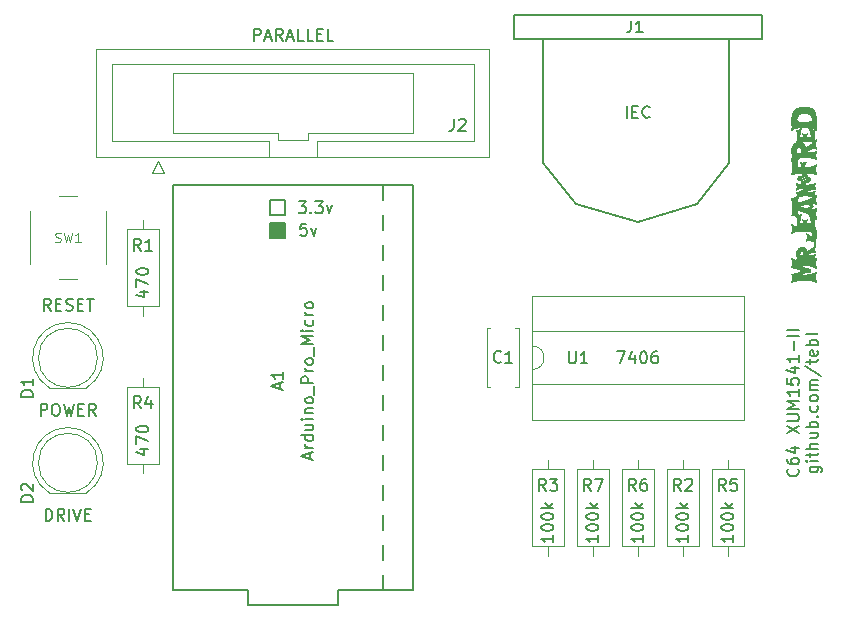
<source format=gto>
G04 #@! TF.GenerationSoftware,KiCad,Pcbnew,(6.0.6)*
G04 #@! TF.CreationDate,2022-07-20T11:36:08+02:00*
G04 #@! TF.ProjectId,C64 XUM1541-II,43363420-5855-44d3-9135-34312d49492e,rev?*
G04 #@! TF.SameCoordinates,Original*
G04 #@! TF.FileFunction,Legend,Top*
G04 #@! TF.FilePolarity,Positive*
%FSLAX46Y46*%
G04 Gerber Fmt 4.6, Leading zero omitted, Abs format (unit mm)*
G04 Created by KiCad (PCBNEW (6.0.6)) date 2022-07-20 11:36:08*
%MOMM*%
%LPD*%
G01*
G04 APERTURE LIST*
%ADD10C,0.066000*%
%ADD11C,0.100000*%
%ADD12C,0.150000*%
%ADD13C,0.120000*%
G04 APERTURE END LIST*
D10*
G36*
X166019420Y-73237983D02*
G01*
X166018548Y-73233617D01*
X166020975Y-73231860D01*
X166019420Y-73237983D01*
G37*
X166019420Y-73237983D02*
X166018548Y-73233617D01*
X166020975Y-73231860D01*
X166019420Y-73237983D01*
G36*
X166021360Y-70291538D02*
G01*
X166019420Y-70292059D01*
X166021166Y-70289435D01*
X166021360Y-70291538D01*
G37*
X166021360Y-70291538D02*
X166019420Y-70292059D01*
X166021166Y-70289435D01*
X166021360Y-70291538D01*
G36*
X166021907Y-66999260D02*
G01*
X166021658Y-67002235D01*
X166020293Y-66999508D01*
X166021992Y-66998424D01*
X166021907Y-66999260D01*
G37*
X166021907Y-66999260D02*
X166021658Y-67002235D01*
X166020293Y-66999508D01*
X166021992Y-66998424D01*
X166021907Y-66999260D01*
G36*
X166030403Y-66966518D02*
G01*
X166026421Y-66984707D01*
X166023342Y-66997563D01*
X166021992Y-66998424D01*
X166022345Y-66994983D01*
X166022831Y-66991071D01*
X166023369Y-66987477D01*
X166023960Y-66984151D01*
X166024607Y-66981045D01*
X166025314Y-66978111D01*
X166026082Y-66975299D01*
X166026914Y-66972562D01*
X166028779Y-66967115D01*
X166031939Y-66958795D01*
X166030403Y-66966518D01*
G37*
X166030403Y-66966518D02*
X166026421Y-66984707D01*
X166023342Y-66997563D01*
X166021992Y-66998424D01*
X166022345Y-66994983D01*
X166022831Y-66991071D01*
X166023369Y-66987477D01*
X166023960Y-66984151D01*
X166024607Y-66981045D01*
X166025314Y-66978111D01*
X166026082Y-66975299D01*
X166026914Y-66972562D01*
X166028779Y-66967115D01*
X166031939Y-66958795D01*
X166030403Y-66966518D01*
G36*
X166033390Y-66954973D02*
G01*
X166031939Y-66958795D01*
X166033044Y-66953240D01*
X166033390Y-66954973D01*
G37*
X166033390Y-66954973D02*
X166031939Y-66958795D01*
X166033044Y-66953240D01*
X166033390Y-66954973D01*
G36*
X166033996Y-66948451D02*
G01*
X166033044Y-66953240D01*
X166032517Y-66950610D01*
X166034629Y-66944920D01*
X166033996Y-66948451D01*
G37*
X166033996Y-66948451D02*
X166033044Y-66953240D01*
X166032517Y-66950610D01*
X166034629Y-66944920D01*
X166033996Y-66948451D01*
G36*
X167065384Y-68648913D02*
G01*
X167065393Y-68649695D01*
X167064551Y-68649711D01*
X167065382Y-68648880D01*
X167065384Y-68648913D01*
G37*
X167065384Y-68648913D02*
X167065393Y-68649695D01*
X167064551Y-68649711D01*
X167065382Y-68648880D01*
X167065384Y-68648913D01*
G36*
X167064551Y-68654077D02*
G01*
X167057860Y-68654158D01*
X167051210Y-68654402D01*
X167044605Y-68654808D01*
X167038044Y-68655373D01*
X167036605Y-68655533D01*
X167036785Y-68655490D01*
X167039885Y-68654841D01*
X167043006Y-68654263D01*
X167046147Y-68653758D01*
X167049309Y-68653327D01*
X167052491Y-68652972D01*
X167055694Y-68652693D01*
X167058917Y-68652493D01*
X167062160Y-68652371D01*
X167065424Y-68652331D01*
X167064551Y-68654077D01*
G37*
X167064551Y-68654077D02*
X167057860Y-68654158D01*
X167051210Y-68654402D01*
X167044605Y-68654808D01*
X167038044Y-68655373D01*
X167036605Y-68655533D01*
X167036785Y-68655490D01*
X167039885Y-68654841D01*
X167043006Y-68654263D01*
X167046147Y-68653758D01*
X167049309Y-68653327D01*
X167052491Y-68652972D01*
X167055694Y-68652693D01*
X167058917Y-68652493D01*
X167062160Y-68652371D01*
X167065424Y-68652331D01*
X167064551Y-68654077D01*
G36*
X166811935Y-68394841D02*
G01*
X166818613Y-68395087D01*
X166825266Y-68395496D01*
X166831891Y-68396069D01*
X166838485Y-68396806D01*
X166845046Y-68397706D01*
X166851571Y-68398770D01*
X166858057Y-68399998D01*
X166864503Y-68401389D01*
X166870905Y-68402945D01*
X166877261Y-68404664D01*
X166883569Y-68406546D01*
X166889825Y-68408593D01*
X166896028Y-68410803D01*
X166902174Y-68413176D01*
X166908262Y-68415714D01*
X166914114Y-68418385D01*
X166919884Y-68421159D01*
X166925569Y-68424038D01*
X166931168Y-68427024D01*
X166936680Y-68430117D01*
X166942104Y-68433318D01*
X166947438Y-68436630D01*
X166952682Y-68440052D01*
X166957834Y-68443588D01*
X166962892Y-68447237D01*
X166967855Y-68451001D01*
X166972723Y-68454882D01*
X166977493Y-68458880D01*
X166982165Y-68462997D01*
X166986738Y-68467235D01*
X166991209Y-68471594D01*
X166995568Y-68476055D01*
X166999804Y-68480599D01*
X167003917Y-68485228D01*
X167007907Y-68489943D01*
X167011775Y-68494744D01*
X167015520Y-68499634D01*
X167019142Y-68504614D01*
X167022641Y-68509684D01*
X167026018Y-68514846D01*
X167029272Y-68520102D01*
X167032402Y-68525452D01*
X167035411Y-68530898D01*
X167038296Y-68536442D01*
X167041059Y-68542083D01*
X167043699Y-68547825D01*
X167046216Y-68553668D01*
X167048599Y-68559582D01*
X167050839Y-68565535D01*
X167052932Y-68571527D01*
X167054879Y-68577556D01*
X167056677Y-68583621D01*
X167058325Y-68589720D01*
X167059823Y-68595852D01*
X167061168Y-68602017D01*
X167062360Y-68608212D01*
X167063397Y-68614437D01*
X167064278Y-68620690D01*
X167065001Y-68626969D01*
X167065567Y-68633274D01*
X167065972Y-68639604D01*
X167066216Y-68645956D01*
X167066253Y-68648828D01*
X167065424Y-68648838D01*
X167065382Y-68648880D01*
X167065262Y-68645535D01*
X167065062Y-68642195D01*
X167064783Y-68638893D01*
X167064428Y-68635626D01*
X167063997Y-68632394D01*
X167063492Y-68629195D01*
X167062914Y-68626028D01*
X167062265Y-68622891D01*
X167061545Y-68619784D01*
X167060756Y-68616706D01*
X167059899Y-68613654D01*
X167057987Y-68607625D01*
X167055820Y-68601689D01*
X167054489Y-68598772D01*
X167053115Y-68595915D01*
X167051695Y-68593113D01*
X167050226Y-68590366D01*
X167048707Y-68587669D01*
X167047133Y-68585021D01*
X167045503Y-68582419D01*
X167043814Y-68579861D01*
X167042064Y-68577343D01*
X167040250Y-68574864D01*
X167038370Y-68572421D01*
X167036420Y-68570011D01*
X167034399Y-68567632D01*
X167032303Y-68565281D01*
X167030131Y-68562955D01*
X167027880Y-68560652D01*
X167025721Y-68558545D01*
X167023502Y-68556479D01*
X167021225Y-68554458D01*
X167018889Y-68552481D01*
X167016498Y-68550550D01*
X167014051Y-68548666D01*
X167011551Y-68546831D01*
X167008999Y-68545045D01*
X167006395Y-68543311D01*
X167003741Y-68541630D01*
X167001039Y-68540002D01*
X166998289Y-68538429D01*
X166995494Y-68536912D01*
X166992653Y-68535453D01*
X166989769Y-68534052D01*
X166986843Y-68532712D01*
X166983886Y-68531453D01*
X166980907Y-68530294D01*
X166977905Y-68529232D01*
X166974878Y-68528265D01*
X166971827Y-68527389D01*
X166968748Y-68526604D01*
X166965641Y-68525905D01*
X166962505Y-68525290D01*
X166959338Y-68524758D01*
X166956139Y-68524305D01*
X166952906Y-68523928D01*
X166949640Y-68523626D01*
X166946337Y-68523396D01*
X166942997Y-68523234D01*
X166939619Y-68523139D01*
X166936202Y-68523108D01*
X166932774Y-68523148D01*
X166929369Y-68523270D01*
X166925986Y-68523470D01*
X166922627Y-68523749D01*
X166919295Y-68524104D01*
X166915989Y-68524535D01*
X166912711Y-68525040D01*
X166909462Y-68525618D01*
X166906245Y-68526268D01*
X166903059Y-68526987D01*
X166899906Y-68527776D01*
X166896788Y-68528633D01*
X166893706Y-68529556D01*
X166890661Y-68530545D01*
X166887654Y-68531597D01*
X166884687Y-68532712D01*
X166878877Y-68535417D01*
X166876037Y-68536837D01*
X166873241Y-68538306D01*
X166870492Y-68539826D01*
X166867789Y-68541399D01*
X166865136Y-68543029D01*
X166862532Y-68544718D01*
X166859979Y-68546468D01*
X166857479Y-68548282D01*
X166855032Y-68550162D01*
X166852641Y-68552112D01*
X166850306Y-68554133D01*
X166848028Y-68556229D01*
X166845809Y-68558401D01*
X166843650Y-68560652D01*
X166841543Y-68562811D01*
X166839476Y-68565030D01*
X166837450Y-68567307D01*
X166835465Y-68569643D01*
X166833521Y-68572034D01*
X166831618Y-68574481D01*
X166829756Y-68576981D01*
X166827934Y-68579534D01*
X166826154Y-68582137D01*
X166824414Y-68584791D01*
X166822716Y-68587493D01*
X166821058Y-68590243D01*
X166819442Y-68593039D01*
X166817866Y-68595879D01*
X166816331Y-68598763D01*
X166814837Y-68601689D01*
X166813569Y-68604646D01*
X166812382Y-68607625D01*
X166811277Y-68610627D01*
X166810253Y-68613654D01*
X166809312Y-68616706D01*
X166808453Y-68619784D01*
X166807675Y-68622891D01*
X166806979Y-68626028D01*
X166806365Y-68629195D01*
X166805833Y-68632394D01*
X166805383Y-68635626D01*
X166805015Y-68638893D01*
X166804728Y-68642195D01*
X166804524Y-68645535D01*
X166804401Y-68648913D01*
X166804360Y-68652331D01*
X166804319Y-68655594D01*
X166804198Y-68658836D01*
X166803997Y-68662055D01*
X166803719Y-68665250D01*
X166803363Y-68668419D01*
X166802933Y-68671561D01*
X166802428Y-68674676D01*
X166801850Y-68677760D01*
X166801200Y-68680814D01*
X166800480Y-68683836D01*
X166799691Y-68686825D01*
X166798835Y-68689779D01*
X166797911Y-68692698D01*
X166796923Y-68695579D01*
X166795871Y-68698422D01*
X166794756Y-68701226D01*
X166793425Y-68704142D01*
X166792051Y-68706998D01*
X166790631Y-68709795D01*
X166789162Y-68712535D01*
X166787642Y-68715219D01*
X166786069Y-68717847D01*
X166784439Y-68720422D01*
X166782750Y-68722945D01*
X166781000Y-68725416D01*
X166779186Y-68727837D01*
X166777305Y-68730210D01*
X166775356Y-68732535D01*
X166773335Y-68734815D01*
X166771239Y-68737049D01*
X166769067Y-68739240D01*
X166766816Y-68741389D01*
X166764647Y-68743487D01*
X166762400Y-68745525D01*
X166760080Y-68747503D01*
X166757689Y-68749425D01*
X166755231Y-68751290D01*
X166752711Y-68753100D01*
X166750132Y-68754856D01*
X166747498Y-68756560D01*
X166744812Y-68758212D01*
X166742080Y-68759815D01*
X166739304Y-68761369D01*
X166736488Y-68762876D01*
X166733637Y-68764337D01*
X166730753Y-68765753D01*
X166724906Y-68768456D01*
X166721785Y-68769715D01*
X166718644Y-68770874D01*
X166715482Y-68771936D01*
X166712300Y-68772903D01*
X166709097Y-68773779D01*
X166705874Y-68774564D01*
X166702631Y-68775263D01*
X166699367Y-68775877D01*
X166696082Y-68776410D01*
X166692777Y-68776863D01*
X166689452Y-68777240D01*
X166686106Y-68777542D01*
X166682740Y-68777772D01*
X166679353Y-68777934D01*
X166672518Y-68778060D01*
X166669091Y-68778019D01*
X166665685Y-68777898D01*
X166662302Y-68777698D01*
X166658944Y-68777419D01*
X166655611Y-68777064D01*
X166652305Y-68776633D01*
X166649027Y-68776128D01*
X166645779Y-68775550D01*
X166642561Y-68774900D01*
X166639375Y-68774180D01*
X166636223Y-68773392D01*
X166633105Y-68772535D01*
X166630023Y-68771612D01*
X166626977Y-68770623D01*
X166623971Y-68769571D01*
X166621004Y-68768456D01*
X166615194Y-68765753D01*
X166612353Y-68764337D01*
X166609558Y-68762876D01*
X166606808Y-68761369D01*
X166604106Y-68759815D01*
X166601452Y-68758212D01*
X166598848Y-68756559D01*
X166596296Y-68754856D01*
X166593795Y-68753099D01*
X166591349Y-68751289D01*
X166588957Y-68749425D01*
X166586622Y-68747503D01*
X166584344Y-68745525D01*
X166582126Y-68743487D01*
X166579967Y-68741389D01*
X166577859Y-68739240D01*
X166575792Y-68737049D01*
X166573766Y-68734815D01*
X166571781Y-68732535D01*
X166569837Y-68730210D01*
X166567934Y-68727837D01*
X166566072Y-68725416D01*
X166564251Y-68722945D01*
X166562470Y-68720422D01*
X166560731Y-68717847D01*
X166559032Y-68715219D01*
X166557375Y-68712535D01*
X166555758Y-68709795D01*
X166554182Y-68706998D01*
X166552648Y-68704142D01*
X166551154Y-68701226D01*
X166549885Y-68698278D01*
X166548698Y-68695328D01*
X166547593Y-68692374D01*
X166546570Y-68689411D01*
X166545629Y-68686438D01*
X166544769Y-68683452D01*
X166543991Y-68680451D01*
X166543296Y-68677433D01*
X166542682Y-68674393D01*
X166542150Y-68671331D01*
X166541699Y-68668243D01*
X166541331Y-68665127D01*
X166541045Y-68661980D01*
X166540840Y-68658800D01*
X166540717Y-68655585D01*
X166540676Y-68652331D01*
X166540758Y-68645803D01*
X166541005Y-68639317D01*
X166541419Y-68632875D01*
X166542000Y-68626478D01*
X166542749Y-68620127D01*
X166543669Y-68613823D01*
X166544760Y-68607567D01*
X166546024Y-68601362D01*
X166547462Y-68595208D01*
X166549075Y-68589106D01*
X166550865Y-68583058D01*
X166552832Y-68577065D01*
X166554978Y-68571128D01*
X166557305Y-68565248D01*
X166559813Y-68559428D01*
X166562504Y-68553668D01*
X166565185Y-68547825D01*
X166567987Y-68542083D01*
X166570909Y-68536442D01*
X166573951Y-68530898D01*
X166577109Y-68525452D01*
X166580385Y-68520102D01*
X166583775Y-68514846D01*
X166587279Y-68509684D01*
X166590896Y-68504614D01*
X166594624Y-68499635D01*
X166598462Y-68494745D01*
X166602409Y-68489943D01*
X166606463Y-68485229D01*
X166610623Y-68480600D01*
X166614889Y-68476055D01*
X166619258Y-68471594D01*
X166623729Y-68467235D01*
X166628303Y-68462997D01*
X166632979Y-68458880D01*
X166637757Y-68454882D01*
X166642638Y-68451001D01*
X166647620Y-68447237D01*
X166652706Y-68443588D01*
X166657893Y-68440052D01*
X166663183Y-68436629D01*
X166668575Y-68433318D01*
X166674070Y-68430116D01*
X166679667Y-68427024D01*
X166685366Y-68424038D01*
X166691168Y-68421159D01*
X166697071Y-68418385D01*
X166703078Y-68415714D01*
X166709155Y-68413176D01*
X166715274Y-68410802D01*
X166721434Y-68408592D01*
X166727634Y-68406546D01*
X166733876Y-68404663D01*
X166740158Y-68402944D01*
X166746481Y-68401389D01*
X166752846Y-68399998D01*
X166759251Y-68398770D01*
X166765697Y-68397706D01*
X166772184Y-68396805D01*
X166778712Y-68396069D01*
X166785281Y-68395496D01*
X166791891Y-68395087D01*
X166798541Y-68394841D01*
X166805233Y-68394759D01*
X166811935Y-68394841D01*
G37*
X166811935Y-68394841D02*
X166818613Y-68395087D01*
X166825266Y-68395496D01*
X166831891Y-68396069D01*
X166838485Y-68396806D01*
X166845046Y-68397706D01*
X166851571Y-68398770D01*
X166858057Y-68399998D01*
X166864503Y-68401389D01*
X166870905Y-68402945D01*
X166877261Y-68404664D01*
X166883569Y-68406546D01*
X166889825Y-68408593D01*
X166896028Y-68410803D01*
X166902174Y-68413176D01*
X166908262Y-68415714D01*
X166914114Y-68418385D01*
X166919884Y-68421159D01*
X166925569Y-68424038D01*
X166931168Y-68427024D01*
X166936680Y-68430117D01*
X166942104Y-68433318D01*
X166947438Y-68436630D01*
X166952682Y-68440052D01*
X166957834Y-68443588D01*
X166962892Y-68447237D01*
X166967855Y-68451001D01*
X166972723Y-68454882D01*
X166977493Y-68458880D01*
X166982165Y-68462997D01*
X166986738Y-68467235D01*
X166991209Y-68471594D01*
X166995568Y-68476055D01*
X166999804Y-68480599D01*
X167003917Y-68485228D01*
X167007907Y-68489943D01*
X167011775Y-68494744D01*
X167015520Y-68499634D01*
X167019142Y-68504614D01*
X167022641Y-68509684D01*
X167026018Y-68514846D01*
X167029272Y-68520102D01*
X167032402Y-68525452D01*
X167035411Y-68530898D01*
X167038296Y-68536442D01*
X167041059Y-68542083D01*
X167043699Y-68547825D01*
X167046216Y-68553668D01*
X167048599Y-68559582D01*
X167050839Y-68565535D01*
X167052932Y-68571527D01*
X167054879Y-68577556D01*
X167056677Y-68583621D01*
X167058325Y-68589720D01*
X167059823Y-68595852D01*
X167061168Y-68602017D01*
X167062360Y-68608212D01*
X167063397Y-68614437D01*
X167064278Y-68620690D01*
X167065001Y-68626969D01*
X167065567Y-68633274D01*
X167065972Y-68639604D01*
X167066216Y-68645956D01*
X167066253Y-68648828D01*
X167065424Y-68648838D01*
X167065382Y-68648880D01*
X167065262Y-68645535D01*
X167065062Y-68642195D01*
X167064783Y-68638893D01*
X167064428Y-68635626D01*
X167063997Y-68632394D01*
X167063492Y-68629195D01*
X167062914Y-68626028D01*
X167062265Y-68622891D01*
X167061545Y-68619784D01*
X167060756Y-68616706D01*
X167059899Y-68613654D01*
X167057987Y-68607625D01*
X167055820Y-68601689D01*
X167054489Y-68598772D01*
X167053115Y-68595915D01*
X167051695Y-68593113D01*
X167050226Y-68590366D01*
X167048707Y-68587669D01*
X167047133Y-68585021D01*
X167045503Y-68582419D01*
X167043814Y-68579861D01*
X167042064Y-68577343D01*
X167040250Y-68574864D01*
X167038370Y-68572421D01*
X167036420Y-68570011D01*
X167034399Y-68567632D01*
X167032303Y-68565281D01*
X167030131Y-68562955D01*
X167027880Y-68560652D01*
X167025721Y-68558545D01*
X167023502Y-68556479D01*
X167021225Y-68554458D01*
X167018889Y-68552481D01*
X167016498Y-68550550D01*
X167014051Y-68548666D01*
X167011551Y-68546831D01*
X167008999Y-68545045D01*
X167006395Y-68543311D01*
X167003741Y-68541630D01*
X167001039Y-68540002D01*
X166998289Y-68538429D01*
X166995494Y-68536912D01*
X166992653Y-68535453D01*
X166989769Y-68534052D01*
X166986843Y-68532712D01*
X166983886Y-68531453D01*
X166980907Y-68530294D01*
X166977905Y-68529232D01*
X166974878Y-68528265D01*
X166971827Y-68527389D01*
X166968748Y-68526604D01*
X166965641Y-68525905D01*
X166962505Y-68525290D01*
X166959338Y-68524758D01*
X166956139Y-68524305D01*
X166952906Y-68523928D01*
X166949640Y-68523626D01*
X166946337Y-68523396D01*
X166942997Y-68523234D01*
X166939619Y-68523139D01*
X166936202Y-68523108D01*
X166932774Y-68523148D01*
X166929369Y-68523270D01*
X166925986Y-68523470D01*
X166922627Y-68523749D01*
X166919295Y-68524104D01*
X166915989Y-68524535D01*
X166912711Y-68525040D01*
X166909462Y-68525618D01*
X166906245Y-68526268D01*
X166903059Y-68526987D01*
X166899906Y-68527776D01*
X166896788Y-68528633D01*
X166893706Y-68529556D01*
X166890661Y-68530545D01*
X166887654Y-68531597D01*
X166884687Y-68532712D01*
X166878877Y-68535417D01*
X166876037Y-68536837D01*
X166873241Y-68538306D01*
X166870492Y-68539826D01*
X166867789Y-68541399D01*
X166865136Y-68543029D01*
X166862532Y-68544718D01*
X166859979Y-68546468D01*
X166857479Y-68548282D01*
X166855032Y-68550162D01*
X166852641Y-68552112D01*
X166850306Y-68554133D01*
X166848028Y-68556229D01*
X166845809Y-68558401D01*
X166843650Y-68560652D01*
X166841543Y-68562811D01*
X166839476Y-68565030D01*
X166837450Y-68567307D01*
X166835465Y-68569643D01*
X166833521Y-68572034D01*
X166831618Y-68574481D01*
X166829756Y-68576981D01*
X166827934Y-68579534D01*
X166826154Y-68582137D01*
X166824414Y-68584791D01*
X166822716Y-68587493D01*
X166821058Y-68590243D01*
X166819442Y-68593039D01*
X166817866Y-68595879D01*
X166816331Y-68598763D01*
X166814837Y-68601689D01*
X166813569Y-68604646D01*
X166812382Y-68607625D01*
X166811277Y-68610627D01*
X166810253Y-68613654D01*
X166809312Y-68616706D01*
X166808453Y-68619784D01*
X166807675Y-68622891D01*
X166806979Y-68626028D01*
X166806365Y-68629195D01*
X166805833Y-68632394D01*
X166805383Y-68635626D01*
X166805015Y-68638893D01*
X166804728Y-68642195D01*
X166804524Y-68645535D01*
X166804401Y-68648913D01*
X166804360Y-68652331D01*
X166804319Y-68655594D01*
X166804198Y-68658836D01*
X166803997Y-68662055D01*
X166803719Y-68665250D01*
X166803363Y-68668419D01*
X166802933Y-68671561D01*
X166802428Y-68674676D01*
X166801850Y-68677760D01*
X166801200Y-68680814D01*
X166800480Y-68683836D01*
X166799691Y-68686825D01*
X166798835Y-68689779D01*
X166797911Y-68692698D01*
X166796923Y-68695579D01*
X166795871Y-68698422D01*
X166794756Y-68701226D01*
X166793425Y-68704142D01*
X166792051Y-68706998D01*
X166790631Y-68709795D01*
X166789162Y-68712535D01*
X166787642Y-68715219D01*
X166786069Y-68717847D01*
X166784439Y-68720422D01*
X166782750Y-68722945D01*
X166781000Y-68725416D01*
X166779186Y-68727837D01*
X166777305Y-68730210D01*
X166775356Y-68732535D01*
X166773335Y-68734815D01*
X166771239Y-68737049D01*
X166769067Y-68739240D01*
X166766816Y-68741389D01*
X166764647Y-68743487D01*
X166762400Y-68745525D01*
X166760080Y-68747503D01*
X166757689Y-68749425D01*
X166755231Y-68751290D01*
X166752711Y-68753100D01*
X166750132Y-68754856D01*
X166747498Y-68756560D01*
X166744812Y-68758212D01*
X166742080Y-68759815D01*
X166739304Y-68761369D01*
X166736488Y-68762876D01*
X166733637Y-68764337D01*
X166730753Y-68765753D01*
X166724906Y-68768456D01*
X166721785Y-68769715D01*
X166718644Y-68770874D01*
X166715482Y-68771936D01*
X166712300Y-68772903D01*
X166709097Y-68773779D01*
X166705874Y-68774564D01*
X166702631Y-68775263D01*
X166699367Y-68775877D01*
X166696082Y-68776410D01*
X166692777Y-68776863D01*
X166689452Y-68777240D01*
X166686106Y-68777542D01*
X166682740Y-68777772D01*
X166679353Y-68777934D01*
X166672518Y-68778060D01*
X166669091Y-68778019D01*
X166665685Y-68777898D01*
X166662302Y-68777698D01*
X166658944Y-68777419D01*
X166655611Y-68777064D01*
X166652305Y-68776633D01*
X166649027Y-68776128D01*
X166645779Y-68775550D01*
X166642561Y-68774900D01*
X166639375Y-68774180D01*
X166636223Y-68773392D01*
X166633105Y-68772535D01*
X166630023Y-68771612D01*
X166626977Y-68770623D01*
X166623971Y-68769571D01*
X166621004Y-68768456D01*
X166615194Y-68765753D01*
X166612353Y-68764337D01*
X166609558Y-68762876D01*
X166606808Y-68761369D01*
X166604106Y-68759815D01*
X166601452Y-68758212D01*
X166598848Y-68756559D01*
X166596296Y-68754856D01*
X166593795Y-68753099D01*
X166591349Y-68751289D01*
X166588957Y-68749425D01*
X166586622Y-68747503D01*
X166584344Y-68745525D01*
X166582126Y-68743487D01*
X166579967Y-68741389D01*
X166577859Y-68739240D01*
X166575792Y-68737049D01*
X166573766Y-68734815D01*
X166571781Y-68732535D01*
X166569837Y-68730210D01*
X166567934Y-68727837D01*
X166566072Y-68725416D01*
X166564251Y-68722945D01*
X166562470Y-68720422D01*
X166560731Y-68717847D01*
X166559032Y-68715219D01*
X166557375Y-68712535D01*
X166555758Y-68709795D01*
X166554182Y-68706998D01*
X166552648Y-68704142D01*
X166551154Y-68701226D01*
X166549885Y-68698278D01*
X166548698Y-68695328D01*
X166547593Y-68692374D01*
X166546570Y-68689411D01*
X166545629Y-68686438D01*
X166544769Y-68683452D01*
X166543991Y-68680451D01*
X166543296Y-68677433D01*
X166542682Y-68674393D01*
X166542150Y-68671331D01*
X166541699Y-68668243D01*
X166541331Y-68665127D01*
X166541045Y-68661980D01*
X166540840Y-68658800D01*
X166540717Y-68655585D01*
X166540676Y-68652331D01*
X166540758Y-68645803D01*
X166541005Y-68639317D01*
X166541419Y-68632875D01*
X166542000Y-68626478D01*
X166542749Y-68620127D01*
X166543669Y-68613823D01*
X166544760Y-68607567D01*
X166546024Y-68601362D01*
X166547462Y-68595208D01*
X166549075Y-68589106D01*
X166550865Y-68583058D01*
X166552832Y-68577065D01*
X166554978Y-68571128D01*
X166557305Y-68565248D01*
X166559813Y-68559428D01*
X166562504Y-68553668D01*
X166565185Y-68547825D01*
X166567987Y-68542083D01*
X166570909Y-68536442D01*
X166573951Y-68530898D01*
X166577109Y-68525452D01*
X166580385Y-68520102D01*
X166583775Y-68514846D01*
X166587279Y-68509684D01*
X166590896Y-68504614D01*
X166594624Y-68499635D01*
X166598462Y-68494745D01*
X166602409Y-68489943D01*
X166606463Y-68485229D01*
X166610623Y-68480600D01*
X166614889Y-68476055D01*
X166619258Y-68471594D01*
X166623729Y-68467235D01*
X166628303Y-68462997D01*
X166632979Y-68458880D01*
X166637757Y-68454882D01*
X166642638Y-68451001D01*
X166647620Y-68447237D01*
X166652706Y-68443588D01*
X166657893Y-68440052D01*
X166663183Y-68436629D01*
X166668575Y-68433318D01*
X166674070Y-68430116D01*
X166679667Y-68427024D01*
X166685366Y-68424038D01*
X166691168Y-68421159D01*
X166697071Y-68418385D01*
X166703078Y-68415714D01*
X166709155Y-68413176D01*
X166715274Y-68410802D01*
X166721434Y-68408592D01*
X166727634Y-68406546D01*
X166733876Y-68404663D01*
X166740158Y-68402944D01*
X166746481Y-68401389D01*
X166752846Y-68399998D01*
X166759251Y-68398770D01*
X166765697Y-68397706D01*
X166772184Y-68396805D01*
X166778712Y-68396069D01*
X166785281Y-68395496D01*
X166791891Y-68395087D01*
X166798541Y-68394841D01*
X166805233Y-68394759D01*
X166811935Y-68394841D01*
G36*
X167066297Y-68652331D02*
G01*
X167065424Y-68652331D01*
X167065393Y-68649695D01*
X167066264Y-68649679D01*
X167066297Y-68652331D01*
G37*
X167066297Y-68652331D02*
X167065424Y-68652331D01*
X167065393Y-68649695D01*
X167066264Y-68649679D01*
X167066297Y-68652331D01*
G36*
X167088042Y-68648060D02*
G01*
X167084764Y-68648514D01*
X167081458Y-68648890D01*
X167078125Y-68649192D01*
X167074767Y-68649423D01*
X167071384Y-68649585D01*
X167066264Y-68649679D01*
X167066253Y-68648828D01*
X167072270Y-68648756D01*
X167079055Y-68648512D01*
X167085781Y-68648107D01*
X167089874Y-68647760D01*
X167088042Y-68648060D01*
G37*
X167088042Y-68648060D02*
X167084764Y-68648514D01*
X167081458Y-68648890D01*
X167078125Y-68649192D01*
X167074767Y-68649423D01*
X167071384Y-68649585D01*
X167066264Y-68649679D01*
X167066253Y-68648828D01*
X167072270Y-68648756D01*
X167079055Y-68648512D01*
X167085781Y-68648107D01*
X167089874Y-68647760D01*
X167088042Y-68648060D01*
G36*
X167033705Y-68656210D02*
G01*
X167030646Y-68656999D01*
X167027607Y-68657856D01*
X167024589Y-68658779D01*
X167021591Y-68659768D01*
X167015656Y-68661935D01*
X167009844Y-68664638D01*
X167004196Y-68667515D01*
X167001434Y-68669022D01*
X166998712Y-68670576D01*
X166996031Y-68672179D01*
X166993391Y-68673831D01*
X166990793Y-68675535D01*
X166988235Y-68677291D01*
X166985718Y-68679101D01*
X166983241Y-68680966D01*
X166980806Y-68682887D01*
X166978412Y-68684866D01*
X166976059Y-68686904D01*
X166973746Y-68689002D01*
X166971485Y-68691150D01*
X166969285Y-68693342D01*
X166967147Y-68695576D01*
X166965069Y-68697856D01*
X166963054Y-68700181D01*
X166961100Y-68702554D01*
X166959207Y-68704975D01*
X166957375Y-68707446D01*
X166955605Y-68709969D01*
X166953896Y-68712543D01*
X166952249Y-68715172D01*
X166950663Y-68717856D01*
X166949138Y-68720595D01*
X166947675Y-68723393D01*
X166946273Y-68726249D01*
X166944933Y-68729165D01*
X166943664Y-68732112D01*
X166942477Y-68735062D01*
X166941372Y-68738017D01*
X166940349Y-68740980D01*
X166939408Y-68743953D01*
X166938548Y-68746938D01*
X166937771Y-68749939D01*
X166937075Y-68752958D01*
X166936461Y-68755997D01*
X166935929Y-68759060D01*
X166935479Y-68762148D01*
X166935110Y-68765264D01*
X166934824Y-68768410D01*
X166934619Y-68771590D01*
X166934497Y-68774806D01*
X166934456Y-68778060D01*
X166934497Y-68781478D01*
X166934619Y-68784856D01*
X166934824Y-68788196D01*
X166935110Y-68791498D01*
X166935479Y-68794765D01*
X166935929Y-68797997D01*
X166936461Y-68801196D01*
X166937075Y-68804363D01*
X166937771Y-68807499D01*
X166938548Y-68810606D01*
X166939408Y-68813685D01*
X166940349Y-68816737D01*
X166941372Y-68819763D01*
X166942477Y-68822765D01*
X166943664Y-68825744D01*
X166944933Y-68828702D01*
X166946273Y-68831618D01*
X166947675Y-68834476D01*
X166949138Y-68837277D01*
X166950663Y-68840025D01*
X166952249Y-68842722D01*
X166953896Y-68845370D01*
X166955605Y-68847971D01*
X166957375Y-68850530D01*
X166959207Y-68853047D01*
X166961100Y-68855526D01*
X166963054Y-68857970D01*
X166965069Y-68860380D01*
X166967147Y-68862759D01*
X166969285Y-68865110D01*
X166971485Y-68867436D01*
X166973746Y-68869738D01*
X166976059Y-68871846D01*
X166978412Y-68873911D01*
X166980806Y-68875933D01*
X166983241Y-68877910D01*
X166985718Y-68879841D01*
X166988235Y-68881725D01*
X166990793Y-68883560D01*
X166993392Y-68885345D01*
X166996031Y-68887080D01*
X166998712Y-68888761D01*
X167001434Y-68890389D01*
X167004196Y-68891962D01*
X167007000Y-68893479D01*
X167009844Y-68894938D01*
X167012730Y-68896338D01*
X167015656Y-68897679D01*
X167018613Y-68898938D01*
X167021591Y-68900097D01*
X167024589Y-68901159D01*
X167027607Y-68902126D01*
X167030646Y-68903001D01*
X167033705Y-68903787D01*
X167036785Y-68904486D01*
X167039885Y-68905100D01*
X167043006Y-68905633D01*
X167046147Y-68906086D01*
X167049309Y-68906462D01*
X167052491Y-68906765D01*
X167055694Y-68906995D01*
X167058917Y-68907157D01*
X167065424Y-68907283D01*
X167068842Y-68907324D01*
X167072220Y-68907445D01*
X167075560Y-68907646D01*
X167078862Y-68907924D01*
X167082129Y-68908280D01*
X167085361Y-68908710D01*
X167088560Y-68909215D01*
X167091727Y-68909793D01*
X167094863Y-68910443D01*
X167097970Y-68911163D01*
X167101049Y-68911952D01*
X167104101Y-68912808D01*
X167110129Y-68914720D01*
X167116066Y-68916887D01*
X167118982Y-68918218D01*
X167121840Y-68919592D01*
X167124641Y-68921012D01*
X167127389Y-68922481D01*
X167130085Y-68924001D01*
X167132733Y-68925574D01*
X167135335Y-68927204D01*
X167137894Y-68928893D01*
X167140411Y-68930643D01*
X167142890Y-68932457D01*
X167145334Y-68934338D01*
X167147744Y-68936287D01*
X167150123Y-68938308D01*
X167152474Y-68940404D01*
X167154800Y-68942576D01*
X167157102Y-68944828D01*
X167159210Y-68946986D01*
X167161275Y-68949205D01*
X167163297Y-68951483D01*
X167165274Y-68953818D01*
X167167205Y-68956209D01*
X167169089Y-68958656D01*
X167170924Y-68961156D01*
X167172709Y-68963709D01*
X167174444Y-68966313D01*
X167176125Y-68968966D01*
X167177753Y-68971669D01*
X167179326Y-68974418D01*
X167180843Y-68977214D01*
X167182302Y-68980054D01*
X167183702Y-68982938D01*
X167185042Y-68985864D01*
X167186301Y-68988821D01*
X167187460Y-68991800D01*
X167188522Y-68994802D01*
X167189490Y-68997829D01*
X167190365Y-69000881D01*
X167191151Y-69003959D01*
X167191850Y-69007066D01*
X167192464Y-69010203D01*
X167192996Y-69013370D01*
X167193450Y-69016569D01*
X167193826Y-69019801D01*
X167194128Y-69023068D01*
X167194359Y-69026370D01*
X167194521Y-69029710D01*
X167194616Y-69033088D01*
X167194647Y-69036506D01*
X167194606Y-69039770D01*
X167194485Y-69043013D01*
X167194284Y-69046236D01*
X167194005Y-69049439D01*
X167193650Y-69052621D01*
X167193219Y-69055783D01*
X167192714Y-69058924D01*
X167192136Y-69062045D01*
X167191487Y-69065145D01*
X167190767Y-69068225D01*
X167189978Y-69071284D01*
X167189121Y-69074323D01*
X167188198Y-69077341D01*
X167187210Y-69080339D01*
X167185042Y-69086274D01*
X167182338Y-69092084D01*
X167180918Y-69094924D01*
X167179449Y-69097720D01*
X167177929Y-69100469D01*
X167176355Y-69103172D01*
X167174726Y-69105825D01*
X167173037Y-69108429D01*
X167171287Y-69110982D01*
X167169473Y-69113482D01*
X167167592Y-69115928D01*
X167165643Y-69118320D01*
X167163621Y-69120655D01*
X167161526Y-69122933D01*
X167159354Y-69125152D01*
X167157102Y-69127310D01*
X167154944Y-69129408D01*
X167152725Y-69131446D01*
X167150447Y-69133425D01*
X167148112Y-69135346D01*
X167145720Y-69137211D01*
X167143274Y-69139021D01*
X167140774Y-69140777D01*
X167138221Y-69142481D01*
X167135617Y-69144134D01*
X167132964Y-69145737D01*
X167130261Y-69147291D01*
X167127512Y-69148798D01*
X167124716Y-69150259D01*
X167121876Y-69151675D01*
X167118992Y-69153047D01*
X167116066Y-69154378D01*
X167113108Y-69155637D01*
X167110129Y-69156796D01*
X167107127Y-69157858D01*
X167104101Y-69158825D01*
X167101049Y-69159700D01*
X167097970Y-69160486D01*
X167094863Y-69161185D01*
X167091727Y-69161799D01*
X167088560Y-69162332D01*
X167085361Y-69162785D01*
X167082129Y-69163161D01*
X167078862Y-69163464D01*
X167075924Y-69163669D01*
X167063678Y-69163329D01*
X167034607Y-69162210D01*
X167032375Y-69161962D01*
X167025888Y-69161081D01*
X167019442Y-69160044D01*
X167013037Y-69158852D01*
X167006672Y-69157507D01*
X167000349Y-69156009D01*
X166994067Y-69154361D01*
X166987825Y-69152563D01*
X166981625Y-69150616D01*
X166975465Y-69148523D01*
X166969346Y-69146283D01*
X166963269Y-69143900D01*
X166957262Y-69141383D01*
X166951359Y-69138743D01*
X166945557Y-69135980D01*
X166939858Y-69133095D01*
X166934261Y-69130086D01*
X166928767Y-69126956D01*
X166923374Y-69123702D01*
X166918084Y-69120325D01*
X166912897Y-69116826D01*
X166907812Y-69113204D01*
X166902829Y-69109459D01*
X166897948Y-69105591D01*
X166893170Y-69101601D01*
X166888494Y-69097488D01*
X166883920Y-69093252D01*
X166879449Y-69088893D01*
X166875080Y-69084432D01*
X166870815Y-69079887D01*
X166866654Y-69075258D01*
X166862600Y-69070544D01*
X166858653Y-69065742D01*
X166854815Y-69060853D01*
X166851087Y-69055873D01*
X166847470Y-69050803D01*
X166843966Y-69045641D01*
X166840576Y-69040385D01*
X166837301Y-69035035D01*
X166834142Y-69029589D01*
X166831100Y-69024045D01*
X166828178Y-69018403D01*
X166825376Y-69012662D01*
X166822696Y-69006819D01*
X166820148Y-69000905D01*
X166817747Y-68994952D01*
X166815494Y-68988960D01*
X166813391Y-68982931D01*
X166811443Y-68976866D01*
X166809650Y-68970767D01*
X166808016Y-68964634D01*
X166806543Y-68958470D01*
X166805233Y-68952275D01*
X166804090Y-68946050D01*
X166803116Y-68939797D01*
X166802313Y-68933518D01*
X166801685Y-68927212D01*
X166801232Y-68920883D01*
X166800959Y-68914530D01*
X166800867Y-68908156D01*
X166801113Y-68901475D01*
X166801521Y-68894855D01*
X166802089Y-68888296D01*
X166802818Y-68881799D01*
X166803706Y-68875363D01*
X166804750Y-68868988D01*
X166805951Y-68862675D01*
X166807307Y-68856424D01*
X166808816Y-68850233D01*
X166810477Y-68844104D01*
X166812289Y-68838037D01*
X166814251Y-68832031D01*
X166816361Y-68826086D01*
X166818618Y-68820203D01*
X166821021Y-68814381D01*
X166823569Y-68808620D01*
X166826249Y-68802931D01*
X166829051Y-68797326D01*
X166831974Y-68791805D01*
X166835015Y-68786369D01*
X166838174Y-68781020D01*
X166841449Y-68775760D01*
X166844839Y-68770589D01*
X166848344Y-68765510D01*
X166851960Y-68760522D01*
X166855688Y-68755627D01*
X166859526Y-68750827D01*
X166863473Y-68746123D01*
X166867527Y-68741517D01*
X166871688Y-68737009D01*
X166875953Y-68732600D01*
X166880322Y-68728293D01*
X166884793Y-68724088D01*
X166889365Y-68719986D01*
X166894037Y-68715989D01*
X166898807Y-68712099D01*
X166903675Y-68708316D01*
X166908639Y-68704641D01*
X166913697Y-68701077D01*
X166918848Y-68697624D01*
X166924092Y-68694283D01*
X166929427Y-68691057D01*
X166934851Y-68687945D01*
X166940363Y-68684950D01*
X166945962Y-68682072D01*
X166951647Y-68679314D01*
X166957416Y-68676675D01*
X166963269Y-68674158D01*
X166969193Y-68671775D01*
X166975177Y-68669535D01*
X166981220Y-68667442D01*
X166987320Y-68665496D01*
X166993477Y-68663698D01*
X166999689Y-68662049D01*
X167005955Y-68660552D01*
X167012273Y-68659206D01*
X167018642Y-68658015D01*
X167025061Y-68656977D01*
X167031529Y-68656096D01*
X167036605Y-68655533D01*
X167033705Y-68656210D01*
G37*
X167033705Y-68656210D02*
X167030646Y-68656999D01*
X167027607Y-68657856D01*
X167024589Y-68658779D01*
X167021591Y-68659768D01*
X167015656Y-68661935D01*
X167009844Y-68664638D01*
X167004196Y-68667515D01*
X167001434Y-68669022D01*
X166998712Y-68670576D01*
X166996031Y-68672179D01*
X166993391Y-68673831D01*
X166990793Y-68675535D01*
X166988235Y-68677291D01*
X166985718Y-68679101D01*
X166983241Y-68680966D01*
X166980806Y-68682887D01*
X166978412Y-68684866D01*
X166976059Y-68686904D01*
X166973746Y-68689002D01*
X166971485Y-68691150D01*
X166969285Y-68693342D01*
X166967147Y-68695576D01*
X166965069Y-68697856D01*
X166963054Y-68700181D01*
X166961100Y-68702554D01*
X166959207Y-68704975D01*
X166957375Y-68707446D01*
X166955605Y-68709969D01*
X166953896Y-68712543D01*
X166952249Y-68715172D01*
X166950663Y-68717856D01*
X166949138Y-68720595D01*
X166947675Y-68723393D01*
X166946273Y-68726249D01*
X166944933Y-68729165D01*
X166943664Y-68732112D01*
X166942477Y-68735062D01*
X166941372Y-68738017D01*
X166940349Y-68740980D01*
X166939408Y-68743953D01*
X166938548Y-68746938D01*
X166937771Y-68749939D01*
X166937075Y-68752958D01*
X166936461Y-68755997D01*
X166935929Y-68759060D01*
X166935479Y-68762148D01*
X166935110Y-68765264D01*
X166934824Y-68768410D01*
X166934619Y-68771590D01*
X166934497Y-68774806D01*
X166934456Y-68778060D01*
X166934497Y-68781478D01*
X166934619Y-68784856D01*
X166934824Y-68788196D01*
X166935110Y-68791498D01*
X166935479Y-68794765D01*
X166935929Y-68797997D01*
X166936461Y-68801196D01*
X166937075Y-68804363D01*
X166937771Y-68807499D01*
X166938548Y-68810606D01*
X166939408Y-68813685D01*
X166940349Y-68816737D01*
X166941372Y-68819763D01*
X166942477Y-68822765D01*
X166943664Y-68825744D01*
X166944933Y-68828702D01*
X166946273Y-68831618D01*
X166947675Y-68834476D01*
X166949138Y-68837277D01*
X166950663Y-68840025D01*
X166952249Y-68842722D01*
X166953896Y-68845370D01*
X166955605Y-68847971D01*
X166957375Y-68850530D01*
X166959207Y-68853047D01*
X166961100Y-68855526D01*
X166963054Y-68857970D01*
X166965069Y-68860380D01*
X166967147Y-68862759D01*
X166969285Y-68865110D01*
X166971485Y-68867436D01*
X166973746Y-68869738D01*
X166976059Y-68871846D01*
X166978412Y-68873911D01*
X166980806Y-68875933D01*
X166983241Y-68877910D01*
X166985718Y-68879841D01*
X166988235Y-68881725D01*
X166990793Y-68883560D01*
X166993392Y-68885345D01*
X166996031Y-68887080D01*
X166998712Y-68888761D01*
X167001434Y-68890389D01*
X167004196Y-68891962D01*
X167007000Y-68893479D01*
X167009844Y-68894938D01*
X167012730Y-68896338D01*
X167015656Y-68897679D01*
X167018613Y-68898938D01*
X167021591Y-68900097D01*
X167024589Y-68901159D01*
X167027607Y-68902126D01*
X167030646Y-68903001D01*
X167033705Y-68903787D01*
X167036785Y-68904486D01*
X167039885Y-68905100D01*
X167043006Y-68905633D01*
X167046147Y-68906086D01*
X167049309Y-68906462D01*
X167052491Y-68906765D01*
X167055694Y-68906995D01*
X167058917Y-68907157D01*
X167065424Y-68907283D01*
X167068842Y-68907324D01*
X167072220Y-68907445D01*
X167075560Y-68907646D01*
X167078862Y-68907924D01*
X167082129Y-68908280D01*
X167085361Y-68908710D01*
X167088560Y-68909215D01*
X167091727Y-68909793D01*
X167094863Y-68910443D01*
X167097970Y-68911163D01*
X167101049Y-68911952D01*
X167104101Y-68912808D01*
X167110129Y-68914720D01*
X167116066Y-68916887D01*
X167118982Y-68918218D01*
X167121840Y-68919592D01*
X167124641Y-68921012D01*
X167127389Y-68922481D01*
X167130085Y-68924001D01*
X167132733Y-68925574D01*
X167135335Y-68927204D01*
X167137894Y-68928893D01*
X167140411Y-68930643D01*
X167142890Y-68932457D01*
X167145334Y-68934338D01*
X167147744Y-68936287D01*
X167150123Y-68938308D01*
X167152474Y-68940404D01*
X167154800Y-68942576D01*
X167157102Y-68944828D01*
X167159210Y-68946986D01*
X167161275Y-68949205D01*
X167163297Y-68951483D01*
X167165274Y-68953818D01*
X167167205Y-68956209D01*
X167169089Y-68958656D01*
X167170924Y-68961156D01*
X167172709Y-68963709D01*
X167174444Y-68966313D01*
X167176125Y-68968966D01*
X167177753Y-68971669D01*
X167179326Y-68974418D01*
X167180843Y-68977214D01*
X167182302Y-68980054D01*
X167183702Y-68982938D01*
X167185042Y-68985864D01*
X167186301Y-68988821D01*
X167187460Y-68991800D01*
X167188522Y-68994802D01*
X167189490Y-68997829D01*
X167190365Y-69000881D01*
X167191151Y-69003959D01*
X167191850Y-69007066D01*
X167192464Y-69010203D01*
X167192996Y-69013370D01*
X167193450Y-69016569D01*
X167193826Y-69019801D01*
X167194128Y-69023068D01*
X167194359Y-69026370D01*
X167194521Y-69029710D01*
X167194616Y-69033088D01*
X167194647Y-69036506D01*
X167194606Y-69039770D01*
X167194485Y-69043013D01*
X167194284Y-69046236D01*
X167194005Y-69049439D01*
X167193650Y-69052621D01*
X167193219Y-69055783D01*
X167192714Y-69058924D01*
X167192136Y-69062045D01*
X167191487Y-69065145D01*
X167190767Y-69068225D01*
X167189978Y-69071284D01*
X167189121Y-69074323D01*
X167188198Y-69077341D01*
X167187210Y-69080339D01*
X167185042Y-69086274D01*
X167182338Y-69092084D01*
X167180918Y-69094924D01*
X167179449Y-69097720D01*
X167177929Y-69100469D01*
X167176355Y-69103172D01*
X167174726Y-69105825D01*
X167173037Y-69108429D01*
X167171287Y-69110982D01*
X167169473Y-69113482D01*
X167167592Y-69115928D01*
X167165643Y-69118320D01*
X167163621Y-69120655D01*
X167161526Y-69122933D01*
X167159354Y-69125152D01*
X167157102Y-69127310D01*
X167154944Y-69129408D01*
X167152725Y-69131446D01*
X167150447Y-69133425D01*
X167148112Y-69135346D01*
X167145720Y-69137211D01*
X167143274Y-69139021D01*
X167140774Y-69140777D01*
X167138221Y-69142481D01*
X167135617Y-69144134D01*
X167132964Y-69145737D01*
X167130261Y-69147291D01*
X167127512Y-69148798D01*
X167124716Y-69150259D01*
X167121876Y-69151675D01*
X167118992Y-69153047D01*
X167116066Y-69154378D01*
X167113108Y-69155637D01*
X167110129Y-69156796D01*
X167107127Y-69157858D01*
X167104101Y-69158825D01*
X167101049Y-69159700D01*
X167097970Y-69160486D01*
X167094863Y-69161185D01*
X167091727Y-69161799D01*
X167088560Y-69162332D01*
X167085361Y-69162785D01*
X167082129Y-69163161D01*
X167078862Y-69163464D01*
X167075924Y-69163669D01*
X167063678Y-69163329D01*
X167034607Y-69162210D01*
X167032375Y-69161962D01*
X167025888Y-69161081D01*
X167019442Y-69160044D01*
X167013037Y-69158852D01*
X167006672Y-69157507D01*
X167000349Y-69156009D01*
X166994067Y-69154361D01*
X166987825Y-69152563D01*
X166981625Y-69150616D01*
X166975465Y-69148523D01*
X166969346Y-69146283D01*
X166963269Y-69143900D01*
X166957262Y-69141383D01*
X166951359Y-69138743D01*
X166945557Y-69135980D01*
X166939858Y-69133095D01*
X166934261Y-69130086D01*
X166928767Y-69126956D01*
X166923374Y-69123702D01*
X166918084Y-69120325D01*
X166912897Y-69116826D01*
X166907812Y-69113204D01*
X166902829Y-69109459D01*
X166897948Y-69105591D01*
X166893170Y-69101601D01*
X166888494Y-69097488D01*
X166883920Y-69093252D01*
X166879449Y-69088893D01*
X166875080Y-69084432D01*
X166870815Y-69079887D01*
X166866654Y-69075258D01*
X166862600Y-69070544D01*
X166858653Y-69065742D01*
X166854815Y-69060853D01*
X166851087Y-69055873D01*
X166847470Y-69050803D01*
X166843966Y-69045641D01*
X166840576Y-69040385D01*
X166837301Y-69035035D01*
X166834142Y-69029589D01*
X166831100Y-69024045D01*
X166828178Y-69018403D01*
X166825376Y-69012662D01*
X166822696Y-69006819D01*
X166820148Y-69000905D01*
X166817747Y-68994952D01*
X166815494Y-68988960D01*
X166813391Y-68982931D01*
X166811443Y-68976866D01*
X166809650Y-68970767D01*
X166808016Y-68964634D01*
X166806543Y-68958470D01*
X166805233Y-68952275D01*
X166804090Y-68946050D01*
X166803116Y-68939797D01*
X166802313Y-68933518D01*
X166801685Y-68927212D01*
X166801232Y-68920883D01*
X166800959Y-68914530D01*
X166800867Y-68908156D01*
X166801113Y-68901475D01*
X166801521Y-68894855D01*
X166802089Y-68888296D01*
X166802818Y-68881799D01*
X166803706Y-68875363D01*
X166804750Y-68868988D01*
X166805951Y-68862675D01*
X166807307Y-68856424D01*
X166808816Y-68850233D01*
X166810477Y-68844104D01*
X166812289Y-68838037D01*
X166814251Y-68832031D01*
X166816361Y-68826086D01*
X166818618Y-68820203D01*
X166821021Y-68814381D01*
X166823569Y-68808620D01*
X166826249Y-68802931D01*
X166829051Y-68797326D01*
X166831974Y-68791805D01*
X166835015Y-68786369D01*
X166838174Y-68781020D01*
X166841449Y-68775760D01*
X166844839Y-68770589D01*
X166848344Y-68765510D01*
X166851960Y-68760522D01*
X166855688Y-68755627D01*
X166859526Y-68750827D01*
X166863473Y-68746123D01*
X166867527Y-68741517D01*
X166871688Y-68737009D01*
X166875953Y-68732600D01*
X166880322Y-68728293D01*
X166884793Y-68724088D01*
X166889365Y-68719986D01*
X166894037Y-68715989D01*
X166898807Y-68712099D01*
X166903675Y-68708316D01*
X166908639Y-68704641D01*
X166913697Y-68701077D01*
X166918848Y-68697624D01*
X166924092Y-68694283D01*
X166929427Y-68691057D01*
X166934851Y-68687945D01*
X166940363Y-68684950D01*
X166945962Y-68682072D01*
X166951647Y-68679314D01*
X166957416Y-68676675D01*
X166963269Y-68674158D01*
X166969193Y-68671775D01*
X166975177Y-68669535D01*
X166981220Y-68667442D01*
X166987320Y-68665496D01*
X166993477Y-68663698D01*
X166999689Y-68662049D01*
X167005955Y-68660552D01*
X167012273Y-68659206D01*
X167018642Y-68658015D01*
X167025061Y-68656977D01*
X167031529Y-68656096D01*
X167036605Y-68655533D01*
X167033705Y-68656210D01*
G36*
X167117703Y-68142425D02*
G01*
X167124021Y-68143817D01*
X167130286Y-68145372D01*
X167136498Y-68147091D01*
X167142655Y-68148974D01*
X167148755Y-68151020D01*
X167154798Y-68153230D01*
X167160783Y-68155604D01*
X167166707Y-68158141D01*
X167172559Y-68160812D01*
X167178328Y-68163586D01*
X167184013Y-68166466D01*
X167189613Y-68169451D01*
X167195125Y-68172544D01*
X167200549Y-68175745D01*
X167205883Y-68179057D01*
X167211127Y-68182480D01*
X167216278Y-68186015D01*
X167221337Y-68189664D01*
X167226300Y-68193429D01*
X167231168Y-68197309D01*
X167235938Y-68201308D01*
X167240610Y-68205425D01*
X167245182Y-68209663D01*
X167249654Y-68214022D01*
X167254013Y-68218483D01*
X167258250Y-68223028D01*
X167262367Y-68227656D01*
X167266366Y-68232371D01*
X167270246Y-68237173D01*
X167274011Y-68242062D01*
X167277660Y-68247042D01*
X167281195Y-68252112D01*
X167284618Y-68257274D01*
X167287930Y-68262530D01*
X167291131Y-68267880D01*
X167294224Y-68273326D01*
X167297209Y-68278869D01*
X167300089Y-68284511D01*
X167302863Y-68290253D01*
X167305534Y-68296096D01*
X167308071Y-68301846D01*
X167310445Y-68307641D01*
X167312655Y-68313481D01*
X167314701Y-68319370D01*
X167316584Y-68325310D01*
X167318303Y-68331304D01*
X167319858Y-68337354D01*
X167321250Y-68343463D01*
X167322478Y-68349633D01*
X167323542Y-68355867D01*
X167324442Y-68362168D01*
X167325179Y-68368538D01*
X167325752Y-68374979D01*
X167326161Y-68381495D01*
X167326407Y-68388087D01*
X167326489Y-68394759D01*
X167326407Y-68401440D01*
X167326163Y-68408060D01*
X167325758Y-68414618D01*
X167325193Y-68421116D01*
X167324469Y-68427552D01*
X167323588Y-68433926D01*
X167322551Y-68440239D01*
X167321359Y-68446491D01*
X167320014Y-68452681D01*
X167318516Y-68458810D01*
X167316868Y-68464878D01*
X167315070Y-68470884D01*
X167313123Y-68476829D01*
X167311030Y-68482712D01*
X167308791Y-68488534D01*
X167306407Y-68494295D01*
X167303890Y-68499983D01*
X167301250Y-68505589D01*
X167298487Y-68511110D01*
X167295602Y-68516545D01*
X167292594Y-68521894D01*
X167289463Y-68527154D01*
X167286209Y-68532325D01*
X167282832Y-68537405D01*
X167279333Y-68542393D01*
X167275711Y-68547287D01*
X167271966Y-68552087D01*
X167268098Y-68556791D01*
X167264108Y-68561398D01*
X167259995Y-68565906D01*
X167255759Y-68570314D01*
X167251400Y-68574622D01*
X167246929Y-68578827D01*
X167242357Y-68582929D01*
X167237685Y-68586925D01*
X167232914Y-68590816D01*
X167228047Y-68594599D01*
X167223083Y-68598273D01*
X167218025Y-68601838D01*
X167212873Y-68605291D01*
X167207630Y-68608631D01*
X167202295Y-68611858D01*
X167196871Y-68614969D01*
X167191359Y-68617965D01*
X167185760Y-68620842D01*
X167180075Y-68623601D01*
X167174305Y-68626239D01*
X167168453Y-68628756D01*
X167162375Y-68631140D01*
X167156255Y-68633379D01*
X167150091Y-68635473D01*
X167143883Y-68637419D01*
X167137628Y-68639217D01*
X167131326Y-68640865D01*
X167124976Y-68642363D01*
X167118576Y-68643708D01*
X167112124Y-68644900D01*
X167105620Y-68645937D01*
X167099063Y-68646818D01*
X167092450Y-68647542D01*
X167089874Y-68647760D01*
X167091290Y-68647528D01*
X167094508Y-68646914D01*
X167097694Y-68646215D01*
X167100846Y-68645429D01*
X167103964Y-68644554D01*
X167107047Y-68643586D01*
X167110092Y-68642524D01*
X167113098Y-68641365D01*
X167116065Y-68640106D01*
X167118992Y-68638776D01*
X167121875Y-68637403D01*
X167124716Y-68635987D01*
X167127512Y-68634527D01*
X167130261Y-68633020D01*
X167132963Y-68631466D01*
X167135617Y-68629863D01*
X167138221Y-68628210D01*
X167140774Y-68626506D01*
X167143274Y-68624750D01*
X167145720Y-68622940D01*
X167148112Y-68621075D01*
X167150447Y-68619154D01*
X167152725Y-68617175D01*
X167154944Y-68615137D01*
X167157102Y-68613039D01*
X167159364Y-68610891D01*
X167161563Y-68608699D01*
X167163702Y-68606465D01*
X167165779Y-68604185D01*
X167167795Y-68601860D01*
X167169749Y-68599487D01*
X167171642Y-68597066D01*
X167173473Y-68594595D01*
X167175244Y-68592072D01*
X167176952Y-68589498D01*
X167178600Y-68586869D01*
X167180186Y-68584185D01*
X167181710Y-68581446D01*
X167183173Y-68578648D01*
X167184575Y-68575792D01*
X167185915Y-68572876D01*
X167187184Y-68570072D01*
X167188371Y-68567229D01*
X167189476Y-68564348D01*
X167190499Y-68561430D01*
X167191441Y-68558475D01*
X167192300Y-68555487D01*
X167193078Y-68552465D01*
X167193774Y-68549411D01*
X167194387Y-68546326D01*
X167194919Y-68543212D01*
X167195370Y-68540070D01*
X167195738Y-68536901D01*
X167196025Y-68533706D01*
X167196229Y-68530487D01*
X167196352Y-68527245D01*
X167196393Y-68523981D01*
X167196352Y-68520717D01*
X167196229Y-68517474D01*
X167196025Y-68514251D01*
X167195738Y-68511048D01*
X167195370Y-68507866D01*
X167194919Y-68504704D01*
X167194387Y-68501563D01*
X167193774Y-68498442D01*
X167193078Y-68495342D01*
X167192300Y-68492262D01*
X167191441Y-68489203D01*
X167190499Y-68486164D01*
X167189476Y-68483145D01*
X167188371Y-68480147D01*
X167187184Y-68477170D01*
X167185915Y-68474213D01*
X167184422Y-68471296D01*
X167182887Y-68468439D01*
X167181311Y-68465637D01*
X167179694Y-68462889D01*
X167178037Y-68460193D01*
X167176338Y-68457545D01*
X167174599Y-68454943D01*
X167172819Y-68452385D01*
X167170997Y-68449867D01*
X167169135Y-68447388D01*
X167167232Y-68444945D01*
X167165288Y-68442535D01*
X167161277Y-68437804D01*
X167157102Y-68433176D01*
X167154944Y-68430925D01*
X167152725Y-68428752D01*
X167150447Y-68426657D01*
X167148112Y-68424636D01*
X167145720Y-68422686D01*
X167143274Y-68420806D01*
X167140774Y-68418992D01*
X167138221Y-68417242D01*
X167135617Y-68415553D01*
X167132963Y-68413923D01*
X167130261Y-68412349D01*
X167127512Y-68410830D01*
X167124716Y-68409361D01*
X167121875Y-68407941D01*
X167116065Y-68405236D01*
X167113098Y-68404121D01*
X167110092Y-68403069D01*
X167107047Y-68402080D01*
X167103964Y-68401157D01*
X167100846Y-68400300D01*
X167097694Y-68399511D01*
X167094508Y-68398791D01*
X167091290Y-68398142D01*
X167088042Y-68397564D01*
X167084764Y-68397059D01*
X167081458Y-68396628D01*
X167078125Y-68396273D01*
X167074767Y-68395994D01*
X167071384Y-68395794D01*
X167067978Y-68395672D01*
X167064551Y-68395632D01*
X167058044Y-68395505D01*
X167054820Y-68395344D01*
X167051618Y-68395113D01*
X167048436Y-68394811D01*
X167045274Y-68394435D01*
X167042133Y-68393981D01*
X167039012Y-68393449D01*
X167035912Y-68392835D01*
X167032832Y-68392136D01*
X167029773Y-68391350D01*
X167026734Y-68390475D01*
X167023715Y-68389507D01*
X167020717Y-68388445D01*
X167017740Y-68387286D01*
X167014783Y-68386027D01*
X167011857Y-68384697D01*
X167008971Y-68383324D01*
X167006127Y-68381908D01*
X167003323Y-68380448D01*
X167000561Y-68378941D01*
X166997839Y-68377386D01*
X166995158Y-68375784D01*
X166992518Y-68374131D01*
X166989919Y-68372427D01*
X166987361Y-68370671D01*
X166984844Y-68368861D01*
X166982368Y-68366996D01*
X166979933Y-68365075D01*
X166977539Y-68363096D01*
X166975185Y-68361058D01*
X166972873Y-68358961D01*
X166970612Y-68356802D01*
X166968412Y-68354583D01*
X166966273Y-68352305D01*
X166964196Y-68349970D01*
X166962181Y-68347579D01*
X166960226Y-68345132D01*
X166958333Y-68342632D01*
X166956502Y-68340079D01*
X166954732Y-68337475D01*
X166953023Y-68334822D01*
X166951376Y-68332119D01*
X166949790Y-68329370D01*
X166948265Y-68326574D01*
X166946802Y-68323734D01*
X166945400Y-68320850D01*
X166944060Y-68317923D01*
X166942791Y-68314956D01*
X166941604Y-68311950D01*
X166940499Y-68308905D01*
X166939476Y-68305823D01*
X166938535Y-68302705D01*
X166937675Y-68299552D01*
X166936898Y-68296367D01*
X166936202Y-68293149D01*
X166935588Y-68289901D01*
X166935056Y-68286623D01*
X166934606Y-68283317D01*
X166934237Y-68279984D01*
X166933951Y-68276625D01*
X166933746Y-68273243D01*
X166933623Y-68269837D01*
X166933582Y-68266409D01*
X166933623Y-68263155D01*
X166933746Y-68259941D01*
X166933951Y-68256765D01*
X166934237Y-68253626D01*
X166934606Y-68250523D01*
X166935056Y-68247455D01*
X166935588Y-68244419D01*
X166936202Y-68241416D01*
X166936898Y-68238443D01*
X166937675Y-68235500D01*
X166938535Y-68232585D01*
X166939476Y-68229697D01*
X166940499Y-68226834D01*
X166941604Y-68223996D01*
X166942791Y-68221181D01*
X166944060Y-68218387D01*
X166947088Y-68212866D01*
X166950281Y-68207446D01*
X166951938Y-68204781D01*
X166953637Y-68202149D01*
X166955376Y-68199553D01*
X166957157Y-68196996D01*
X166958978Y-68194479D01*
X166960840Y-68192006D01*
X166962743Y-68189579D01*
X166964687Y-68187200D01*
X166966672Y-68184873D01*
X166968698Y-68182600D01*
X166970765Y-68180382D01*
X166972873Y-68178224D01*
X166975032Y-68175963D01*
X166977251Y-68173763D01*
X166979528Y-68171624D01*
X166981863Y-68169547D01*
X166984255Y-68167531D01*
X166986701Y-68165577D01*
X166989202Y-68163684D01*
X166991754Y-68161853D01*
X166994358Y-68160082D01*
X166997012Y-68158374D01*
X166999714Y-68156726D01*
X167002464Y-68155140D01*
X167005259Y-68153616D01*
X167008100Y-68152153D01*
X167010984Y-68150751D01*
X167013910Y-68149411D01*
X167016877Y-68148132D01*
X167019884Y-68146916D01*
X167022929Y-68145763D01*
X167026011Y-68144676D01*
X167029129Y-68143656D01*
X167030233Y-68143322D01*
X167053719Y-68142505D01*
X167095110Y-68141550D01*
X167112111Y-68141347D01*
X167117703Y-68142425D01*
G37*
X167117703Y-68142425D02*
X167124021Y-68143817D01*
X167130286Y-68145372D01*
X167136498Y-68147091D01*
X167142655Y-68148974D01*
X167148755Y-68151020D01*
X167154798Y-68153230D01*
X167160783Y-68155604D01*
X167166707Y-68158141D01*
X167172559Y-68160812D01*
X167178328Y-68163586D01*
X167184013Y-68166466D01*
X167189613Y-68169451D01*
X167195125Y-68172544D01*
X167200549Y-68175745D01*
X167205883Y-68179057D01*
X167211127Y-68182480D01*
X167216278Y-68186015D01*
X167221337Y-68189664D01*
X167226300Y-68193429D01*
X167231168Y-68197309D01*
X167235938Y-68201308D01*
X167240610Y-68205425D01*
X167245182Y-68209663D01*
X167249654Y-68214022D01*
X167254013Y-68218483D01*
X167258250Y-68223028D01*
X167262367Y-68227656D01*
X167266366Y-68232371D01*
X167270246Y-68237173D01*
X167274011Y-68242062D01*
X167277660Y-68247042D01*
X167281195Y-68252112D01*
X167284618Y-68257274D01*
X167287930Y-68262530D01*
X167291131Y-68267880D01*
X167294224Y-68273326D01*
X167297209Y-68278869D01*
X167300089Y-68284511D01*
X167302863Y-68290253D01*
X167305534Y-68296096D01*
X167308071Y-68301846D01*
X167310445Y-68307641D01*
X167312655Y-68313481D01*
X167314701Y-68319370D01*
X167316584Y-68325310D01*
X167318303Y-68331304D01*
X167319858Y-68337354D01*
X167321250Y-68343463D01*
X167322478Y-68349633D01*
X167323542Y-68355867D01*
X167324442Y-68362168D01*
X167325179Y-68368538D01*
X167325752Y-68374979D01*
X167326161Y-68381495D01*
X167326407Y-68388087D01*
X167326489Y-68394759D01*
X167326407Y-68401440D01*
X167326163Y-68408060D01*
X167325758Y-68414618D01*
X167325193Y-68421116D01*
X167324469Y-68427552D01*
X167323588Y-68433926D01*
X167322551Y-68440239D01*
X167321359Y-68446491D01*
X167320014Y-68452681D01*
X167318516Y-68458810D01*
X167316868Y-68464878D01*
X167315070Y-68470884D01*
X167313123Y-68476829D01*
X167311030Y-68482712D01*
X167308791Y-68488534D01*
X167306407Y-68494295D01*
X167303890Y-68499983D01*
X167301250Y-68505589D01*
X167298487Y-68511110D01*
X167295602Y-68516545D01*
X167292594Y-68521894D01*
X167289463Y-68527154D01*
X167286209Y-68532325D01*
X167282832Y-68537405D01*
X167279333Y-68542393D01*
X167275711Y-68547287D01*
X167271966Y-68552087D01*
X167268098Y-68556791D01*
X167264108Y-68561398D01*
X167259995Y-68565906D01*
X167255759Y-68570314D01*
X167251400Y-68574622D01*
X167246929Y-68578827D01*
X167242357Y-68582929D01*
X167237685Y-68586925D01*
X167232914Y-68590816D01*
X167228047Y-68594599D01*
X167223083Y-68598273D01*
X167218025Y-68601838D01*
X167212873Y-68605291D01*
X167207630Y-68608631D01*
X167202295Y-68611858D01*
X167196871Y-68614969D01*
X167191359Y-68617965D01*
X167185760Y-68620842D01*
X167180075Y-68623601D01*
X167174305Y-68626239D01*
X167168453Y-68628756D01*
X167162375Y-68631140D01*
X167156255Y-68633379D01*
X167150091Y-68635473D01*
X167143883Y-68637419D01*
X167137628Y-68639217D01*
X167131326Y-68640865D01*
X167124976Y-68642363D01*
X167118576Y-68643708D01*
X167112124Y-68644900D01*
X167105620Y-68645937D01*
X167099063Y-68646818D01*
X167092450Y-68647542D01*
X167089874Y-68647760D01*
X167091290Y-68647528D01*
X167094508Y-68646914D01*
X167097694Y-68646215D01*
X167100846Y-68645429D01*
X167103964Y-68644554D01*
X167107047Y-68643586D01*
X167110092Y-68642524D01*
X167113098Y-68641365D01*
X167116065Y-68640106D01*
X167118992Y-68638776D01*
X167121875Y-68637403D01*
X167124716Y-68635987D01*
X167127512Y-68634527D01*
X167130261Y-68633020D01*
X167132963Y-68631466D01*
X167135617Y-68629863D01*
X167138221Y-68628210D01*
X167140774Y-68626506D01*
X167143274Y-68624750D01*
X167145720Y-68622940D01*
X167148112Y-68621075D01*
X167150447Y-68619154D01*
X167152725Y-68617175D01*
X167154944Y-68615137D01*
X167157102Y-68613039D01*
X167159364Y-68610891D01*
X167161563Y-68608699D01*
X167163702Y-68606465D01*
X167165779Y-68604185D01*
X167167795Y-68601860D01*
X167169749Y-68599487D01*
X167171642Y-68597066D01*
X167173473Y-68594595D01*
X167175244Y-68592072D01*
X167176952Y-68589498D01*
X167178600Y-68586869D01*
X167180186Y-68584185D01*
X167181710Y-68581446D01*
X167183173Y-68578648D01*
X167184575Y-68575792D01*
X167185915Y-68572876D01*
X167187184Y-68570072D01*
X167188371Y-68567229D01*
X167189476Y-68564348D01*
X167190499Y-68561430D01*
X167191441Y-68558475D01*
X167192300Y-68555487D01*
X167193078Y-68552465D01*
X167193774Y-68549411D01*
X167194387Y-68546326D01*
X167194919Y-68543212D01*
X167195370Y-68540070D01*
X167195738Y-68536901D01*
X167196025Y-68533706D01*
X167196229Y-68530487D01*
X167196352Y-68527245D01*
X167196393Y-68523981D01*
X167196352Y-68520717D01*
X167196229Y-68517474D01*
X167196025Y-68514251D01*
X167195738Y-68511048D01*
X167195370Y-68507866D01*
X167194919Y-68504704D01*
X167194387Y-68501563D01*
X167193774Y-68498442D01*
X167193078Y-68495342D01*
X167192300Y-68492262D01*
X167191441Y-68489203D01*
X167190499Y-68486164D01*
X167189476Y-68483145D01*
X167188371Y-68480147D01*
X167187184Y-68477170D01*
X167185915Y-68474213D01*
X167184422Y-68471296D01*
X167182887Y-68468439D01*
X167181311Y-68465637D01*
X167179694Y-68462889D01*
X167178037Y-68460193D01*
X167176338Y-68457545D01*
X167174599Y-68454943D01*
X167172819Y-68452385D01*
X167170997Y-68449867D01*
X167169135Y-68447388D01*
X167167232Y-68444945D01*
X167165288Y-68442535D01*
X167161277Y-68437804D01*
X167157102Y-68433176D01*
X167154944Y-68430925D01*
X167152725Y-68428752D01*
X167150447Y-68426657D01*
X167148112Y-68424636D01*
X167145720Y-68422686D01*
X167143274Y-68420806D01*
X167140774Y-68418992D01*
X167138221Y-68417242D01*
X167135617Y-68415553D01*
X167132963Y-68413923D01*
X167130261Y-68412349D01*
X167127512Y-68410830D01*
X167124716Y-68409361D01*
X167121875Y-68407941D01*
X167116065Y-68405236D01*
X167113098Y-68404121D01*
X167110092Y-68403069D01*
X167107047Y-68402080D01*
X167103964Y-68401157D01*
X167100846Y-68400300D01*
X167097694Y-68399511D01*
X167094508Y-68398791D01*
X167091290Y-68398142D01*
X167088042Y-68397564D01*
X167084764Y-68397059D01*
X167081458Y-68396628D01*
X167078125Y-68396273D01*
X167074767Y-68395994D01*
X167071384Y-68395794D01*
X167067978Y-68395672D01*
X167064551Y-68395632D01*
X167058044Y-68395505D01*
X167054820Y-68395344D01*
X167051618Y-68395113D01*
X167048436Y-68394811D01*
X167045274Y-68394435D01*
X167042133Y-68393981D01*
X167039012Y-68393449D01*
X167035912Y-68392835D01*
X167032832Y-68392136D01*
X167029773Y-68391350D01*
X167026734Y-68390475D01*
X167023715Y-68389507D01*
X167020717Y-68388445D01*
X167017740Y-68387286D01*
X167014783Y-68386027D01*
X167011857Y-68384697D01*
X167008971Y-68383324D01*
X167006127Y-68381908D01*
X167003323Y-68380448D01*
X167000561Y-68378941D01*
X166997839Y-68377386D01*
X166995158Y-68375784D01*
X166992518Y-68374131D01*
X166989919Y-68372427D01*
X166987361Y-68370671D01*
X166984844Y-68368861D01*
X166982368Y-68366996D01*
X166979933Y-68365075D01*
X166977539Y-68363096D01*
X166975185Y-68361058D01*
X166972873Y-68358961D01*
X166970612Y-68356802D01*
X166968412Y-68354583D01*
X166966273Y-68352305D01*
X166964196Y-68349970D01*
X166962181Y-68347579D01*
X166960226Y-68345132D01*
X166958333Y-68342632D01*
X166956502Y-68340079D01*
X166954732Y-68337475D01*
X166953023Y-68334822D01*
X166951376Y-68332119D01*
X166949790Y-68329370D01*
X166948265Y-68326574D01*
X166946802Y-68323734D01*
X166945400Y-68320850D01*
X166944060Y-68317923D01*
X166942791Y-68314956D01*
X166941604Y-68311950D01*
X166940499Y-68308905D01*
X166939476Y-68305823D01*
X166938535Y-68302705D01*
X166937675Y-68299552D01*
X166936898Y-68296367D01*
X166936202Y-68293149D01*
X166935588Y-68289901D01*
X166935056Y-68286623D01*
X166934606Y-68283317D01*
X166934237Y-68279984D01*
X166933951Y-68276625D01*
X166933746Y-68273243D01*
X166933623Y-68269837D01*
X166933582Y-68266409D01*
X166933623Y-68263155D01*
X166933746Y-68259941D01*
X166933951Y-68256765D01*
X166934237Y-68253626D01*
X166934606Y-68250523D01*
X166935056Y-68247455D01*
X166935588Y-68244419D01*
X166936202Y-68241416D01*
X166936898Y-68238443D01*
X166937675Y-68235500D01*
X166938535Y-68232585D01*
X166939476Y-68229697D01*
X166940499Y-68226834D01*
X166941604Y-68223996D01*
X166942791Y-68221181D01*
X166944060Y-68218387D01*
X166947088Y-68212866D01*
X166950281Y-68207446D01*
X166951938Y-68204781D01*
X166953637Y-68202149D01*
X166955376Y-68199553D01*
X166957157Y-68196996D01*
X166958978Y-68194479D01*
X166960840Y-68192006D01*
X166962743Y-68189579D01*
X166964687Y-68187200D01*
X166966672Y-68184873D01*
X166968698Y-68182600D01*
X166970765Y-68180382D01*
X166972873Y-68178224D01*
X166975032Y-68175963D01*
X166977251Y-68173763D01*
X166979528Y-68171624D01*
X166981863Y-68169547D01*
X166984255Y-68167531D01*
X166986701Y-68165577D01*
X166989202Y-68163684D01*
X166991754Y-68161853D01*
X166994358Y-68160082D01*
X166997012Y-68158374D01*
X166999714Y-68156726D01*
X167002464Y-68155140D01*
X167005259Y-68153616D01*
X167008100Y-68152153D01*
X167010984Y-68150751D01*
X167013910Y-68149411D01*
X167016877Y-68148132D01*
X167019884Y-68146916D01*
X167022929Y-68145763D01*
X167026011Y-68144676D01*
X167029129Y-68143656D01*
X167030233Y-68143322D01*
X167053719Y-68142505D01*
X167095110Y-68141550D01*
X167112111Y-68141347D01*
X167117703Y-68142425D01*
G36*
X167461758Y-68526805D02*
G01*
X167465165Y-68527090D01*
X167468552Y-68527455D01*
X167471918Y-68527897D01*
X167475264Y-68528416D01*
X167478590Y-68529011D01*
X167481895Y-68529679D01*
X167485179Y-68530421D01*
X167488443Y-68531234D01*
X167491687Y-68532118D01*
X167498112Y-68534091D01*
X167504456Y-68536330D01*
X167510718Y-68538825D01*
X167513798Y-68540165D01*
X167516816Y-68541567D01*
X167519773Y-68543030D01*
X167522669Y-68544555D01*
X167525503Y-68546141D01*
X167528276Y-68547788D01*
X167530987Y-68549497D01*
X167533638Y-68551267D01*
X167536226Y-68553098D01*
X167538754Y-68554991D01*
X167541219Y-68556946D01*
X167543624Y-68558961D01*
X167545967Y-68561039D01*
X167548249Y-68563177D01*
X167550469Y-68565377D01*
X167552628Y-68567638D01*
X167554736Y-68569797D01*
X167556801Y-68572016D01*
X167558823Y-68574293D01*
X167560800Y-68576628D01*
X167562731Y-68579020D01*
X167564615Y-68581466D01*
X167566450Y-68583967D01*
X167568235Y-68586519D01*
X167569969Y-68589123D01*
X167571651Y-68591777D01*
X167573279Y-68594479D01*
X167574852Y-68597229D01*
X167576368Y-68600025D01*
X167577827Y-68602865D01*
X167579228Y-68605749D01*
X167580568Y-68608675D01*
X167581827Y-68611632D01*
X167582986Y-68614611D01*
X167584048Y-68617613D01*
X167585015Y-68620639D01*
X167585891Y-68623691D01*
X167586676Y-68626770D01*
X167587375Y-68629877D01*
X167587989Y-68633013D01*
X167588522Y-68636180D01*
X167588975Y-68639379D01*
X167589352Y-68642612D01*
X167589654Y-68645879D01*
X167589885Y-68649181D01*
X167590046Y-68652521D01*
X167590141Y-68655899D01*
X167590172Y-68659317D01*
X167590090Y-68665844D01*
X167589843Y-68672330D01*
X167589430Y-68678772D01*
X167588849Y-68685169D01*
X167588099Y-68691520D01*
X167587179Y-68697824D01*
X167586088Y-68704080D01*
X167584824Y-68710285D01*
X167583387Y-68716439D01*
X167581774Y-68722541D01*
X167579984Y-68728589D01*
X167578017Y-68734582D01*
X167575871Y-68740519D01*
X167573544Y-68746399D01*
X167571036Y-68752219D01*
X167568344Y-68757980D01*
X167565510Y-68763822D01*
X167562572Y-68769562D01*
X167559529Y-68775200D01*
X167556380Y-68780735D01*
X167553123Y-68786168D01*
X167549758Y-68791499D01*
X167546283Y-68796728D01*
X167542696Y-68801854D01*
X167538997Y-68806878D01*
X167535184Y-68811799D01*
X167531256Y-68816618D01*
X167527212Y-68821335D01*
X167523050Y-68825950D01*
X167518769Y-68830462D01*
X167514368Y-68834872D01*
X167509845Y-68839180D01*
X167505230Y-68843385D01*
X167500549Y-68847487D01*
X167495800Y-68851483D01*
X167490977Y-68855374D01*
X167486078Y-68859157D01*
X167481098Y-68862831D01*
X167476034Y-68866396D01*
X167470882Y-68869849D01*
X167465637Y-68873189D01*
X167460297Y-68876416D01*
X167454857Y-68879528D01*
X167449313Y-68882523D01*
X167443662Y-68885400D01*
X167437899Y-68888159D01*
X167432022Y-68890797D01*
X167426025Y-68893314D01*
X167420091Y-68895678D01*
X167414077Y-68897861D01*
X167407987Y-68899864D01*
X167401823Y-68901691D01*
X167395587Y-68903344D01*
X167389282Y-68904825D01*
X167382911Y-68906138D01*
X167376475Y-68907284D01*
X167369978Y-68908267D01*
X167363423Y-68909088D01*
X167356811Y-68909751D01*
X167350145Y-68910258D01*
X167343428Y-68910611D01*
X167336663Y-68910814D01*
X167329851Y-68910868D01*
X167322996Y-68910776D01*
X167316314Y-68910694D01*
X167309693Y-68910449D01*
X167303130Y-68910040D01*
X167296625Y-68909467D01*
X167290176Y-68908730D01*
X167283782Y-68907829D01*
X167277442Y-68906765D01*
X167271154Y-68905537D01*
X167264918Y-68904146D01*
X167258731Y-68902591D01*
X167252593Y-68900872D01*
X167246502Y-68898989D01*
X167240458Y-68896943D01*
X167234458Y-68894733D01*
X167228501Y-68892359D01*
X167222587Y-68889822D01*
X167216744Y-68887151D01*
X167211004Y-68884378D01*
X167205366Y-68881503D01*
X167199831Y-68878525D01*
X167194398Y-68875445D01*
X167189067Y-68872263D01*
X167183838Y-68868979D01*
X167178712Y-68865592D01*
X167173688Y-68862103D01*
X167168767Y-68858512D01*
X167163948Y-68854818D01*
X167159231Y-68851022D01*
X167154616Y-68847124D01*
X167150104Y-68843123D01*
X167145694Y-68839020D01*
X167141386Y-68834815D01*
X167137181Y-68830497D01*
X167133080Y-68826060D01*
X167129083Y-68821504D01*
X167125192Y-68816834D01*
X167121409Y-68812051D01*
X167117735Y-68807158D01*
X167114171Y-68802157D01*
X167110718Y-68797052D01*
X167107377Y-68791844D01*
X167104150Y-68786537D01*
X167101039Y-68781132D01*
X167098044Y-68775633D01*
X167095166Y-68770042D01*
X167092408Y-68764361D01*
X167089769Y-68758593D01*
X167087252Y-68752741D01*
X167084878Y-68746827D01*
X167082667Y-68740872D01*
X167080616Y-68734876D01*
X167078726Y-68728839D01*
X167076994Y-68722761D01*
X167075419Y-68716643D01*
X167074001Y-68710483D01*
X167072737Y-68704282D01*
X167071626Y-68698041D01*
X167070668Y-68691758D01*
X167069861Y-68685435D01*
X167069203Y-68679071D01*
X167068694Y-68672666D01*
X167068332Y-68666219D01*
X167068116Y-68659732D01*
X167068044Y-68653204D01*
X167068917Y-68652331D01*
X167068957Y-68655594D01*
X167069079Y-68658836D01*
X167069279Y-68662055D01*
X167069558Y-68665250D01*
X167069913Y-68668419D01*
X167070344Y-68671561D01*
X167070849Y-68674676D01*
X167071427Y-68677760D01*
X167072076Y-68680814D01*
X167072796Y-68683836D01*
X167073585Y-68686825D01*
X167074442Y-68689779D01*
X167075365Y-68692698D01*
X167076354Y-68695579D01*
X167077406Y-68698422D01*
X167078521Y-68701226D01*
X167079698Y-68704142D01*
X167080936Y-68707000D01*
X167082235Y-68709801D01*
X167083596Y-68712549D01*
X167085018Y-68715245D01*
X167086502Y-68717893D01*
X167088047Y-68720495D01*
X167089653Y-68723054D01*
X167091321Y-68725571D01*
X167093050Y-68728050D01*
X167094841Y-68730494D01*
X167096693Y-68732904D01*
X167098606Y-68735283D01*
X167100581Y-68737634D01*
X167102617Y-68739960D01*
X167104715Y-68742262D01*
X167106864Y-68744370D01*
X167109057Y-68746437D01*
X167111295Y-68748463D01*
X167113583Y-68750448D01*
X167115921Y-68752392D01*
X167118313Y-68754295D01*
X167120762Y-68756157D01*
X167123269Y-68757978D01*
X167125837Y-68759759D01*
X167128470Y-68761498D01*
X167131169Y-68763197D01*
X167133937Y-68764854D01*
X167136777Y-68766471D01*
X167139691Y-68768047D01*
X167142682Y-68769582D01*
X167145752Y-68771075D01*
X167148709Y-68772344D01*
X167151686Y-68773531D01*
X167154684Y-68774636D01*
X167157703Y-68775660D01*
X167160741Y-68776601D01*
X167163801Y-68777460D01*
X167166881Y-68778238D01*
X167169981Y-68778934D01*
X167173102Y-68779548D01*
X167176243Y-68780080D01*
X167179405Y-68780530D01*
X167182587Y-68780899D01*
X167185789Y-68781185D01*
X167189012Y-68781390D01*
X167192256Y-68781513D01*
X167195520Y-68781553D01*
X167198947Y-68781513D01*
X167202353Y-68781391D01*
X167205736Y-68781191D01*
X167209094Y-68780912D01*
X167212427Y-68780557D01*
X167215733Y-68780126D01*
X167219011Y-68779621D01*
X167222259Y-68779043D01*
X167225477Y-68778394D01*
X167228663Y-68777674D01*
X167231815Y-68776885D01*
X167234933Y-68776028D01*
X167238015Y-68775105D01*
X167241060Y-68774116D01*
X167244067Y-68773064D01*
X167247034Y-68771949D01*
X167252844Y-68769246D01*
X167255685Y-68767830D01*
X167258480Y-68766369D01*
X167261230Y-68764862D01*
X167263932Y-68763308D01*
X167266586Y-68761705D01*
X167269190Y-68760053D01*
X167271742Y-68758349D01*
X167274243Y-68756593D01*
X167276689Y-68754783D01*
X167279081Y-68752918D01*
X167281416Y-68750997D01*
X167283694Y-68749018D01*
X167285912Y-68746980D01*
X167288071Y-68744883D01*
X167290179Y-68742734D01*
X167292246Y-68740543D01*
X167294272Y-68738308D01*
X167296257Y-68736029D01*
X167298201Y-68733703D01*
X167300104Y-68731330D01*
X167301966Y-68728909D01*
X167303787Y-68726438D01*
X167305568Y-68723915D01*
X167307307Y-68721341D01*
X167309006Y-68718712D01*
X167310663Y-68716029D01*
X167312280Y-68713289D01*
X167313856Y-68710491D01*
X167315390Y-68707635D01*
X167316884Y-68704719D01*
X167318153Y-68701772D01*
X167319340Y-68698822D01*
X167320445Y-68695867D01*
X167321468Y-68692904D01*
X167322409Y-68689931D01*
X167323269Y-68686946D01*
X167324047Y-68683945D01*
X167324742Y-68680926D01*
X167325356Y-68677887D01*
X167325888Y-68674824D01*
X167326339Y-68671736D01*
X167326707Y-68668620D01*
X167326993Y-68665474D01*
X167327198Y-68662294D01*
X167327321Y-68659078D01*
X167327362Y-68655824D01*
X167327403Y-68652406D01*
X167327525Y-68649028D01*
X167327730Y-68645689D01*
X167328017Y-68642386D01*
X167328385Y-68639119D01*
X167328835Y-68635887D01*
X167329367Y-68632688D01*
X167329981Y-68629521D01*
X167330677Y-68626385D01*
X167331454Y-68623278D01*
X167332314Y-68620199D01*
X167333255Y-68617147D01*
X167334279Y-68614121D01*
X167335384Y-68611119D01*
X167336570Y-68608140D01*
X167337839Y-68605182D01*
X167339180Y-68602266D01*
X167340581Y-68599408D01*
X167342045Y-68596607D01*
X167343569Y-68593859D01*
X167345155Y-68591162D01*
X167346802Y-68588515D01*
X167348511Y-68585913D01*
X167350281Y-68583354D01*
X167352113Y-68580837D01*
X167354006Y-68578358D01*
X167355960Y-68575914D01*
X167357976Y-68573504D01*
X167360053Y-68571125D01*
X167362191Y-68568774D01*
X167364391Y-68566448D01*
X167366652Y-68564146D01*
X167368965Y-68562038D01*
X167371318Y-68559973D01*
X167373712Y-68557951D01*
X167376148Y-68555974D01*
X167378624Y-68554043D01*
X167381141Y-68552159D01*
X167383699Y-68550324D01*
X167386298Y-68548539D01*
X167388937Y-68546805D01*
X167391618Y-68545123D01*
X167394340Y-68543495D01*
X167397103Y-68541922D01*
X167399906Y-68540405D01*
X167402751Y-68538946D01*
X167405636Y-68537546D01*
X167408562Y-68536205D01*
X167411519Y-68534946D01*
X167414497Y-68533787D01*
X167417495Y-68532725D01*
X167420513Y-68531758D01*
X167423552Y-68530883D01*
X167426611Y-68530097D01*
X167429691Y-68529398D01*
X167432792Y-68528784D01*
X167435912Y-68528251D01*
X167439053Y-68527798D01*
X167442215Y-68527422D01*
X167445397Y-68527119D01*
X167448600Y-68526889D01*
X167451823Y-68526727D01*
X167458330Y-68526601D01*
X167461758Y-68526805D01*
G37*
X167461758Y-68526805D02*
X167465165Y-68527090D01*
X167468552Y-68527455D01*
X167471918Y-68527897D01*
X167475264Y-68528416D01*
X167478590Y-68529011D01*
X167481895Y-68529679D01*
X167485179Y-68530421D01*
X167488443Y-68531234D01*
X167491687Y-68532118D01*
X167498112Y-68534091D01*
X167504456Y-68536330D01*
X167510718Y-68538825D01*
X167513798Y-68540165D01*
X167516816Y-68541567D01*
X167519773Y-68543030D01*
X167522669Y-68544555D01*
X167525503Y-68546141D01*
X167528276Y-68547788D01*
X167530987Y-68549497D01*
X167533638Y-68551267D01*
X167536226Y-68553098D01*
X167538754Y-68554991D01*
X167541219Y-68556946D01*
X167543624Y-68558961D01*
X167545967Y-68561039D01*
X167548249Y-68563177D01*
X167550469Y-68565377D01*
X167552628Y-68567638D01*
X167554736Y-68569797D01*
X167556801Y-68572016D01*
X167558823Y-68574293D01*
X167560800Y-68576628D01*
X167562731Y-68579020D01*
X167564615Y-68581466D01*
X167566450Y-68583967D01*
X167568235Y-68586519D01*
X167569969Y-68589123D01*
X167571651Y-68591777D01*
X167573279Y-68594479D01*
X167574852Y-68597229D01*
X167576368Y-68600025D01*
X167577827Y-68602865D01*
X167579228Y-68605749D01*
X167580568Y-68608675D01*
X167581827Y-68611632D01*
X167582986Y-68614611D01*
X167584048Y-68617613D01*
X167585015Y-68620639D01*
X167585891Y-68623691D01*
X167586676Y-68626770D01*
X167587375Y-68629877D01*
X167587989Y-68633013D01*
X167588522Y-68636180D01*
X167588975Y-68639379D01*
X167589352Y-68642612D01*
X167589654Y-68645879D01*
X167589885Y-68649181D01*
X167590046Y-68652521D01*
X167590141Y-68655899D01*
X167590172Y-68659317D01*
X167590090Y-68665844D01*
X167589843Y-68672330D01*
X167589430Y-68678772D01*
X167588849Y-68685169D01*
X167588099Y-68691520D01*
X167587179Y-68697824D01*
X167586088Y-68704080D01*
X167584824Y-68710285D01*
X167583387Y-68716439D01*
X167581774Y-68722541D01*
X167579984Y-68728589D01*
X167578017Y-68734582D01*
X167575871Y-68740519D01*
X167573544Y-68746399D01*
X167571036Y-68752219D01*
X167568344Y-68757980D01*
X167565510Y-68763822D01*
X167562572Y-68769562D01*
X167559529Y-68775200D01*
X167556380Y-68780735D01*
X167553123Y-68786168D01*
X167549758Y-68791499D01*
X167546283Y-68796728D01*
X167542696Y-68801854D01*
X167538997Y-68806878D01*
X167535184Y-68811799D01*
X167531256Y-68816618D01*
X167527212Y-68821335D01*
X167523050Y-68825950D01*
X167518769Y-68830462D01*
X167514368Y-68834872D01*
X167509845Y-68839180D01*
X167505230Y-68843385D01*
X167500549Y-68847487D01*
X167495800Y-68851483D01*
X167490977Y-68855374D01*
X167486078Y-68859157D01*
X167481098Y-68862831D01*
X167476034Y-68866396D01*
X167470882Y-68869849D01*
X167465637Y-68873189D01*
X167460297Y-68876416D01*
X167454857Y-68879528D01*
X167449313Y-68882523D01*
X167443662Y-68885400D01*
X167437899Y-68888159D01*
X167432022Y-68890797D01*
X167426025Y-68893314D01*
X167420091Y-68895678D01*
X167414077Y-68897861D01*
X167407987Y-68899864D01*
X167401823Y-68901691D01*
X167395587Y-68903344D01*
X167389282Y-68904825D01*
X167382911Y-68906138D01*
X167376475Y-68907284D01*
X167369978Y-68908267D01*
X167363423Y-68909088D01*
X167356811Y-68909751D01*
X167350145Y-68910258D01*
X167343428Y-68910611D01*
X167336663Y-68910814D01*
X167329851Y-68910868D01*
X167322996Y-68910776D01*
X167316314Y-68910694D01*
X167309693Y-68910449D01*
X167303130Y-68910040D01*
X167296625Y-68909467D01*
X167290176Y-68908730D01*
X167283782Y-68907829D01*
X167277442Y-68906765D01*
X167271154Y-68905537D01*
X167264918Y-68904146D01*
X167258731Y-68902591D01*
X167252593Y-68900872D01*
X167246502Y-68898989D01*
X167240458Y-68896943D01*
X167234458Y-68894733D01*
X167228501Y-68892359D01*
X167222587Y-68889822D01*
X167216744Y-68887151D01*
X167211004Y-68884378D01*
X167205366Y-68881503D01*
X167199831Y-68878525D01*
X167194398Y-68875445D01*
X167189067Y-68872263D01*
X167183838Y-68868979D01*
X167178712Y-68865592D01*
X167173688Y-68862103D01*
X167168767Y-68858512D01*
X167163948Y-68854818D01*
X167159231Y-68851022D01*
X167154616Y-68847124D01*
X167150104Y-68843123D01*
X167145694Y-68839020D01*
X167141386Y-68834815D01*
X167137181Y-68830497D01*
X167133080Y-68826060D01*
X167129083Y-68821504D01*
X167125192Y-68816834D01*
X167121409Y-68812051D01*
X167117735Y-68807158D01*
X167114171Y-68802157D01*
X167110718Y-68797052D01*
X167107377Y-68791844D01*
X167104150Y-68786537D01*
X167101039Y-68781132D01*
X167098044Y-68775633D01*
X167095166Y-68770042D01*
X167092408Y-68764361D01*
X167089769Y-68758593D01*
X167087252Y-68752741D01*
X167084878Y-68746827D01*
X167082667Y-68740872D01*
X167080616Y-68734876D01*
X167078726Y-68728839D01*
X167076994Y-68722761D01*
X167075419Y-68716643D01*
X167074001Y-68710483D01*
X167072737Y-68704282D01*
X167071626Y-68698041D01*
X167070668Y-68691758D01*
X167069861Y-68685435D01*
X167069203Y-68679071D01*
X167068694Y-68672666D01*
X167068332Y-68666219D01*
X167068116Y-68659732D01*
X167068044Y-68653204D01*
X167068917Y-68652331D01*
X167068957Y-68655594D01*
X167069079Y-68658836D01*
X167069279Y-68662055D01*
X167069558Y-68665250D01*
X167069913Y-68668419D01*
X167070344Y-68671561D01*
X167070849Y-68674676D01*
X167071427Y-68677760D01*
X167072076Y-68680814D01*
X167072796Y-68683836D01*
X167073585Y-68686825D01*
X167074442Y-68689779D01*
X167075365Y-68692698D01*
X167076354Y-68695579D01*
X167077406Y-68698422D01*
X167078521Y-68701226D01*
X167079698Y-68704142D01*
X167080936Y-68707000D01*
X167082235Y-68709801D01*
X167083596Y-68712549D01*
X167085018Y-68715245D01*
X167086502Y-68717893D01*
X167088047Y-68720495D01*
X167089653Y-68723054D01*
X167091321Y-68725571D01*
X167093050Y-68728050D01*
X167094841Y-68730494D01*
X167096693Y-68732904D01*
X167098606Y-68735283D01*
X167100581Y-68737634D01*
X167102617Y-68739960D01*
X167104715Y-68742262D01*
X167106864Y-68744370D01*
X167109057Y-68746437D01*
X167111295Y-68748463D01*
X167113583Y-68750448D01*
X167115921Y-68752392D01*
X167118313Y-68754295D01*
X167120762Y-68756157D01*
X167123269Y-68757978D01*
X167125837Y-68759759D01*
X167128470Y-68761498D01*
X167131169Y-68763197D01*
X167133937Y-68764854D01*
X167136777Y-68766471D01*
X167139691Y-68768047D01*
X167142682Y-68769582D01*
X167145752Y-68771075D01*
X167148709Y-68772344D01*
X167151686Y-68773531D01*
X167154684Y-68774636D01*
X167157703Y-68775660D01*
X167160741Y-68776601D01*
X167163801Y-68777460D01*
X167166881Y-68778238D01*
X167169981Y-68778934D01*
X167173102Y-68779548D01*
X167176243Y-68780080D01*
X167179405Y-68780530D01*
X167182587Y-68780899D01*
X167185789Y-68781185D01*
X167189012Y-68781390D01*
X167192256Y-68781513D01*
X167195520Y-68781553D01*
X167198947Y-68781513D01*
X167202353Y-68781391D01*
X167205736Y-68781191D01*
X167209094Y-68780912D01*
X167212427Y-68780557D01*
X167215733Y-68780126D01*
X167219011Y-68779621D01*
X167222259Y-68779043D01*
X167225477Y-68778394D01*
X167228663Y-68777674D01*
X167231815Y-68776885D01*
X167234933Y-68776028D01*
X167238015Y-68775105D01*
X167241060Y-68774116D01*
X167244067Y-68773064D01*
X167247034Y-68771949D01*
X167252844Y-68769246D01*
X167255685Y-68767830D01*
X167258480Y-68766369D01*
X167261230Y-68764862D01*
X167263932Y-68763308D01*
X167266586Y-68761705D01*
X167269190Y-68760053D01*
X167271742Y-68758349D01*
X167274243Y-68756593D01*
X167276689Y-68754783D01*
X167279081Y-68752918D01*
X167281416Y-68750997D01*
X167283694Y-68749018D01*
X167285912Y-68746980D01*
X167288071Y-68744883D01*
X167290179Y-68742734D01*
X167292246Y-68740543D01*
X167294272Y-68738308D01*
X167296257Y-68736029D01*
X167298201Y-68733703D01*
X167300104Y-68731330D01*
X167301966Y-68728909D01*
X167303787Y-68726438D01*
X167305568Y-68723915D01*
X167307307Y-68721341D01*
X167309006Y-68718712D01*
X167310663Y-68716029D01*
X167312280Y-68713289D01*
X167313856Y-68710491D01*
X167315390Y-68707635D01*
X167316884Y-68704719D01*
X167318153Y-68701772D01*
X167319340Y-68698822D01*
X167320445Y-68695867D01*
X167321468Y-68692904D01*
X167322409Y-68689931D01*
X167323269Y-68686946D01*
X167324047Y-68683945D01*
X167324742Y-68680926D01*
X167325356Y-68677887D01*
X167325888Y-68674824D01*
X167326339Y-68671736D01*
X167326707Y-68668620D01*
X167326993Y-68665474D01*
X167327198Y-68662294D01*
X167327321Y-68659078D01*
X167327362Y-68655824D01*
X167327403Y-68652406D01*
X167327525Y-68649028D01*
X167327730Y-68645689D01*
X167328017Y-68642386D01*
X167328385Y-68639119D01*
X167328835Y-68635887D01*
X167329367Y-68632688D01*
X167329981Y-68629521D01*
X167330677Y-68626385D01*
X167331454Y-68623278D01*
X167332314Y-68620199D01*
X167333255Y-68617147D01*
X167334279Y-68614121D01*
X167335384Y-68611119D01*
X167336570Y-68608140D01*
X167337839Y-68605182D01*
X167339180Y-68602266D01*
X167340581Y-68599408D01*
X167342045Y-68596607D01*
X167343569Y-68593859D01*
X167345155Y-68591162D01*
X167346802Y-68588515D01*
X167348511Y-68585913D01*
X167350281Y-68583354D01*
X167352113Y-68580837D01*
X167354006Y-68578358D01*
X167355960Y-68575914D01*
X167357976Y-68573504D01*
X167360053Y-68571125D01*
X167362191Y-68568774D01*
X167364391Y-68566448D01*
X167366652Y-68564146D01*
X167368965Y-68562038D01*
X167371318Y-68559973D01*
X167373712Y-68557951D01*
X167376148Y-68555974D01*
X167378624Y-68554043D01*
X167381141Y-68552159D01*
X167383699Y-68550324D01*
X167386298Y-68548539D01*
X167388937Y-68546805D01*
X167391618Y-68545123D01*
X167394340Y-68543495D01*
X167397103Y-68541922D01*
X167399906Y-68540405D01*
X167402751Y-68538946D01*
X167405636Y-68537546D01*
X167408562Y-68536205D01*
X167411519Y-68534946D01*
X167414497Y-68533787D01*
X167417495Y-68532725D01*
X167420513Y-68531758D01*
X167423552Y-68530883D01*
X167426611Y-68530097D01*
X167429691Y-68529398D01*
X167432792Y-68528784D01*
X167435912Y-68528251D01*
X167439053Y-68527798D01*
X167442215Y-68527422D01*
X167445397Y-68527119D01*
X167448600Y-68526889D01*
X167451823Y-68526727D01*
X167458330Y-68526601D01*
X167461758Y-68526805D01*
G36*
X166337524Y-76213236D02*
G01*
X166305805Y-76206608D01*
X166239366Y-76192856D01*
X166168507Y-76177795D01*
X166093391Y-76161424D01*
X166014182Y-76143743D01*
X166036883Y-76028490D01*
X166041931Y-76001983D01*
X166046487Y-75976212D01*
X166048530Y-75963628D01*
X166050389Y-75951260D01*
X166052043Y-75939116D01*
X166053472Y-75927208D01*
X166055031Y-75915462D01*
X166056446Y-75903797D01*
X166058929Y-75880714D01*
X166061085Y-75857958D01*
X166063077Y-75835530D01*
X166064359Y-75813415D01*
X166065478Y-75791546D01*
X166066269Y-75769841D01*
X166066491Y-75759024D01*
X166066569Y-75748217D01*
X166066392Y-75726594D01*
X166065805Y-75704888D01*
X166065333Y-75693980D01*
X166064727Y-75683019D01*
X166063979Y-75671998D01*
X166063077Y-75660905D01*
X166062342Y-75649731D01*
X166061453Y-75638476D01*
X166060422Y-75627139D01*
X166060304Y-75625980D01*
X166382641Y-75625980D01*
X166384387Y-75626853D01*
X166385286Y-75623935D01*
X166385939Y-75623431D01*
X166390483Y-75619216D01*
X166402654Y-75606744D01*
X166434701Y-75572282D01*
X166451937Y-75554100D01*
X166460280Y-75545604D01*
X166464257Y-75541706D01*
X166480103Y-75544534D01*
X166498521Y-75547586D01*
X166517102Y-75550455D01*
X166554755Y-75555721D01*
X166593064Y-75560496D01*
X166631877Y-75564766D01*
X166671099Y-75568463D01*
X166710813Y-75571669D01*
X166751099Y-75574465D01*
X166771439Y-75575656D01*
X166791850Y-75576621D01*
X166832846Y-75577958D01*
X166874005Y-75578640D01*
X166915247Y-75578831D01*
X166956666Y-75578654D01*
X166998412Y-75578067D01*
X167040486Y-75576989D01*
X167082887Y-75575339D01*
X167125165Y-75573715D01*
X167167034Y-75571519D01*
X167208739Y-75568831D01*
X167250527Y-75565734D01*
X167291618Y-75562282D01*
X167332382Y-75558422D01*
X167372819Y-75554070D01*
X167412928Y-75549145D01*
X167452560Y-75543756D01*
X167491618Y-75538121D01*
X167568344Y-75526443D01*
X167605343Y-75520386D01*
X167641687Y-75514001D01*
X167677376Y-75507289D01*
X167712410Y-75500250D01*
X167746475Y-75493019D01*
X167779313Y-75485625D01*
X167811005Y-75477903D01*
X167826446Y-75473868D01*
X167841632Y-75469690D01*
X167846905Y-75468170D01*
X167867090Y-75473196D01*
X167877216Y-75475848D01*
X167887035Y-75478530D01*
X167896527Y-75481254D01*
X167905671Y-75484028D01*
X167914446Y-75486864D01*
X167922833Y-75489772D01*
X167930855Y-75492722D01*
X167938549Y-75495693D01*
X167945916Y-75498704D01*
X167952956Y-75501777D01*
X167959668Y-75504932D01*
X167966053Y-75508189D01*
X167969122Y-75509863D01*
X167972110Y-75511569D01*
X167975016Y-75513312D01*
X167977840Y-75515093D01*
X167980572Y-75516750D01*
X167983201Y-75518445D01*
X167985729Y-75520177D01*
X167988154Y-75521941D01*
X167990476Y-75523736D01*
X167992697Y-75525560D01*
X167994815Y-75527409D01*
X167996830Y-75529281D01*
X167998744Y-75531173D01*
X168000555Y-75533084D01*
X168002264Y-75535009D01*
X168003870Y-75536948D01*
X168005374Y-75538897D01*
X168006776Y-75540853D01*
X168008075Y-75542815D01*
X168009272Y-75544779D01*
X167999013Y-75504179D01*
X167994293Y-75484861D01*
X167992107Y-75475447D01*
X167990064Y-75466198D01*
X167982424Y-75430727D01*
X167980744Y-75422373D01*
X167978767Y-75423183D01*
X167966285Y-75428106D01*
X167953392Y-75433019D01*
X167926844Y-75442678D01*
X167899477Y-75452009D01*
X167885435Y-75456552D01*
X167871127Y-75461014D01*
X167856533Y-75465393D01*
X167846905Y-75468170D01*
X167845998Y-75467944D01*
X167835072Y-75465403D01*
X167823911Y-75463005D01*
X167812524Y-75460730D01*
X167800923Y-75458558D01*
X167777117Y-75454438D01*
X167752574Y-75450481D01*
X167700841Y-75443933D01*
X167645179Y-75437384D01*
X167586789Y-75432255D01*
X167556898Y-75429895D01*
X167526435Y-75427780D01*
X167495479Y-75426116D01*
X167464115Y-75424942D01*
X167432260Y-75424096D01*
X167399831Y-75423414D01*
X167268863Y-75423414D01*
X167235970Y-75423714D01*
X167202832Y-75424506D01*
X167136148Y-75426907D01*
X167070008Y-75429636D01*
X167037430Y-75431204D01*
X167005179Y-75433019D01*
X166973255Y-75435147D01*
X166941659Y-75437603D01*
X166910390Y-75440386D01*
X166879449Y-75443496D01*
X166849135Y-75446907D01*
X166842990Y-75447652D01*
X166819640Y-75450481D01*
X166762450Y-75457466D01*
X166748492Y-75459184D01*
X166734769Y-75461054D01*
X166721272Y-75463068D01*
X166707989Y-75465215D01*
X166694911Y-75467485D01*
X166682027Y-75469868D01*
X166656802Y-75474929D01*
X166632423Y-75480168D01*
X166609108Y-75485406D01*
X166586938Y-75490645D01*
X166565997Y-75495884D01*
X166555683Y-75498543D01*
X166545697Y-75501273D01*
X166536038Y-75504064D01*
X166526706Y-75506907D01*
X166517702Y-75509791D01*
X166509026Y-75512705D01*
X166500676Y-75515640D01*
X166492654Y-75518585D01*
X166490458Y-75519637D01*
X166487975Y-75521134D01*
X166482233Y-75525348D01*
X166475593Y-75530990D01*
X166468221Y-75537821D01*
X166464257Y-75541706D01*
X166461849Y-75541277D01*
X166443759Y-75537794D01*
X166423767Y-75533639D01*
X166399803Y-75586826D01*
X166390263Y-75609653D01*
X166386784Y-75619075D01*
X166385286Y-75623935D01*
X166382641Y-75625980D01*
X166060304Y-75625980D01*
X166059257Y-75615721D01*
X166056569Y-75592637D01*
X166053472Y-75569227D01*
X166050034Y-75545025D01*
X166046269Y-75519677D01*
X166042176Y-75493347D01*
X166037756Y-75466198D01*
X166032995Y-75438217D01*
X166027824Y-75409336D01*
X166022163Y-75379636D01*
X166015928Y-75349199D01*
X166019755Y-75353435D01*
X166023703Y-75357630D01*
X166027771Y-75361785D01*
X166031958Y-75365898D01*
X166036263Y-75369970D01*
X166040684Y-75374001D01*
X166045221Y-75377992D01*
X166049871Y-75381941D01*
X166054633Y-75385850D01*
X166059507Y-75389718D01*
X166064491Y-75393544D01*
X166069584Y-75397330D01*
X166074784Y-75401075D01*
X166080091Y-75404779D01*
X166085502Y-75408442D01*
X166091017Y-75412064D01*
X166102313Y-75419186D01*
X166113936Y-75426143D01*
X166125887Y-75432937D01*
X166138165Y-75439568D01*
X166150771Y-75446034D01*
X166163704Y-75452337D01*
X166176965Y-75458476D01*
X166190553Y-75464452D01*
X166204427Y-75470226D01*
X166218548Y-75475775D01*
X166232913Y-75481120D01*
X166247524Y-75486280D01*
X166262381Y-75491276D01*
X166277483Y-75496130D01*
X166292831Y-75500860D01*
X166308425Y-75505489D01*
X166324303Y-75509992D01*
X166340499Y-75514343D01*
X166357001Y-75518550D01*
X166373800Y-75522624D01*
X166408248Y-75530414D01*
X166423767Y-75533639D01*
X166424550Y-75531901D01*
X166437098Y-75503609D01*
X166447988Y-75477303D01*
X166452396Y-75465489D01*
X166455891Y-75454885D01*
X166458306Y-75445728D01*
X166459475Y-75438258D01*
X166460705Y-75425239D01*
X166461781Y-75412364D01*
X166463514Y-75386962D01*
X166464755Y-75361887D01*
X166465587Y-75336975D01*
X166465533Y-75312419D01*
X166465151Y-75288517D01*
X166464735Y-75276812D01*
X166464114Y-75265270D01*
X166463248Y-75253892D01*
X166462095Y-75242678D01*
X166452490Y-75152746D01*
X166450035Y-75130645D01*
X166447907Y-75108871D01*
X166446106Y-75087425D01*
X166444632Y-75066307D01*
X166443729Y-75055867D01*
X166442968Y-75045488D01*
X166441795Y-75024833D01*
X166440949Y-75004178D01*
X166440574Y-74992746D01*
X166705831Y-74992746D01*
X166705889Y-75001177D01*
X166706229Y-75009772D01*
X166706850Y-75018530D01*
X166707752Y-75027453D01*
X166708932Y-75036539D01*
X166710390Y-75045788D01*
X166712124Y-75055202D01*
X166714133Y-75064779D01*
X166716416Y-75074520D01*
X166718971Y-75084424D01*
X166721797Y-75094492D01*
X166724893Y-75104724D01*
X166728258Y-75115120D01*
X166731890Y-75125679D01*
X166731017Y-75126552D01*
X166741294Y-75128723D01*
X166751181Y-75130659D01*
X166760700Y-75132369D01*
X166769871Y-75133865D01*
X166778715Y-75135156D01*
X166787252Y-75136252D01*
X166795502Y-75137165D01*
X166803487Y-75137903D01*
X166811346Y-75138478D01*
X166819217Y-75138899D01*
X166827107Y-75139177D01*
X166835028Y-75139322D01*
X166842990Y-75139344D01*
X166851004Y-75139253D01*
X166859078Y-75139061D01*
X166867225Y-75138776D01*
X166875494Y-75138619D01*
X166883937Y-75138176D01*
X166892564Y-75137487D01*
X166901386Y-75136593D01*
X166910412Y-75135536D01*
X166919653Y-75134356D01*
X166938821Y-75131791D01*
X166959612Y-75128858D01*
X166982696Y-75125352D01*
X167035738Y-75116948D01*
X167042735Y-75094763D01*
X167048657Y-75073387D01*
X167053495Y-75052809D01*
X167055504Y-75042816D01*
X167057239Y-75033019D01*
X167058696Y-75023416D01*
X167059877Y-75014006D01*
X167060778Y-75004788D01*
X167061400Y-74995761D01*
X167061740Y-74986923D01*
X167061797Y-74978273D01*
X167061570Y-74969809D01*
X167061058Y-74961532D01*
X167060332Y-74953438D01*
X167059462Y-74945527D01*
X167058449Y-74937798D01*
X167057293Y-74930249D01*
X167055994Y-74922879D01*
X167054551Y-74915687D01*
X167052965Y-74908672D01*
X167051236Y-74901832D01*
X167049363Y-74895165D01*
X167047348Y-74888672D01*
X167045189Y-74882349D01*
X167042887Y-74876197D01*
X167040441Y-74870214D01*
X167037852Y-74864398D01*
X167035121Y-74858749D01*
X167032245Y-74853264D01*
X167029227Y-74847964D01*
X167026067Y-74842865D01*
X167022766Y-74837966D01*
X167019326Y-74833264D01*
X167015747Y-74828756D01*
X167012032Y-74824441D01*
X167008181Y-74820314D01*
X167004196Y-74816375D01*
X167000078Y-74812619D01*
X166995828Y-74809045D01*
X166991448Y-74805650D01*
X166986938Y-74802432D01*
X166982301Y-74799387D01*
X166977537Y-74796514D01*
X166972648Y-74793810D01*
X166967634Y-74791272D01*
X166962549Y-74788908D01*
X166957443Y-74786726D01*
X166952317Y-74784723D01*
X166947170Y-74782896D01*
X166942003Y-74781243D01*
X166936816Y-74779761D01*
X166931608Y-74778449D01*
X166926379Y-74777302D01*
X166921130Y-74776320D01*
X166915861Y-74775498D01*
X166910571Y-74774835D01*
X166905260Y-74774328D01*
X166899929Y-74773975D01*
X166894578Y-74773772D01*
X166889206Y-74773718D01*
X166883814Y-74773810D01*
X166878422Y-74774209D01*
X166873052Y-74774754D01*
X166867705Y-74775448D01*
X166862382Y-74776293D01*
X166857084Y-74777291D01*
X166851814Y-74778445D01*
X166846571Y-74779757D01*
X166841358Y-74781231D01*
X166836176Y-74782869D01*
X166831026Y-74784673D01*
X166825909Y-74786645D01*
X166820826Y-74788789D01*
X166815780Y-74791107D01*
X166810770Y-74793602D01*
X166805799Y-74796275D01*
X166800867Y-74799130D01*
X166796017Y-74802159D01*
X166791287Y-74805351D01*
X166786674Y-74808708D01*
X166782177Y-74812227D01*
X166777792Y-74815911D01*
X166773517Y-74819758D01*
X166769350Y-74823769D01*
X166765287Y-74827944D01*
X166761327Y-74832282D01*
X166757467Y-74836784D01*
X166753704Y-74841450D01*
X166750035Y-74846279D01*
X166746459Y-74851272D01*
X166742972Y-74856429D01*
X166739572Y-74861750D01*
X166736256Y-74867234D01*
X166733218Y-74872882D01*
X166730325Y-74878692D01*
X166727581Y-74884664D01*
X166724987Y-74890795D01*
X166722547Y-74897085D01*
X166720264Y-74903532D01*
X166718138Y-74910135D01*
X166716174Y-74916893D01*
X166714374Y-74923805D01*
X166712740Y-74930868D01*
X166711274Y-74938083D01*
X166709980Y-74945447D01*
X166708861Y-74952960D01*
X166707917Y-74960619D01*
X166707153Y-74968425D01*
X166706570Y-74976375D01*
X166706058Y-74984478D01*
X166705831Y-74992746D01*
X166440574Y-74992746D01*
X166440267Y-74983360D01*
X166440321Y-74962541D01*
X166440451Y-74952203D01*
X166440703Y-74941886D01*
X166441119Y-74931569D01*
X166441740Y-74921231D01*
X166442606Y-74910853D01*
X166443759Y-74900413D01*
X166445151Y-74889973D01*
X166446706Y-74879594D01*
X166448425Y-74869257D01*
X166450308Y-74858939D01*
X166452354Y-74848622D01*
X166454564Y-74838284D01*
X166456938Y-74827906D01*
X166459475Y-74817466D01*
X166467253Y-74794221D01*
X166475533Y-74771640D01*
X166484324Y-74749735D01*
X166493636Y-74728516D01*
X166503481Y-74707993D01*
X166513868Y-74688175D01*
X166524808Y-74669074D01*
X166536310Y-74650699D01*
X166548263Y-74633023D01*
X166560553Y-74616033D01*
X166566828Y-74607805D01*
X166573191Y-74599759D01*
X166579644Y-74591900D01*
X166586188Y-74584232D01*
X166592823Y-74576758D01*
X166599552Y-74569483D01*
X166606376Y-74562409D01*
X166613295Y-74555542D01*
X166620312Y-74548884D01*
X166627428Y-74542440D01*
X166634643Y-74536213D01*
X166641959Y-74530208D01*
X166649356Y-74524242D01*
X166656817Y-74518461D01*
X166664342Y-74512865D01*
X166671931Y-74507452D01*
X166679588Y-74502223D01*
X166687312Y-74497179D01*
X166695105Y-74492319D01*
X166702968Y-74487643D01*
X166710903Y-74483151D01*
X166718911Y-74478843D01*
X166726993Y-74474720D01*
X166735151Y-74470781D01*
X166743385Y-74467026D01*
X166751698Y-74463455D01*
X166760089Y-74460068D01*
X166768562Y-74456865D01*
X166785588Y-74451014D01*
X166802614Y-74445910D01*
X166811127Y-74443642D01*
X166819639Y-74441563D01*
X166828152Y-74439677D01*
X166836665Y-74437984D01*
X166845178Y-74436485D01*
X166853691Y-74435182D01*
X166862204Y-74434076D01*
X166870717Y-74433168D01*
X166879230Y-74432460D01*
X166887743Y-74431952D01*
X166896256Y-74431647D01*
X166904769Y-74431545D01*
X166913262Y-74431637D01*
X166921717Y-74431911D01*
X166930136Y-74432368D01*
X166938521Y-74433004D01*
X166946876Y-74433820D01*
X166955202Y-74434814D01*
X166971782Y-74437329D01*
X166988279Y-74440540D01*
X167004715Y-74444437D01*
X167021110Y-74449009D01*
X167037484Y-74454246D01*
X167045465Y-74457275D01*
X167053362Y-74460470D01*
X167061176Y-74463834D01*
X167068903Y-74467370D01*
X167076544Y-74471079D01*
X167084096Y-74474965D01*
X167091558Y-74479030D01*
X167098930Y-74483277D01*
X167106210Y-74487708D01*
X167113397Y-74492325D01*
X167120488Y-74497132D01*
X167127484Y-74502131D01*
X167134383Y-74507324D01*
X167141183Y-74512714D01*
X167147884Y-74518304D01*
X167154483Y-74524096D01*
X167160990Y-74530091D01*
X167167411Y-74536290D01*
X167173743Y-74542692D01*
X167179981Y-74549293D01*
X167186122Y-74556095D01*
X167192162Y-74563095D01*
X167198097Y-74570291D01*
X167203924Y-74577684D01*
X167209638Y-74585270D01*
X167215235Y-74593050D01*
X167220712Y-74601022D01*
X167226066Y-74609184D01*
X167231291Y-74617536D01*
X167236385Y-74626076D01*
X167241343Y-74634802D01*
X167246161Y-74643714D01*
X167250980Y-74652820D01*
X167255615Y-74662130D01*
X167260066Y-74671641D01*
X167264333Y-74681354D01*
X167268416Y-74691266D01*
X167272314Y-74701376D01*
X167276028Y-74711683D01*
X167279558Y-74722186D01*
X167282904Y-74732883D01*
X167286066Y-74743774D01*
X167289043Y-74754856D01*
X167291836Y-74766129D01*
X167294446Y-74777591D01*
X167296871Y-74789241D01*
X167299111Y-74801078D01*
X167301168Y-74813100D01*
X167337321Y-74788366D01*
X167372328Y-74765187D01*
X167406025Y-74743482D01*
X167438249Y-74723168D01*
X167469326Y-74703864D01*
X167499586Y-74685296D01*
X167528863Y-74667547D01*
X167556994Y-74650699D01*
X167584006Y-74634505D01*
X167610036Y-74618721D01*
X167659149Y-74588707D01*
X167682396Y-74574314D01*
X167704988Y-74560003D01*
X167726926Y-74545856D01*
X167748208Y-74531954D01*
X167758604Y-74525039D01*
X167768836Y-74518052D01*
X167778904Y-74511004D01*
X167788808Y-74503905D01*
X167798549Y-74496764D01*
X167808126Y-74489594D01*
X167826789Y-74475201D01*
X167835877Y-74467917D01*
X167844811Y-74460480D01*
X167853602Y-74452900D01*
X167862260Y-74445187D01*
X167870795Y-74437351D01*
X167879218Y-74429402D01*
X167887538Y-74421351D01*
X167895766Y-74413209D01*
X167897782Y-74411089D01*
X167899735Y-74408829D01*
X167903454Y-74403915D01*
X167906916Y-74398525D01*
X167910118Y-74392718D01*
X167913054Y-74386552D01*
X167915718Y-74380088D01*
X167918107Y-74373383D01*
X167920214Y-74366496D01*
X167922034Y-74359487D01*
X167923563Y-74352414D01*
X167924795Y-74345336D01*
X167925725Y-74338311D01*
X167926349Y-74331399D01*
X167926660Y-74324658D01*
X167926654Y-74318148D01*
X167926326Y-74311926D01*
X167923749Y-74258821D01*
X167924581Y-74204358D01*
X167928403Y-74149143D01*
X167934798Y-74093781D01*
X167943346Y-74038881D01*
X167953630Y-73985047D01*
X167965231Y-73932886D01*
X167977731Y-73883004D01*
X168003756Y-73792502D01*
X168007469Y-73781318D01*
X168008578Y-73779989D01*
X168013051Y-73774136D01*
X168017463Y-73767874D01*
X168021824Y-73761203D01*
X168026143Y-73754122D01*
X168030432Y-73746633D01*
X168034700Y-73738734D01*
X168038959Y-73730425D01*
X168042883Y-73721998D01*
X168046776Y-73713099D01*
X168050608Y-73703751D01*
X168054347Y-73693972D01*
X168054788Y-73692731D01*
X168050296Y-73780275D01*
X168039286Y-74032308D01*
X168031802Y-74165538D01*
X168022219Y-74285323D01*
X168016459Y-74335896D01*
X168009956Y-74377974D01*
X168002637Y-74409845D01*
X167994430Y-74429798D01*
X167989318Y-74438469D01*
X167984765Y-74447430D01*
X167980737Y-74456644D01*
X167977199Y-74466074D01*
X167974116Y-74475683D01*
X167971454Y-74485434D01*
X167969178Y-74495291D01*
X167967253Y-74505214D01*
X167965646Y-74515169D01*
X167964322Y-74525117D01*
X167962383Y-74544846D01*
X167961160Y-74564104D01*
X167960378Y-74582595D01*
X167959967Y-74600603D01*
X167960037Y-74618611D01*
X167960577Y-74636620D01*
X167961578Y-74654628D01*
X167963029Y-74672636D01*
X167964921Y-74690644D01*
X167967242Y-74708652D01*
X167969982Y-74726661D01*
X167973214Y-74744505D01*
X167977008Y-74762677D01*
X167981355Y-74781177D01*
X167986244Y-74800003D01*
X167991665Y-74819157D01*
X167997608Y-74838639D01*
X168004063Y-74858448D01*
X168011019Y-74878584D01*
X168006905Y-74875525D01*
X168002750Y-74872568D01*
X167998551Y-74869713D01*
X167994307Y-74866961D01*
X167990017Y-74864311D01*
X167985680Y-74861763D01*
X167981294Y-74859318D01*
X167976858Y-74856975D01*
X167972371Y-74854734D01*
X167967832Y-74852595D01*
X167963238Y-74850559D01*
X167958590Y-74848625D01*
X167953886Y-74846794D01*
X167949124Y-74845065D01*
X167944303Y-74843438D01*
X167939423Y-74841913D01*
X167934491Y-74840501D01*
X167929520Y-74839209D01*
X167924510Y-74838034D01*
X167919464Y-74836975D01*
X167914381Y-74836028D01*
X167909264Y-74835191D01*
X167898931Y-74833837D01*
X167888476Y-74832892D01*
X167877908Y-74832336D01*
X167867238Y-74832148D01*
X167856476Y-74832309D01*
X167845553Y-74833127D01*
X167834416Y-74834273D01*
X167823094Y-74835747D01*
X167811619Y-74837547D01*
X167800021Y-74839676D01*
X167788331Y-74842131D01*
X167776580Y-74844914D01*
X167764798Y-74848025D01*
X167752683Y-74851710D01*
X167740568Y-74855569D01*
X167728454Y-74859613D01*
X167716339Y-74863850D01*
X167704225Y-74868293D01*
X167692110Y-74872950D01*
X167679995Y-74877832D01*
X167667881Y-74882950D01*
X167655766Y-74888271D01*
X167643652Y-74893755D01*
X167631537Y-74899403D01*
X167619422Y-74905215D01*
X167607308Y-74911190D01*
X167595193Y-74917329D01*
X167583078Y-74923632D01*
X167570964Y-74930099D01*
X167558892Y-74936727D01*
X167546912Y-74943510D01*
X167535034Y-74950435D01*
X167523269Y-74957493D01*
X167511627Y-74964674D01*
X167500118Y-74971968D01*
X167488752Y-74979364D01*
X167477540Y-74986852D01*
X167433774Y-75016429D01*
X167412587Y-75030931D01*
X167391973Y-75045351D01*
X167381983Y-75052553D01*
X167372301Y-75059744D01*
X167362904Y-75066915D01*
X167353774Y-75074055D01*
X167344889Y-75081155D01*
X167336230Y-75088203D01*
X167319504Y-75102104D01*
X167342423Y-75102282D01*
X167365343Y-75102868D01*
X167376803Y-75103341D01*
X167388263Y-75103946D01*
X167399722Y-75104695D01*
X167411182Y-75105597D01*
X167434252Y-75107411D01*
X167457567Y-75108980D01*
X167504607Y-75111709D01*
X167551646Y-75114219D01*
X167574961Y-75115270D01*
X167598031Y-75116074D01*
X167609491Y-75116649D01*
X167620950Y-75117070D01*
X167632410Y-75117348D01*
X167643870Y-75117493D01*
X167666789Y-75117425D01*
X167689709Y-75116947D01*
X167701128Y-75116828D01*
X167712465Y-75116484D01*
X167723720Y-75115934D01*
X167734893Y-75115201D01*
X167745985Y-75114304D01*
X167756994Y-75113264D01*
X167778768Y-75110836D01*
X167800214Y-75108025D01*
X167810814Y-75106446D01*
X167821332Y-75104724D01*
X167831769Y-75102838D01*
X167842124Y-75100767D01*
X167852397Y-75098492D01*
X167862588Y-75095992D01*
X167872983Y-75093250D01*
X167883215Y-75090263D01*
X167893283Y-75087029D01*
X167903188Y-75083551D01*
X167912929Y-75079826D01*
X167922506Y-75075856D01*
X167931919Y-75071641D01*
X167941169Y-75067179D01*
X167950256Y-75062474D01*
X167959191Y-75057534D01*
X167967982Y-75052369D01*
X167976640Y-75046988D01*
X167985175Y-75041403D01*
X167993597Y-75035624D01*
X168001918Y-75029661D01*
X168010146Y-75023523D01*
X168004416Y-75042841D01*
X167999013Y-75061504D01*
X167993938Y-75079512D01*
X167989191Y-75096866D01*
X167984784Y-75113728D01*
X167982729Y-75122036D01*
X167980787Y-75130263D01*
X167978967Y-75138407D01*
X167977281Y-75146470D01*
X167975738Y-75154451D01*
X167974348Y-75162350D01*
X167969218Y-75193128D01*
X167966858Y-75208025D01*
X167964743Y-75222596D01*
X167963843Y-75229761D01*
X167963106Y-75236866D01*
X167962533Y-75243929D01*
X167962124Y-75250972D01*
X167961878Y-75258015D01*
X167961796Y-75265079D01*
X167961878Y-75272183D01*
X167962124Y-75279349D01*
X167962240Y-75286264D01*
X167962560Y-75293251D01*
X167963045Y-75300299D01*
X167963652Y-75307398D01*
X167966489Y-75336102D01*
X167968481Y-75350686D01*
X167970637Y-75365679D01*
X167971827Y-75373355D01*
X167973120Y-75381163D01*
X167974535Y-75389115D01*
X167976094Y-75397221D01*
X167977482Y-75405449D01*
X167979013Y-75413769D01*
X167980744Y-75422373D01*
X167990841Y-75418239D01*
X168002506Y-75413265D01*
X168013761Y-75408249D01*
X168024607Y-75403183D01*
X168035043Y-75398055D01*
X168045070Y-75392855D01*
X168054687Y-75387905D01*
X168063883Y-75382883D01*
X168072650Y-75377799D01*
X168080978Y-75372664D01*
X168088854Y-75367489D01*
X168096271Y-75362282D01*
X168103217Y-75357056D01*
X168109682Y-75351818D01*
X168096135Y-75403430D01*
X168084306Y-75455461D01*
X168074197Y-75507922D01*
X168065807Y-75560823D01*
X168059136Y-75614174D01*
X168054184Y-75667985D01*
X168050950Y-75722267D01*
X168049436Y-75777030D01*
X168050091Y-75832123D01*
X168052710Y-75887399D01*
X168057294Y-75942880D01*
X168063842Y-75998586D01*
X168072355Y-76054538D01*
X168082833Y-76110755D01*
X168095275Y-76167259D01*
X168109682Y-76224070D01*
X168095195Y-76212735D01*
X168080555Y-76201656D01*
X168065771Y-76190842D01*
X168050855Y-76180305D01*
X168035816Y-76170054D01*
X168020664Y-76160100D01*
X168009272Y-76152896D01*
X168005410Y-76150453D01*
X167990063Y-76141124D01*
X167974591Y-76132080D01*
X167958945Y-76123293D01*
X167943114Y-76114771D01*
X167927089Y-76106526D01*
X167910860Y-76098567D01*
X167894415Y-76090905D01*
X167877746Y-76083550D01*
X167860841Y-76076512D01*
X167843772Y-76069761D01*
X167826612Y-76063265D01*
X167809349Y-76057036D01*
X167791973Y-76051083D01*
X167774475Y-76045416D01*
X167756844Y-76040046D01*
X167739069Y-76034983D01*
X167721141Y-76030237D01*
X167703049Y-76025736D01*
X167684783Y-76021410D01*
X167666334Y-76017268D01*
X167647689Y-76013320D01*
X167628840Y-76009577D01*
X167609777Y-76006048D01*
X167590488Y-76002745D01*
X167570964Y-75999677D01*
X167531318Y-75993961D01*
X167490854Y-75988654D01*
X167449408Y-75983838D01*
X167406816Y-75979596D01*
X167385083Y-75977750D01*
X167363105Y-75976130D01*
X167318412Y-75973484D01*
X167272737Y-75971492D01*
X167226079Y-75969991D01*
X167128289Y-75968791D01*
X167025260Y-75968245D01*
X166971563Y-75968422D01*
X166916556Y-75969009D01*
X166915247Y-75969034D01*
X166860240Y-75970087D01*
X166802613Y-75971737D01*
X166820501Y-75988520D01*
X166838807Y-76004821D01*
X166857544Y-76020651D01*
X166876720Y-76036021D01*
X166896347Y-76050941D01*
X166916434Y-76065421D01*
X166936991Y-76079471D01*
X166958030Y-76093102D01*
X166979522Y-76106320D01*
X167001454Y-76119118D01*
X167023857Y-76131487D01*
X167046761Y-76143416D01*
X167070197Y-76154894D01*
X167094196Y-76165912D01*
X167118789Y-76176460D01*
X167144005Y-76186526D01*
X167169544Y-76196103D01*
X167195738Y-76205189D01*
X167222587Y-76213784D01*
X167250090Y-76221888D01*
X167278248Y-76229500D01*
X167307061Y-76236622D01*
X167336529Y-76243252D01*
X167366652Y-76249391D01*
X167397474Y-76255041D01*
X167429053Y-76260210D01*
X167461410Y-76264908D01*
X167494565Y-76269146D01*
X167528538Y-76272933D01*
X167563351Y-76276281D01*
X167599023Y-76279198D01*
X167635575Y-76281697D01*
X167635547Y-76302174D01*
X167635356Y-76320442D01*
X167635148Y-76328772D01*
X167634838Y-76336581D01*
X167634405Y-76343878D01*
X167633828Y-76350674D01*
X167633160Y-76363593D01*
X167632410Y-76376103D01*
X167631495Y-76388123D01*
X167630952Y-76393922D01*
X167630336Y-76399569D01*
X167630049Y-76405466D01*
X167629845Y-76411383D01*
X167629722Y-76417342D01*
X167629681Y-76423361D01*
X167629722Y-76429463D01*
X167629845Y-76435667D01*
X167630049Y-76441994D01*
X167630336Y-76448464D01*
X167630786Y-76455219D01*
X167631482Y-76462393D01*
X167632423Y-76469997D01*
X167633610Y-76478041D01*
X167635043Y-76486535D01*
X167636721Y-76495490D01*
X167638644Y-76504915D01*
X167640813Y-76514821D01*
X167614620Y-76519241D01*
X167588426Y-76523334D01*
X167562232Y-76527100D01*
X167536038Y-76530538D01*
X167433010Y-76542761D01*
X167331727Y-76554985D01*
X167306175Y-76558437D01*
X167280540Y-76562297D01*
X167254742Y-76566649D01*
X167241756Y-76569035D01*
X167228698Y-76571574D01*
X167215601Y-76574276D01*
X167202505Y-76577141D01*
X167189408Y-76580169D01*
X167176311Y-76583362D01*
X167163214Y-76586718D01*
X167150117Y-76590238D01*
X167137020Y-76593921D01*
X167123923Y-76597768D01*
X167110827Y-76601859D01*
X167097730Y-76606268D01*
X167084633Y-76610983D01*
X167071536Y-76615995D01*
X167058439Y-76621293D01*
X167045342Y-76626868D01*
X167032245Y-76632709D01*
X167019148Y-76638805D01*
X167006011Y-76645478D01*
X166992791Y-76652407D01*
X166979489Y-76659601D01*
X166966106Y-76667072D01*
X166952641Y-76674830D01*
X166939094Y-76682884D01*
X166925465Y-76691245D01*
X166911754Y-76699924D01*
X166898001Y-76708971D01*
X166884237Y-76718437D01*
X166870453Y-76728333D01*
X166856638Y-76738669D01*
X166842782Y-76749455D01*
X166828875Y-76760702D01*
X166814907Y-76772419D01*
X166800867Y-76784617D01*
X166893637Y-76784399D01*
X166940594Y-76783880D01*
X166987716Y-76782871D01*
X167035356Y-76781916D01*
X167082668Y-76780470D01*
X167176311Y-76776759D01*
X167269626Y-76771302D01*
X167315915Y-76768164D01*
X167362287Y-76764535D01*
X167385163Y-76762449D01*
X167407948Y-76760129D01*
X167453201Y-76754822D01*
X167497962Y-76748696D01*
X167542150Y-76741834D01*
X167585547Y-76733798D01*
X167628044Y-76725354D01*
X167669722Y-76716418D01*
X167710663Y-76706909D01*
X167730839Y-76701875D01*
X167750759Y-76696595D01*
X167770413Y-76691070D01*
X167789790Y-76685299D01*
X167808881Y-76679283D01*
X167827676Y-76673021D01*
X167846163Y-76666513D01*
X167864333Y-76659760D01*
X167882217Y-76652722D01*
X167899845Y-76645367D01*
X167917207Y-76637705D01*
X167934292Y-76629746D01*
X167951092Y-76621501D01*
X167967594Y-76612980D01*
X167983789Y-76604192D01*
X167999668Y-76595149D01*
X168015137Y-76585862D01*
X168030104Y-76576349D01*
X168044560Y-76566632D01*
X168058494Y-76556731D01*
X168071897Y-76546667D01*
X168084756Y-76536458D01*
X168097064Y-76526128D01*
X168108808Y-76515694D01*
X168100541Y-76541111D01*
X168092765Y-76566936D01*
X168085480Y-76593171D01*
X168078686Y-76619815D01*
X168072383Y-76646868D01*
X168066571Y-76674330D01*
X168061250Y-76702202D01*
X168056421Y-76730483D01*
X168052123Y-76758971D01*
X168048399Y-76787468D01*
X168045248Y-76815986D01*
X168042669Y-76844535D01*
X168040664Y-76873125D01*
X168039231Y-76901766D01*
X168038372Y-76930468D01*
X168038085Y-76959242D01*
X168038332Y-76988016D01*
X168039081Y-77016718D01*
X168040341Y-77045359D01*
X168042123Y-77073949D01*
X168044437Y-77102498D01*
X168047294Y-77131016D01*
X168050703Y-77159513D01*
X168054675Y-77188001D01*
X168059221Y-77216282D01*
X168064361Y-77244154D01*
X168070115Y-77271616D01*
X168076503Y-77298669D01*
X168083546Y-77325313D01*
X168091264Y-77351548D01*
X168099678Y-77377373D01*
X168108808Y-77402789D01*
X168102075Y-77397428D01*
X168094971Y-77392146D01*
X168087494Y-77386945D01*
X168079641Y-77381821D01*
X168071409Y-77376774D01*
X168062795Y-77371802D01*
X168053799Y-77366905D01*
X168044416Y-77362080D01*
X168034644Y-77357327D01*
X168024480Y-77352644D01*
X168013923Y-77348031D01*
X168002969Y-77343485D01*
X167991617Y-77339006D01*
X167979862Y-77334592D01*
X167967704Y-77330242D01*
X167955138Y-77325954D01*
X167929436Y-77317643D01*
X167902751Y-77309720D01*
X167875084Y-77302165D01*
X167846434Y-77294958D01*
X167816803Y-77288079D01*
X167786189Y-77281507D01*
X167754593Y-77275221D01*
X167722014Y-77269201D01*
X167688614Y-77263511D01*
X167654538Y-77258219D01*
X167619766Y-77253316D01*
X167584279Y-77248792D01*
X167548054Y-77244636D01*
X167511073Y-77240838D01*
X167473313Y-77237389D01*
X167434756Y-77234276D01*
X167356857Y-77228901D01*
X167277812Y-77224672D01*
X167197784Y-77221752D01*
X167116939Y-77220306D01*
X167035752Y-77220334D01*
X166954646Y-77221834D01*
X166873705Y-77224972D01*
X166833321Y-77227206D01*
X166793009Y-77229911D01*
X166752980Y-77232735D01*
X166713432Y-77235968D01*
X166674355Y-77239611D01*
X166635738Y-77243662D01*
X166597571Y-77248124D01*
X166559844Y-77252994D01*
X166522547Y-77258274D01*
X166485669Y-77263963D01*
X166449694Y-77270022D01*
X166414455Y-77276418D01*
X166379953Y-77283163D01*
X166346187Y-77290265D01*
X166313159Y-77297736D01*
X166280867Y-77305586D01*
X166249312Y-77313824D01*
X166218493Y-77322462D01*
X166190386Y-77331178D01*
X166163077Y-77340293D01*
X166136627Y-77349796D01*
X166111099Y-77359679D01*
X166086552Y-77369929D01*
X166063049Y-77380538D01*
X166040652Y-77391495D01*
X166019420Y-77402789D01*
X166032504Y-77354331D01*
X166038529Y-77330592D01*
X166044195Y-77307182D01*
X166049494Y-77284099D01*
X166054414Y-77261343D01*
X166058945Y-77238914D01*
X166063077Y-77216813D01*
X166067048Y-77194915D01*
X166070457Y-77173089D01*
X166073314Y-77151324D01*
X166075628Y-77129610D01*
X166077410Y-77107937D01*
X166078670Y-77086295D01*
X166079419Y-77064673D01*
X166079666Y-77043062D01*
X166079421Y-77021493D01*
X166078684Y-77000006D01*
X166077456Y-76978600D01*
X166075737Y-76957277D01*
X166073527Y-76936036D01*
X166070826Y-76914876D01*
X166067633Y-76893798D01*
X166063950Y-76872802D01*
X166059813Y-76851728D01*
X166055246Y-76830428D01*
X166050229Y-76808924D01*
X166044741Y-76787236D01*
X166038762Y-76765384D01*
X166032272Y-76743389D01*
X166025249Y-76721271D01*
X166017674Y-76699050D01*
X166056518Y-76696552D01*
X166094482Y-76693634D01*
X166131586Y-76690287D01*
X166167852Y-76686499D01*
X166203299Y-76682261D01*
X166237947Y-76677563D01*
X166271818Y-76672394D01*
X166304932Y-76666745D01*
X166337269Y-76660686D01*
X166368807Y-76654289D01*
X166399568Y-76647544D01*
X166429571Y-76640442D01*
X166458838Y-76632971D01*
X166487388Y-76625121D01*
X166515243Y-76616883D01*
X166542422Y-76608245D01*
X166568942Y-76599241D01*
X166594796Y-76589910D01*
X166619975Y-76580251D01*
X166644469Y-76570264D01*
X166668267Y-76559951D01*
X166691358Y-76549309D01*
X166713734Y-76538341D01*
X166735383Y-76527045D01*
X166756669Y-76515466D01*
X166777320Y-76503661D01*
X166797358Y-76491652D01*
X166816802Y-76479459D01*
X166835673Y-76467103D01*
X166853992Y-76454603D01*
X166871778Y-76441980D01*
X166889053Y-76429255D01*
X166869650Y-76415135D01*
X166850062Y-76401588D01*
X166830271Y-76388613D01*
X166810253Y-76376212D01*
X166789991Y-76364384D01*
X166769462Y-76353129D01*
X166748647Y-76342447D01*
X166727525Y-76332338D01*
X166706207Y-76322928D01*
X166684182Y-76313702D01*
X166661483Y-76304681D01*
X166638139Y-76295885D01*
X166614181Y-76287334D01*
X166589639Y-76279050D01*
X166564545Y-76271052D01*
X166538930Y-76263361D01*
X166485069Y-76248477D01*
X166428261Y-76234002D01*
X166398752Y-76226944D01*
X166384387Y-76223655D01*
X166368507Y-76220019D01*
X166337524Y-76213236D01*
G37*
X166337524Y-76213236D02*
X166305805Y-76206608D01*
X166239366Y-76192856D01*
X166168507Y-76177795D01*
X166093391Y-76161424D01*
X166014182Y-76143743D01*
X166036883Y-76028490D01*
X166041931Y-76001983D01*
X166046487Y-75976212D01*
X166048530Y-75963628D01*
X166050389Y-75951260D01*
X166052043Y-75939116D01*
X166053472Y-75927208D01*
X166055031Y-75915462D01*
X166056446Y-75903797D01*
X166058929Y-75880714D01*
X166061085Y-75857958D01*
X166063077Y-75835530D01*
X166064359Y-75813415D01*
X166065478Y-75791546D01*
X166066269Y-75769841D01*
X166066491Y-75759024D01*
X166066569Y-75748217D01*
X166066392Y-75726594D01*
X166065805Y-75704888D01*
X166065333Y-75693980D01*
X166064727Y-75683019D01*
X166063979Y-75671998D01*
X166063077Y-75660905D01*
X166062342Y-75649731D01*
X166061453Y-75638476D01*
X166060422Y-75627139D01*
X166060304Y-75625980D01*
X166382641Y-75625980D01*
X166384387Y-75626853D01*
X166385286Y-75623935D01*
X166385939Y-75623431D01*
X166390483Y-75619216D01*
X166402654Y-75606744D01*
X166434701Y-75572282D01*
X166451937Y-75554100D01*
X166460280Y-75545604D01*
X166464257Y-75541706D01*
X166480103Y-75544534D01*
X166498521Y-75547586D01*
X166517102Y-75550455D01*
X166554755Y-75555721D01*
X166593064Y-75560496D01*
X166631877Y-75564766D01*
X166671099Y-75568463D01*
X166710813Y-75571669D01*
X166751099Y-75574465D01*
X166771439Y-75575656D01*
X166791850Y-75576621D01*
X166832846Y-75577958D01*
X166874005Y-75578640D01*
X166915247Y-75578831D01*
X166956666Y-75578654D01*
X166998412Y-75578067D01*
X167040486Y-75576989D01*
X167082887Y-75575339D01*
X167125165Y-75573715D01*
X167167034Y-75571519D01*
X167208739Y-75568831D01*
X167250527Y-75565734D01*
X167291618Y-75562282D01*
X167332382Y-75558422D01*
X167372819Y-75554070D01*
X167412928Y-75549145D01*
X167452560Y-75543756D01*
X167491618Y-75538121D01*
X167568344Y-75526443D01*
X167605343Y-75520386D01*
X167641687Y-75514001D01*
X167677376Y-75507289D01*
X167712410Y-75500250D01*
X167746475Y-75493019D01*
X167779313Y-75485625D01*
X167811005Y-75477903D01*
X167826446Y-75473868D01*
X167841632Y-75469690D01*
X167846905Y-75468170D01*
X167867090Y-75473196D01*
X167877216Y-75475848D01*
X167887035Y-75478530D01*
X167896527Y-75481254D01*
X167905671Y-75484028D01*
X167914446Y-75486864D01*
X167922833Y-75489772D01*
X167930855Y-75492722D01*
X167938549Y-75495693D01*
X167945916Y-75498704D01*
X167952956Y-75501777D01*
X167959668Y-75504932D01*
X167966053Y-75508189D01*
X167969122Y-75509863D01*
X167972110Y-75511569D01*
X167975016Y-75513312D01*
X167977840Y-75515093D01*
X167980572Y-75516750D01*
X167983201Y-75518445D01*
X167985729Y-75520177D01*
X167988154Y-75521941D01*
X167990476Y-75523736D01*
X167992697Y-75525560D01*
X167994815Y-75527409D01*
X167996830Y-75529281D01*
X167998744Y-75531173D01*
X168000555Y-75533084D01*
X168002264Y-75535009D01*
X168003870Y-75536948D01*
X168005374Y-75538897D01*
X168006776Y-75540853D01*
X168008075Y-75542815D01*
X168009272Y-75544779D01*
X167999013Y-75504179D01*
X167994293Y-75484861D01*
X167992107Y-75475447D01*
X167990064Y-75466198D01*
X167982424Y-75430727D01*
X167980744Y-75422373D01*
X167978767Y-75423183D01*
X167966285Y-75428106D01*
X167953392Y-75433019D01*
X167926844Y-75442678D01*
X167899477Y-75452009D01*
X167885435Y-75456552D01*
X167871127Y-75461014D01*
X167856533Y-75465393D01*
X167846905Y-75468170D01*
X167845998Y-75467944D01*
X167835072Y-75465403D01*
X167823911Y-75463005D01*
X167812524Y-75460730D01*
X167800923Y-75458558D01*
X167777117Y-75454438D01*
X167752574Y-75450481D01*
X167700841Y-75443933D01*
X167645179Y-75437384D01*
X167586789Y-75432255D01*
X167556898Y-75429895D01*
X167526435Y-75427780D01*
X167495479Y-75426116D01*
X167464115Y-75424942D01*
X167432260Y-75424096D01*
X167399831Y-75423414D01*
X167268863Y-75423414D01*
X167235970Y-75423714D01*
X167202832Y-75424506D01*
X167136148Y-75426907D01*
X167070008Y-75429636D01*
X167037430Y-75431204D01*
X167005179Y-75433019D01*
X166973255Y-75435147D01*
X166941659Y-75437603D01*
X166910390Y-75440386D01*
X166879449Y-75443496D01*
X166849135Y-75446907D01*
X166842990Y-75447652D01*
X166819640Y-75450481D01*
X166762450Y-75457466D01*
X166748492Y-75459184D01*
X166734769Y-75461054D01*
X166721272Y-75463068D01*
X166707989Y-75465215D01*
X166694911Y-75467485D01*
X166682027Y-75469868D01*
X166656802Y-75474929D01*
X166632423Y-75480168D01*
X166609108Y-75485406D01*
X166586938Y-75490645D01*
X166565997Y-75495884D01*
X166555683Y-75498543D01*
X166545697Y-75501273D01*
X166536038Y-75504064D01*
X166526706Y-75506907D01*
X166517702Y-75509791D01*
X166509026Y-75512705D01*
X166500676Y-75515640D01*
X166492654Y-75518585D01*
X166490458Y-75519637D01*
X166487975Y-75521134D01*
X166482233Y-75525348D01*
X166475593Y-75530990D01*
X166468221Y-75537821D01*
X166464257Y-75541706D01*
X166461849Y-75541277D01*
X166443759Y-75537794D01*
X166423767Y-75533639D01*
X166399803Y-75586826D01*
X166390263Y-75609653D01*
X166386784Y-75619075D01*
X166385286Y-75623935D01*
X166382641Y-75625980D01*
X166060304Y-75625980D01*
X166059257Y-75615721D01*
X166056569Y-75592637D01*
X166053472Y-75569227D01*
X166050034Y-75545025D01*
X166046269Y-75519677D01*
X166042176Y-75493347D01*
X166037756Y-75466198D01*
X166032995Y-75438217D01*
X166027824Y-75409336D01*
X166022163Y-75379636D01*
X166015928Y-75349199D01*
X166019755Y-75353435D01*
X166023703Y-75357630D01*
X166027771Y-75361785D01*
X166031958Y-75365898D01*
X166036263Y-75369970D01*
X166040684Y-75374001D01*
X166045221Y-75377992D01*
X166049871Y-75381941D01*
X166054633Y-75385850D01*
X166059507Y-75389718D01*
X166064491Y-75393544D01*
X166069584Y-75397330D01*
X166074784Y-75401075D01*
X166080091Y-75404779D01*
X166085502Y-75408442D01*
X166091017Y-75412064D01*
X166102313Y-75419186D01*
X166113936Y-75426143D01*
X166125887Y-75432937D01*
X166138165Y-75439568D01*
X166150771Y-75446034D01*
X166163704Y-75452337D01*
X166176965Y-75458476D01*
X166190553Y-75464452D01*
X166204427Y-75470226D01*
X166218548Y-75475775D01*
X166232913Y-75481120D01*
X166247524Y-75486280D01*
X166262381Y-75491276D01*
X166277483Y-75496130D01*
X166292831Y-75500860D01*
X166308425Y-75505489D01*
X166324303Y-75509992D01*
X166340499Y-75514343D01*
X166357001Y-75518550D01*
X166373800Y-75522624D01*
X166408248Y-75530414D01*
X166423767Y-75533639D01*
X166424550Y-75531901D01*
X166437098Y-75503609D01*
X166447988Y-75477303D01*
X166452396Y-75465489D01*
X166455891Y-75454885D01*
X166458306Y-75445728D01*
X166459475Y-75438258D01*
X166460705Y-75425239D01*
X166461781Y-75412364D01*
X166463514Y-75386962D01*
X166464755Y-75361887D01*
X166465587Y-75336975D01*
X166465533Y-75312419D01*
X166465151Y-75288517D01*
X166464735Y-75276812D01*
X166464114Y-75265270D01*
X166463248Y-75253892D01*
X166462095Y-75242678D01*
X166452490Y-75152746D01*
X166450035Y-75130645D01*
X166447907Y-75108871D01*
X166446106Y-75087425D01*
X166444632Y-75066307D01*
X166443729Y-75055867D01*
X166442968Y-75045488D01*
X166441795Y-75024833D01*
X166440949Y-75004178D01*
X166440574Y-74992746D01*
X166705831Y-74992746D01*
X166705889Y-75001177D01*
X166706229Y-75009772D01*
X166706850Y-75018530D01*
X166707752Y-75027453D01*
X166708932Y-75036539D01*
X166710390Y-75045788D01*
X166712124Y-75055202D01*
X166714133Y-75064779D01*
X166716416Y-75074520D01*
X166718971Y-75084424D01*
X166721797Y-75094492D01*
X166724893Y-75104724D01*
X166728258Y-75115120D01*
X166731890Y-75125679D01*
X166731017Y-75126552D01*
X166741294Y-75128723D01*
X166751181Y-75130659D01*
X166760700Y-75132369D01*
X166769871Y-75133865D01*
X166778715Y-75135156D01*
X166787252Y-75136252D01*
X166795502Y-75137165D01*
X166803487Y-75137903D01*
X166811346Y-75138478D01*
X166819217Y-75138899D01*
X166827107Y-75139177D01*
X166835028Y-75139322D01*
X166842990Y-75139344D01*
X166851004Y-75139253D01*
X166859078Y-75139061D01*
X166867225Y-75138776D01*
X166875494Y-75138619D01*
X166883937Y-75138176D01*
X166892564Y-75137487D01*
X166901386Y-75136593D01*
X166910412Y-75135536D01*
X166919653Y-75134356D01*
X166938821Y-75131791D01*
X166959612Y-75128858D01*
X166982696Y-75125352D01*
X167035738Y-75116948D01*
X167042735Y-75094763D01*
X167048657Y-75073387D01*
X167053495Y-75052809D01*
X167055504Y-75042816D01*
X167057239Y-75033019D01*
X167058696Y-75023416D01*
X167059877Y-75014006D01*
X167060778Y-75004788D01*
X167061400Y-74995761D01*
X167061740Y-74986923D01*
X167061797Y-74978273D01*
X167061570Y-74969809D01*
X167061058Y-74961532D01*
X167060332Y-74953438D01*
X167059462Y-74945527D01*
X167058449Y-74937798D01*
X167057293Y-74930249D01*
X167055994Y-74922879D01*
X167054551Y-74915687D01*
X167052965Y-74908672D01*
X167051236Y-74901832D01*
X167049363Y-74895165D01*
X167047348Y-74888672D01*
X167045189Y-74882349D01*
X167042887Y-74876197D01*
X167040441Y-74870214D01*
X167037852Y-74864398D01*
X167035121Y-74858749D01*
X167032245Y-74853264D01*
X167029227Y-74847964D01*
X167026067Y-74842865D01*
X167022766Y-74837966D01*
X167019326Y-74833264D01*
X167015747Y-74828756D01*
X167012032Y-74824441D01*
X167008181Y-74820314D01*
X167004196Y-74816375D01*
X167000078Y-74812619D01*
X166995828Y-74809045D01*
X166991448Y-74805650D01*
X166986938Y-74802432D01*
X166982301Y-74799387D01*
X166977537Y-74796514D01*
X166972648Y-74793810D01*
X166967634Y-74791272D01*
X166962549Y-74788908D01*
X166957443Y-74786726D01*
X166952317Y-74784723D01*
X166947170Y-74782896D01*
X166942003Y-74781243D01*
X166936816Y-74779761D01*
X166931608Y-74778449D01*
X166926379Y-74777302D01*
X166921130Y-74776320D01*
X166915861Y-74775498D01*
X166910571Y-74774835D01*
X166905260Y-74774328D01*
X166899929Y-74773975D01*
X166894578Y-74773772D01*
X166889206Y-74773718D01*
X166883814Y-74773810D01*
X166878422Y-74774209D01*
X166873052Y-74774754D01*
X166867705Y-74775448D01*
X166862382Y-74776293D01*
X166857084Y-74777291D01*
X166851814Y-74778445D01*
X166846571Y-74779757D01*
X166841358Y-74781231D01*
X166836176Y-74782869D01*
X166831026Y-74784673D01*
X166825909Y-74786645D01*
X166820826Y-74788789D01*
X166815780Y-74791107D01*
X166810770Y-74793602D01*
X166805799Y-74796275D01*
X166800867Y-74799130D01*
X166796017Y-74802159D01*
X166791287Y-74805351D01*
X166786674Y-74808708D01*
X166782177Y-74812227D01*
X166777792Y-74815911D01*
X166773517Y-74819758D01*
X166769350Y-74823769D01*
X166765287Y-74827944D01*
X166761327Y-74832282D01*
X166757467Y-74836784D01*
X166753704Y-74841450D01*
X166750035Y-74846279D01*
X166746459Y-74851272D01*
X166742972Y-74856429D01*
X166739572Y-74861750D01*
X166736256Y-74867234D01*
X166733218Y-74872882D01*
X166730325Y-74878692D01*
X166727581Y-74884664D01*
X166724987Y-74890795D01*
X166722547Y-74897085D01*
X166720264Y-74903532D01*
X166718138Y-74910135D01*
X166716174Y-74916893D01*
X166714374Y-74923805D01*
X166712740Y-74930868D01*
X166711274Y-74938083D01*
X166709980Y-74945447D01*
X166708861Y-74952960D01*
X166707917Y-74960619D01*
X166707153Y-74968425D01*
X166706570Y-74976375D01*
X166706058Y-74984478D01*
X166705831Y-74992746D01*
X166440574Y-74992746D01*
X166440267Y-74983360D01*
X166440321Y-74962541D01*
X166440451Y-74952203D01*
X166440703Y-74941886D01*
X166441119Y-74931569D01*
X166441740Y-74921231D01*
X166442606Y-74910853D01*
X166443759Y-74900413D01*
X166445151Y-74889973D01*
X166446706Y-74879594D01*
X166448425Y-74869257D01*
X166450308Y-74858939D01*
X166452354Y-74848622D01*
X166454564Y-74838284D01*
X166456938Y-74827906D01*
X166459475Y-74817466D01*
X166467253Y-74794221D01*
X166475533Y-74771640D01*
X166484324Y-74749735D01*
X166493636Y-74728516D01*
X166503481Y-74707993D01*
X166513868Y-74688175D01*
X166524808Y-74669074D01*
X166536310Y-74650699D01*
X166548263Y-74633023D01*
X166560553Y-74616033D01*
X166566828Y-74607805D01*
X166573191Y-74599759D01*
X166579644Y-74591900D01*
X166586188Y-74584232D01*
X166592823Y-74576758D01*
X166599552Y-74569483D01*
X166606376Y-74562409D01*
X166613295Y-74555542D01*
X166620312Y-74548884D01*
X166627428Y-74542440D01*
X166634643Y-74536213D01*
X166641959Y-74530208D01*
X166649356Y-74524242D01*
X166656817Y-74518461D01*
X166664342Y-74512865D01*
X166671931Y-74507452D01*
X166679588Y-74502223D01*
X166687312Y-74497179D01*
X166695105Y-74492319D01*
X166702968Y-74487643D01*
X166710903Y-74483151D01*
X166718911Y-74478843D01*
X166726993Y-74474720D01*
X166735151Y-74470781D01*
X166743385Y-74467026D01*
X166751698Y-74463455D01*
X166760089Y-74460068D01*
X166768562Y-74456865D01*
X166785588Y-74451014D01*
X166802614Y-74445910D01*
X166811127Y-74443642D01*
X166819639Y-74441563D01*
X166828152Y-74439677D01*
X166836665Y-74437984D01*
X166845178Y-74436485D01*
X166853691Y-74435182D01*
X166862204Y-74434076D01*
X166870717Y-74433168D01*
X166879230Y-74432460D01*
X166887743Y-74431952D01*
X166896256Y-74431647D01*
X166904769Y-74431545D01*
X166913262Y-74431637D01*
X166921717Y-74431911D01*
X166930136Y-74432368D01*
X166938521Y-74433004D01*
X166946876Y-74433820D01*
X166955202Y-74434814D01*
X166971782Y-74437329D01*
X166988279Y-74440540D01*
X167004715Y-74444437D01*
X167021110Y-74449009D01*
X167037484Y-74454246D01*
X167045465Y-74457275D01*
X167053362Y-74460470D01*
X167061176Y-74463834D01*
X167068903Y-74467370D01*
X167076544Y-74471079D01*
X167084096Y-74474965D01*
X167091558Y-74479030D01*
X167098930Y-74483277D01*
X167106210Y-74487708D01*
X167113397Y-74492325D01*
X167120488Y-74497132D01*
X167127484Y-74502131D01*
X167134383Y-74507324D01*
X167141183Y-74512714D01*
X167147884Y-74518304D01*
X167154483Y-74524096D01*
X167160990Y-74530091D01*
X167167411Y-74536290D01*
X167173743Y-74542692D01*
X167179981Y-74549293D01*
X167186122Y-74556095D01*
X167192162Y-74563095D01*
X167198097Y-74570291D01*
X167203924Y-74577684D01*
X167209638Y-74585270D01*
X167215235Y-74593050D01*
X167220712Y-74601022D01*
X167226066Y-74609184D01*
X167231291Y-74617536D01*
X167236385Y-74626076D01*
X167241343Y-74634802D01*
X167246161Y-74643714D01*
X167250980Y-74652820D01*
X167255615Y-74662130D01*
X167260066Y-74671641D01*
X167264333Y-74681354D01*
X167268416Y-74691266D01*
X167272314Y-74701376D01*
X167276028Y-74711683D01*
X167279558Y-74722186D01*
X167282904Y-74732883D01*
X167286066Y-74743774D01*
X167289043Y-74754856D01*
X167291836Y-74766129D01*
X167294446Y-74777591D01*
X167296871Y-74789241D01*
X167299111Y-74801078D01*
X167301168Y-74813100D01*
X167337321Y-74788366D01*
X167372328Y-74765187D01*
X167406025Y-74743482D01*
X167438249Y-74723168D01*
X167469326Y-74703864D01*
X167499586Y-74685296D01*
X167528863Y-74667547D01*
X167556994Y-74650699D01*
X167584006Y-74634505D01*
X167610036Y-74618721D01*
X167659149Y-74588707D01*
X167682396Y-74574314D01*
X167704988Y-74560003D01*
X167726926Y-74545856D01*
X167748208Y-74531954D01*
X167758604Y-74525039D01*
X167768836Y-74518052D01*
X167778904Y-74511004D01*
X167788808Y-74503905D01*
X167798549Y-74496764D01*
X167808126Y-74489594D01*
X167826789Y-74475201D01*
X167835877Y-74467917D01*
X167844811Y-74460480D01*
X167853602Y-74452900D01*
X167862260Y-74445187D01*
X167870795Y-74437351D01*
X167879218Y-74429402D01*
X167887538Y-74421351D01*
X167895766Y-74413209D01*
X167897782Y-74411089D01*
X167899735Y-74408829D01*
X167903454Y-74403915D01*
X167906916Y-74398525D01*
X167910118Y-74392718D01*
X167913054Y-74386552D01*
X167915718Y-74380088D01*
X167918107Y-74373383D01*
X167920214Y-74366496D01*
X167922034Y-74359487D01*
X167923563Y-74352414D01*
X167924795Y-74345336D01*
X167925725Y-74338311D01*
X167926349Y-74331399D01*
X167926660Y-74324658D01*
X167926654Y-74318148D01*
X167926326Y-74311926D01*
X167923749Y-74258821D01*
X167924581Y-74204358D01*
X167928403Y-74149143D01*
X167934798Y-74093781D01*
X167943346Y-74038881D01*
X167953630Y-73985047D01*
X167965231Y-73932886D01*
X167977731Y-73883004D01*
X168003756Y-73792502D01*
X168007469Y-73781318D01*
X168008578Y-73779989D01*
X168013051Y-73774136D01*
X168017463Y-73767874D01*
X168021824Y-73761203D01*
X168026143Y-73754122D01*
X168030432Y-73746633D01*
X168034700Y-73738734D01*
X168038959Y-73730425D01*
X168042883Y-73721998D01*
X168046776Y-73713099D01*
X168050608Y-73703751D01*
X168054347Y-73693972D01*
X168054788Y-73692731D01*
X168050296Y-73780275D01*
X168039286Y-74032308D01*
X168031802Y-74165538D01*
X168022219Y-74285323D01*
X168016459Y-74335896D01*
X168009956Y-74377974D01*
X168002637Y-74409845D01*
X167994430Y-74429798D01*
X167989318Y-74438469D01*
X167984765Y-74447430D01*
X167980737Y-74456644D01*
X167977199Y-74466074D01*
X167974116Y-74475683D01*
X167971454Y-74485434D01*
X167969178Y-74495291D01*
X167967253Y-74505214D01*
X167965646Y-74515169D01*
X167964322Y-74525117D01*
X167962383Y-74544846D01*
X167961160Y-74564104D01*
X167960378Y-74582595D01*
X167959967Y-74600603D01*
X167960037Y-74618611D01*
X167960577Y-74636620D01*
X167961578Y-74654628D01*
X167963029Y-74672636D01*
X167964921Y-74690644D01*
X167967242Y-74708652D01*
X167969982Y-74726661D01*
X167973214Y-74744505D01*
X167977008Y-74762677D01*
X167981355Y-74781177D01*
X167986244Y-74800003D01*
X167991665Y-74819157D01*
X167997608Y-74838639D01*
X168004063Y-74858448D01*
X168011019Y-74878584D01*
X168006905Y-74875525D01*
X168002750Y-74872568D01*
X167998551Y-74869713D01*
X167994307Y-74866961D01*
X167990017Y-74864311D01*
X167985680Y-74861763D01*
X167981294Y-74859318D01*
X167976858Y-74856975D01*
X167972371Y-74854734D01*
X167967832Y-74852595D01*
X167963238Y-74850559D01*
X167958590Y-74848625D01*
X167953886Y-74846794D01*
X167949124Y-74845065D01*
X167944303Y-74843438D01*
X167939423Y-74841913D01*
X167934491Y-74840501D01*
X167929520Y-74839209D01*
X167924510Y-74838034D01*
X167919464Y-74836975D01*
X167914381Y-74836028D01*
X167909264Y-74835191D01*
X167898931Y-74833837D01*
X167888476Y-74832892D01*
X167877908Y-74832336D01*
X167867238Y-74832148D01*
X167856476Y-74832309D01*
X167845553Y-74833127D01*
X167834416Y-74834273D01*
X167823094Y-74835747D01*
X167811619Y-74837547D01*
X167800021Y-74839676D01*
X167788331Y-74842131D01*
X167776580Y-74844914D01*
X167764798Y-74848025D01*
X167752683Y-74851710D01*
X167740568Y-74855569D01*
X167728454Y-74859613D01*
X167716339Y-74863850D01*
X167704225Y-74868293D01*
X167692110Y-74872950D01*
X167679995Y-74877832D01*
X167667881Y-74882950D01*
X167655766Y-74888271D01*
X167643652Y-74893755D01*
X167631537Y-74899403D01*
X167619422Y-74905215D01*
X167607308Y-74911190D01*
X167595193Y-74917329D01*
X167583078Y-74923632D01*
X167570964Y-74930099D01*
X167558892Y-74936727D01*
X167546912Y-74943510D01*
X167535034Y-74950435D01*
X167523269Y-74957493D01*
X167511627Y-74964674D01*
X167500118Y-74971968D01*
X167488752Y-74979364D01*
X167477540Y-74986852D01*
X167433774Y-75016429D01*
X167412587Y-75030931D01*
X167391973Y-75045351D01*
X167381983Y-75052553D01*
X167372301Y-75059744D01*
X167362904Y-75066915D01*
X167353774Y-75074055D01*
X167344889Y-75081155D01*
X167336230Y-75088203D01*
X167319504Y-75102104D01*
X167342423Y-75102282D01*
X167365343Y-75102868D01*
X167376803Y-75103341D01*
X167388263Y-75103946D01*
X167399722Y-75104695D01*
X167411182Y-75105597D01*
X167434252Y-75107411D01*
X167457567Y-75108980D01*
X167504607Y-75111709D01*
X167551646Y-75114219D01*
X167574961Y-75115270D01*
X167598031Y-75116074D01*
X167609491Y-75116649D01*
X167620950Y-75117070D01*
X167632410Y-75117348D01*
X167643870Y-75117493D01*
X167666789Y-75117425D01*
X167689709Y-75116947D01*
X167701128Y-75116828D01*
X167712465Y-75116484D01*
X167723720Y-75115934D01*
X167734893Y-75115201D01*
X167745985Y-75114304D01*
X167756994Y-75113264D01*
X167778768Y-75110836D01*
X167800214Y-75108025D01*
X167810814Y-75106446D01*
X167821332Y-75104724D01*
X167831769Y-75102838D01*
X167842124Y-75100767D01*
X167852397Y-75098492D01*
X167862588Y-75095992D01*
X167872983Y-75093250D01*
X167883215Y-75090263D01*
X167893283Y-75087029D01*
X167903188Y-75083551D01*
X167912929Y-75079826D01*
X167922506Y-75075856D01*
X167931919Y-75071641D01*
X167941169Y-75067179D01*
X167950256Y-75062474D01*
X167959191Y-75057534D01*
X167967982Y-75052369D01*
X167976640Y-75046988D01*
X167985175Y-75041403D01*
X167993597Y-75035624D01*
X168001918Y-75029661D01*
X168010146Y-75023523D01*
X168004416Y-75042841D01*
X167999013Y-75061504D01*
X167993938Y-75079512D01*
X167989191Y-75096866D01*
X167984784Y-75113728D01*
X167982729Y-75122036D01*
X167980787Y-75130263D01*
X167978967Y-75138407D01*
X167977281Y-75146470D01*
X167975738Y-75154451D01*
X167974348Y-75162350D01*
X167969218Y-75193128D01*
X167966858Y-75208025D01*
X167964743Y-75222596D01*
X167963843Y-75229761D01*
X167963106Y-75236866D01*
X167962533Y-75243929D01*
X167962124Y-75250972D01*
X167961878Y-75258015D01*
X167961796Y-75265079D01*
X167961878Y-75272183D01*
X167962124Y-75279349D01*
X167962240Y-75286264D01*
X167962560Y-75293251D01*
X167963045Y-75300299D01*
X167963652Y-75307398D01*
X167966489Y-75336102D01*
X167968481Y-75350686D01*
X167970637Y-75365679D01*
X167971827Y-75373355D01*
X167973120Y-75381163D01*
X167974535Y-75389115D01*
X167976094Y-75397221D01*
X167977482Y-75405449D01*
X167979013Y-75413769D01*
X167980744Y-75422373D01*
X167990841Y-75418239D01*
X168002506Y-75413265D01*
X168013761Y-75408249D01*
X168024607Y-75403183D01*
X168035043Y-75398055D01*
X168045070Y-75392855D01*
X168054687Y-75387905D01*
X168063883Y-75382883D01*
X168072650Y-75377799D01*
X168080978Y-75372664D01*
X168088854Y-75367489D01*
X168096271Y-75362282D01*
X168103217Y-75357056D01*
X168109682Y-75351818D01*
X168096135Y-75403430D01*
X168084306Y-75455461D01*
X168074197Y-75507922D01*
X168065807Y-75560823D01*
X168059136Y-75614174D01*
X168054184Y-75667985D01*
X168050950Y-75722267D01*
X168049436Y-75777030D01*
X168050091Y-75832123D01*
X168052710Y-75887399D01*
X168057294Y-75942880D01*
X168063842Y-75998586D01*
X168072355Y-76054538D01*
X168082833Y-76110755D01*
X168095275Y-76167259D01*
X168109682Y-76224070D01*
X168095195Y-76212735D01*
X168080555Y-76201656D01*
X168065771Y-76190842D01*
X168050855Y-76180305D01*
X168035816Y-76170054D01*
X168020664Y-76160100D01*
X168009272Y-76152896D01*
X168005410Y-76150453D01*
X167990063Y-76141124D01*
X167974591Y-76132080D01*
X167958945Y-76123293D01*
X167943114Y-76114771D01*
X167927089Y-76106526D01*
X167910860Y-76098567D01*
X167894415Y-76090905D01*
X167877746Y-76083550D01*
X167860841Y-76076512D01*
X167843772Y-76069761D01*
X167826612Y-76063265D01*
X167809349Y-76057036D01*
X167791973Y-76051083D01*
X167774475Y-76045416D01*
X167756844Y-76040046D01*
X167739069Y-76034983D01*
X167721141Y-76030237D01*
X167703049Y-76025736D01*
X167684783Y-76021410D01*
X167666334Y-76017268D01*
X167647689Y-76013320D01*
X167628840Y-76009577D01*
X167609777Y-76006048D01*
X167590488Y-76002745D01*
X167570964Y-75999677D01*
X167531318Y-75993961D01*
X167490854Y-75988654D01*
X167449408Y-75983838D01*
X167406816Y-75979596D01*
X167385083Y-75977750D01*
X167363105Y-75976130D01*
X167318412Y-75973484D01*
X167272737Y-75971492D01*
X167226079Y-75969991D01*
X167128289Y-75968791D01*
X167025260Y-75968245D01*
X166971563Y-75968422D01*
X166916556Y-75969009D01*
X166915247Y-75969034D01*
X166860240Y-75970087D01*
X166802613Y-75971737D01*
X166820501Y-75988520D01*
X166838807Y-76004821D01*
X166857544Y-76020651D01*
X166876720Y-76036021D01*
X166896347Y-76050941D01*
X166916434Y-76065421D01*
X166936991Y-76079471D01*
X166958030Y-76093102D01*
X166979522Y-76106320D01*
X167001454Y-76119118D01*
X167023857Y-76131487D01*
X167046761Y-76143416D01*
X167070197Y-76154894D01*
X167094196Y-76165912D01*
X167118789Y-76176460D01*
X167144005Y-76186526D01*
X167169544Y-76196103D01*
X167195738Y-76205189D01*
X167222587Y-76213784D01*
X167250090Y-76221888D01*
X167278248Y-76229500D01*
X167307061Y-76236622D01*
X167336529Y-76243252D01*
X167366652Y-76249391D01*
X167397474Y-76255041D01*
X167429053Y-76260210D01*
X167461410Y-76264908D01*
X167494565Y-76269146D01*
X167528538Y-76272933D01*
X167563351Y-76276281D01*
X167599023Y-76279198D01*
X167635575Y-76281697D01*
X167635547Y-76302174D01*
X167635356Y-76320442D01*
X167635148Y-76328772D01*
X167634838Y-76336581D01*
X167634405Y-76343878D01*
X167633828Y-76350674D01*
X167633160Y-76363593D01*
X167632410Y-76376103D01*
X167631495Y-76388123D01*
X167630952Y-76393922D01*
X167630336Y-76399569D01*
X167630049Y-76405466D01*
X167629845Y-76411383D01*
X167629722Y-76417342D01*
X167629681Y-76423361D01*
X167629722Y-76429463D01*
X167629845Y-76435667D01*
X167630049Y-76441994D01*
X167630336Y-76448464D01*
X167630786Y-76455219D01*
X167631482Y-76462393D01*
X167632423Y-76469997D01*
X167633610Y-76478041D01*
X167635043Y-76486535D01*
X167636721Y-76495490D01*
X167638644Y-76504915D01*
X167640813Y-76514821D01*
X167614620Y-76519241D01*
X167588426Y-76523334D01*
X167562232Y-76527100D01*
X167536038Y-76530538D01*
X167433010Y-76542761D01*
X167331727Y-76554985D01*
X167306175Y-76558437D01*
X167280540Y-76562297D01*
X167254742Y-76566649D01*
X167241756Y-76569035D01*
X167228698Y-76571574D01*
X167215601Y-76574276D01*
X167202505Y-76577141D01*
X167189408Y-76580169D01*
X167176311Y-76583362D01*
X167163214Y-76586718D01*
X167150117Y-76590238D01*
X167137020Y-76593921D01*
X167123923Y-76597768D01*
X167110827Y-76601859D01*
X167097730Y-76606268D01*
X167084633Y-76610983D01*
X167071536Y-76615995D01*
X167058439Y-76621293D01*
X167045342Y-76626868D01*
X167032245Y-76632709D01*
X167019148Y-76638805D01*
X167006011Y-76645478D01*
X166992791Y-76652407D01*
X166979489Y-76659601D01*
X166966106Y-76667072D01*
X166952641Y-76674830D01*
X166939094Y-76682884D01*
X166925465Y-76691245D01*
X166911754Y-76699924D01*
X166898001Y-76708971D01*
X166884237Y-76718437D01*
X166870453Y-76728333D01*
X166856638Y-76738669D01*
X166842782Y-76749455D01*
X166828875Y-76760702D01*
X166814907Y-76772419D01*
X166800867Y-76784617D01*
X166893637Y-76784399D01*
X166940594Y-76783880D01*
X166987716Y-76782871D01*
X167035356Y-76781916D01*
X167082668Y-76780470D01*
X167176311Y-76776759D01*
X167269626Y-76771302D01*
X167315915Y-76768164D01*
X167362287Y-76764535D01*
X167385163Y-76762449D01*
X167407948Y-76760129D01*
X167453201Y-76754822D01*
X167497962Y-76748696D01*
X167542150Y-76741834D01*
X167585547Y-76733798D01*
X167628044Y-76725354D01*
X167669722Y-76716418D01*
X167710663Y-76706909D01*
X167730839Y-76701875D01*
X167750759Y-76696595D01*
X167770413Y-76691070D01*
X167789790Y-76685299D01*
X167808881Y-76679283D01*
X167827676Y-76673021D01*
X167846163Y-76666513D01*
X167864333Y-76659760D01*
X167882217Y-76652722D01*
X167899845Y-76645367D01*
X167917207Y-76637705D01*
X167934292Y-76629746D01*
X167951092Y-76621501D01*
X167967594Y-76612980D01*
X167983789Y-76604192D01*
X167999668Y-76595149D01*
X168015137Y-76585862D01*
X168030104Y-76576349D01*
X168044560Y-76566632D01*
X168058494Y-76556731D01*
X168071897Y-76546667D01*
X168084756Y-76536458D01*
X168097064Y-76526128D01*
X168108808Y-76515694D01*
X168100541Y-76541111D01*
X168092765Y-76566936D01*
X168085480Y-76593171D01*
X168078686Y-76619815D01*
X168072383Y-76646868D01*
X168066571Y-76674330D01*
X168061250Y-76702202D01*
X168056421Y-76730483D01*
X168052123Y-76758971D01*
X168048399Y-76787468D01*
X168045248Y-76815986D01*
X168042669Y-76844535D01*
X168040664Y-76873125D01*
X168039231Y-76901766D01*
X168038372Y-76930468D01*
X168038085Y-76959242D01*
X168038332Y-76988016D01*
X168039081Y-77016718D01*
X168040341Y-77045359D01*
X168042123Y-77073949D01*
X168044437Y-77102498D01*
X168047294Y-77131016D01*
X168050703Y-77159513D01*
X168054675Y-77188001D01*
X168059221Y-77216282D01*
X168064361Y-77244154D01*
X168070115Y-77271616D01*
X168076503Y-77298669D01*
X168083546Y-77325313D01*
X168091264Y-77351548D01*
X168099678Y-77377373D01*
X168108808Y-77402789D01*
X168102075Y-77397428D01*
X168094971Y-77392146D01*
X168087494Y-77386945D01*
X168079641Y-77381821D01*
X168071409Y-77376774D01*
X168062795Y-77371802D01*
X168053799Y-77366905D01*
X168044416Y-77362080D01*
X168034644Y-77357327D01*
X168024480Y-77352644D01*
X168013923Y-77348031D01*
X168002969Y-77343485D01*
X167991617Y-77339006D01*
X167979862Y-77334592D01*
X167967704Y-77330242D01*
X167955138Y-77325954D01*
X167929436Y-77317643D01*
X167902751Y-77309720D01*
X167875084Y-77302165D01*
X167846434Y-77294958D01*
X167816803Y-77288079D01*
X167786189Y-77281507D01*
X167754593Y-77275221D01*
X167722014Y-77269201D01*
X167688614Y-77263511D01*
X167654538Y-77258219D01*
X167619766Y-77253316D01*
X167584279Y-77248792D01*
X167548054Y-77244636D01*
X167511073Y-77240838D01*
X167473313Y-77237389D01*
X167434756Y-77234276D01*
X167356857Y-77228901D01*
X167277812Y-77224672D01*
X167197784Y-77221752D01*
X167116939Y-77220306D01*
X167035752Y-77220334D01*
X166954646Y-77221834D01*
X166873705Y-77224972D01*
X166833321Y-77227206D01*
X166793009Y-77229911D01*
X166752980Y-77232735D01*
X166713432Y-77235968D01*
X166674355Y-77239611D01*
X166635738Y-77243662D01*
X166597571Y-77248124D01*
X166559844Y-77252994D01*
X166522547Y-77258274D01*
X166485669Y-77263963D01*
X166449694Y-77270022D01*
X166414455Y-77276418D01*
X166379953Y-77283163D01*
X166346187Y-77290265D01*
X166313159Y-77297736D01*
X166280867Y-77305586D01*
X166249312Y-77313824D01*
X166218493Y-77322462D01*
X166190386Y-77331178D01*
X166163077Y-77340293D01*
X166136627Y-77349796D01*
X166111099Y-77359679D01*
X166086552Y-77369929D01*
X166063049Y-77380538D01*
X166040652Y-77391495D01*
X166019420Y-77402789D01*
X166032504Y-77354331D01*
X166038529Y-77330592D01*
X166044195Y-77307182D01*
X166049494Y-77284099D01*
X166054414Y-77261343D01*
X166058945Y-77238914D01*
X166063077Y-77216813D01*
X166067048Y-77194915D01*
X166070457Y-77173089D01*
X166073314Y-77151324D01*
X166075628Y-77129610D01*
X166077410Y-77107937D01*
X166078670Y-77086295D01*
X166079419Y-77064673D01*
X166079666Y-77043062D01*
X166079421Y-77021493D01*
X166078684Y-77000006D01*
X166077456Y-76978600D01*
X166075737Y-76957277D01*
X166073527Y-76936036D01*
X166070826Y-76914876D01*
X166067633Y-76893798D01*
X166063950Y-76872802D01*
X166059813Y-76851728D01*
X166055246Y-76830428D01*
X166050229Y-76808924D01*
X166044741Y-76787236D01*
X166038762Y-76765384D01*
X166032272Y-76743389D01*
X166025249Y-76721271D01*
X166017674Y-76699050D01*
X166056518Y-76696552D01*
X166094482Y-76693634D01*
X166131586Y-76690287D01*
X166167852Y-76686499D01*
X166203299Y-76682261D01*
X166237947Y-76677563D01*
X166271818Y-76672394D01*
X166304932Y-76666745D01*
X166337269Y-76660686D01*
X166368807Y-76654289D01*
X166399568Y-76647544D01*
X166429571Y-76640442D01*
X166458838Y-76632971D01*
X166487388Y-76625121D01*
X166515243Y-76616883D01*
X166542422Y-76608245D01*
X166568942Y-76599241D01*
X166594796Y-76589910D01*
X166619975Y-76580251D01*
X166644469Y-76570264D01*
X166668267Y-76559951D01*
X166691358Y-76549309D01*
X166713734Y-76538341D01*
X166735383Y-76527045D01*
X166756669Y-76515466D01*
X166777320Y-76503661D01*
X166797358Y-76491652D01*
X166816802Y-76479459D01*
X166835673Y-76467103D01*
X166853992Y-76454603D01*
X166871778Y-76441980D01*
X166889053Y-76429255D01*
X166869650Y-76415135D01*
X166850062Y-76401588D01*
X166830271Y-76388613D01*
X166810253Y-76376212D01*
X166789991Y-76364384D01*
X166769462Y-76353129D01*
X166748647Y-76342447D01*
X166727525Y-76332338D01*
X166706207Y-76322928D01*
X166684182Y-76313702D01*
X166661483Y-76304681D01*
X166638139Y-76295885D01*
X166614181Y-76287334D01*
X166589639Y-76279050D01*
X166564545Y-76271052D01*
X166538930Y-76263361D01*
X166485069Y-76248477D01*
X166428261Y-76234002D01*
X166398752Y-76226944D01*
X166384387Y-76223655D01*
X166368507Y-76220019D01*
X166337524Y-76213236D01*
G36*
X166595137Y-66885889D02*
G01*
X166580958Y-66914186D01*
X166567729Y-66942574D01*
X166555463Y-66971024D01*
X166544169Y-66999505D01*
X166533732Y-67028275D01*
X166524032Y-67056954D01*
X166515069Y-67085530D01*
X166506842Y-67113993D01*
X166499353Y-67142334D01*
X166492600Y-67170542D01*
X166486583Y-67198606D01*
X166481304Y-67226517D01*
X166476680Y-67254515D01*
X166472641Y-67282207D01*
X166469194Y-67309611D01*
X166466351Y-67336750D01*
X166464122Y-67363643D01*
X166462518Y-67390310D01*
X166461547Y-67416774D01*
X166461222Y-67443053D01*
X166461467Y-67468923D01*
X166462204Y-67494158D01*
X166463432Y-67518779D01*
X166465151Y-67542807D01*
X166467361Y-67566262D01*
X166470062Y-67589165D01*
X166473254Y-67611535D01*
X166476938Y-67633394D01*
X166488357Y-67637853D01*
X166499694Y-67642057D01*
X166510949Y-67645994D01*
X166522122Y-67649656D01*
X166533214Y-67653031D01*
X166544223Y-67656109D01*
X166555151Y-67658880D01*
X166565997Y-67661334D01*
X166576762Y-67663542D01*
X166587456Y-67665577D01*
X166598089Y-67667427D01*
X166608671Y-67669083D01*
X166619211Y-67670534D01*
X166629721Y-67671771D01*
X166640211Y-67672782D01*
X166650690Y-67673558D01*
X166671481Y-67674840D01*
X166691945Y-67675959D01*
X166712081Y-67676750D01*
X166722027Y-67676972D01*
X166731890Y-67677050D01*
X166751850Y-67676873D01*
X166762049Y-67676636D01*
X166772382Y-67676286D01*
X166782837Y-67675814D01*
X166793405Y-67675208D01*
X166804075Y-67674460D01*
X166814837Y-67673558D01*
X166814921Y-67669257D01*
X166815178Y-67664199D01*
X166815620Y-67658363D01*
X166816256Y-67651729D01*
X166817097Y-67644277D01*
X166818152Y-67635986D01*
X166819433Y-67626835D01*
X166820949Y-67616804D01*
X166822426Y-67606081D01*
X166823596Y-67594867D01*
X166824479Y-67583162D01*
X166825097Y-67570965D01*
X166825468Y-67558278D01*
X166825615Y-67545099D01*
X166825557Y-67531429D01*
X166825315Y-67517268D01*
X166824745Y-67502662D01*
X166823705Y-67487677D01*
X166822215Y-67472345D01*
X166820294Y-67456695D01*
X166817965Y-67440759D01*
X166815247Y-67424567D01*
X166812160Y-67408150D01*
X166808725Y-67391538D01*
X166806669Y-67383035D01*
X166804428Y-67374550D01*
X166802003Y-67366080D01*
X166799394Y-67357623D01*
X166793623Y-67340737D01*
X166787116Y-67323871D01*
X166779871Y-67307005D01*
X166771890Y-67290119D01*
X166763173Y-67273192D01*
X166753719Y-67256204D01*
X166768376Y-67260663D01*
X166782900Y-67264866D01*
X166797322Y-67268804D01*
X166811672Y-67272465D01*
X166825982Y-67275840D01*
X166840281Y-67278918D01*
X166854600Y-67281689D01*
X166868971Y-67284143D01*
X166883130Y-67286232D01*
X166897443Y-67287922D01*
X166911899Y-67289223D01*
X166926488Y-67290146D01*
X166941200Y-67290700D01*
X166956024Y-67290896D01*
X166970951Y-67290745D01*
X166985970Y-67290255D01*
X167000994Y-67289318D01*
X167015956Y-67287827D01*
X167030878Y-67285804D01*
X167045779Y-67283270D01*
X167060680Y-67280245D01*
X167075602Y-67276749D01*
X167090564Y-67272803D01*
X167105588Y-67268427D01*
X167120692Y-67263598D01*
X167135888Y-67258277D01*
X167151187Y-67252465D01*
X167166598Y-67246162D01*
X167182131Y-67239369D01*
X167197798Y-67232083D01*
X167213608Y-67224307D01*
X167229572Y-67216040D01*
X167218443Y-67235075D01*
X167207989Y-67253557D01*
X167198231Y-67271507D01*
X167189190Y-67288946D01*
X167180885Y-67305893D01*
X167173337Y-67322370D01*
X167166567Y-67338397D01*
X167160595Y-67353994D01*
X167154988Y-67369263D01*
X167149954Y-67384308D01*
X167145492Y-67399147D01*
X167141604Y-67413803D01*
X167138289Y-67428295D01*
X167135547Y-67442643D01*
X167133378Y-67456869D01*
X167131782Y-67470992D01*
X167130349Y-67484662D01*
X167129326Y-67498168D01*
X167128712Y-67511510D01*
X167128507Y-67524689D01*
X167128712Y-67537704D01*
X167129326Y-67550555D01*
X167130349Y-67563243D01*
X167131782Y-67575766D01*
X167133543Y-67588004D01*
X167135561Y-67600487D01*
X167137844Y-67613215D01*
X167140404Y-67626190D01*
X167143250Y-67639409D01*
X167146393Y-67652874D01*
X167149843Y-67666585D01*
X167153610Y-67680541D01*
X167185817Y-67681774D01*
X167218248Y-67682219D01*
X167250885Y-67681907D01*
X167283705Y-67680869D01*
X167316690Y-67679134D01*
X167349817Y-67676735D01*
X167383068Y-67673701D01*
X167416420Y-67670064D01*
X167449695Y-67665563D01*
X167482723Y-67660582D01*
X167515506Y-67655130D01*
X167548044Y-67649218D01*
X167580336Y-67642855D01*
X167612382Y-67636053D01*
X167644183Y-67628820D01*
X167675738Y-67621169D01*
X167706965Y-67612814D01*
X167737771Y-67604102D01*
X167768148Y-67595001D01*
X167798085Y-67585480D01*
X167827572Y-67575509D01*
X167856598Y-67565057D01*
X167885154Y-67554093D01*
X167913228Y-67542588D01*
X167940940Y-67531008D01*
X167967771Y-67519204D01*
X167993743Y-67507195D01*
X168018876Y-67495002D01*
X168043191Y-67482645D01*
X168066707Y-67470145D01*
X168089446Y-67457522D01*
X168111428Y-67444798D01*
X168098481Y-67502273D01*
X168087089Y-67558194D01*
X168077171Y-67612642D01*
X168068645Y-67665698D01*
X168064959Y-67691810D01*
X168061755Y-67717758D01*
X168059022Y-67743542D01*
X168056748Y-67769163D01*
X168054925Y-67794620D01*
X168053542Y-67819913D01*
X168052589Y-67845043D01*
X168052055Y-67870009D01*
X168051975Y-67894895D01*
X168052396Y-67919791D01*
X168053329Y-67944707D01*
X168054784Y-67969654D01*
X168056770Y-67994642D01*
X168059299Y-68019682D01*
X168062381Y-68044782D01*
X168066025Y-68069954D01*
X168070162Y-68094920D01*
X168074729Y-68120050D01*
X168079746Y-68145344D01*
X168085234Y-68170801D01*
X168091213Y-68196421D01*
X168097703Y-68222206D01*
X168104726Y-68248154D01*
X168112301Y-68274265D01*
X168105872Y-68269685D01*
X168099013Y-68265125D01*
X168091704Y-68260606D01*
X168087874Y-68258368D01*
X168083924Y-68256148D01*
X168079852Y-68253949D01*
X168075653Y-68251772D01*
X168071327Y-68249621D01*
X168066871Y-68247499D01*
X168062282Y-68245407D01*
X168057557Y-68243348D01*
X168052694Y-68241325D01*
X168047690Y-68239340D01*
X168037664Y-68235126D01*
X168027240Y-68231005D01*
X168016426Y-68226985D01*
X168005234Y-68223078D01*
X167993674Y-68219294D01*
X167981755Y-68215643D01*
X167969489Y-68212135D01*
X167956885Y-68208781D01*
X167943989Y-68205299D01*
X167930827Y-68202042D01*
X167917379Y-68198989D01*
X167903624Y-68196121D01*
X167889542Y-68193416D01*
X167875111Y-68190854D01*
X167860312Y-68188416D01*
X167845125Y-68186080D01*
X167782151Y-68176912D01*
X167715902Y-68167744D01*
X167681646Y-68163474D01*
X167646816Y-68159777D01*
X167611168Y-68156571D01*
X167574456Y-68153774D01*
X167537307Y-68151441D01*
X167499258Y-68149517D01*
X167420786Y-68145916D01*
X167340677Y-68143406D01*
X167300213Y-68142355D01*
X167259258Y-68141550D01*
X167218507Y-68141059D01*
X167177511Y-68140895D01*
X167136352Y-68141059D01*
X167112111Y-68141347D01*
X167111333Y-68141197D01*
X167104914Y-68140133D01*
X167098447Y-68139233D01*
X167091932Y-68138496D01*
X167085371Y-68137923D01*
X167078765Y-68137514D01*
X167072116Y-68137268D01*
X167065424Y-68137187D01*
X167061997Y-68137391D01*
X167058591Y-68137676D01*
X167055208Y-68138040D01*
X167051850Y-68138483D01*
X167048517Y-68139002D01*
X167045211Y-68139596D01*
X167041933Y-68140265D01*
X167038685Y-68141007D01*
X167035467Y-68141820D01*
X167032281Y-68142703D01*
X167030233Y-68143322D01*
X167012163Y-68143951D01*
X166929217Y-68147662D01*
X166765069Y-68157266D01*
X166685069Y-68162723D01*
X166645847Y-68165861D01*
X166607033Y-68169490D01*
X166531508Y-68177348D01*
X166458602Y-68185206D01*
X166422927Y-68189299D01*
X166387988Y-68193719D01*
X166353868Y-68198467D01*
X166320648Y-68203542D01*
X166288425Y-68208794D01*
X166257347Y-68214129D01*
X166227579Y-68219626D01*
X166199284Y-68225370D01*
X166185657Y-68228068D01*
X166172285Y-68230909D01*
X166159180Y-68233873D01*
X166146351Y-68236939D01*
X166121562Y-68243296D01*
X166098002Y-68249817D01*
X166075764Y-68256857D01*
X166055000Y-68263569D01*
X166035873Y-68269954D01*
X166018547Y-68276011D01*
X166025217Y-68251291D01*
X166031467Y-68226243D01*
X166037287Y-68200868D01*
X166042667Y-68175165D01*
X166047597Y-68149135D01*
X166052067Y-68122778D01*
X166056066Y-68096093D01*
X166059584Y-68069080D01*
X166062983Y-68041865D01*
X166065982Y-68014578D01*
X166068593Y-67987230D01*
X166070826Y-67959831D01*
X166072689Y-67932390D01*
X166074195Y-67904919D01*
X166075353Y-67877428D01*
X166076173Y-67849926D01*
X166077128Y-67794946D01*
X166077265Y-67740131D01*
X166076419Y-67685642D01*
X166075577Y-67658572D01*
X166074427Y-67631645D01*
X166068970Y-67526651D01*
X166065832Y-67475710D01*
X166062203Y-67425587D01*
X166054236Y-67331289D01*
X166050048Y-67287087D01*
X166045614Y-67244850D01*
X166036992Y-67167033D01*
X166032967Y-67131767D01*
X166029025Y-67099039D01*
X166025341Y-67070867D01*
X166023776Y-67058842D01*
X166022476Y-67047852D01*
X166021504Y-67037639D01*
X166020921Y-67027947D01*
X166020788Y-67018522D01*
X166020910Y-67013829D01*
X166021167Y-67009107D01*
X166021515Y-67003952D01*
X166021658Y-67002235D01*
X166022040Y-67002998D01*
X166023342Y-66997563D01*
X166027415Y-66994964D01*
X166035027Y-66990491D01*
X166043131Y-66986079D01*
X166051726Y-66981718D01*
X166060812Y-66977399D01*
X166070389Y-66973110D01*
X166080457Y-66968842D01*
X166091016Y-66964583D01*
X166101987Y-66960405D01*
X166113295Y-66956371D01*
X166124951Y-66952459D01*
X166136965Y-66948649D01*
X166149347Y-66944921D01*
X166162108Y-66941255D01*
X166188806Y-66934024D01*
X166217469Y-66926957D01*
X166247197Y-66920054D01*
X166310171Y-66906084D01*
X166343554Y-66899713D01*
X166378165Y-66893751D01*
X166413923Y-66888280D01*
X166450744Y-66883383D01*
X166527251Y-66874215D01*
X166606277Y-66865134D01*
X166595137Y-66885889D01*
G37*
X166595137Y-66885889D02*
X166580958Y-66914186D01*
X166567729Y-66942574D01*
X166555463Y-66971024D01*
X166544169Y-66999505D01*
X166533732Y-67028275D01*
X166524032Y-67056954D01*
X166515069Y-67085530D01*
X166506842Y-67113993D01*
X166499353Y-67142334D01*
X166492600Y-67170542D01*
X166486583Y-67198606D01*
X166481304Y-67226517D01*
X166476680Y-67254515D01*
X166472641Y-67282207D01*
X166469194Y-67309611D01*
X166466351Y-67336750D01*
X166464122Y-67363643D01*
X166462518Y-67390310D01*
X166461547Y-67416774D01*
X166461222Y-67443053D01*
X166461467Y-67468923D01*
X166462204Y-67494158D01*
X166463432Y-67518779D01*
X166465151Y-67542807D01*
X166467361Y-67566262D01*
X166470062Y-67589165D01*
X166473254Y-67611535D01*
X166476938Y-67633394D01*
X166488357Y-67637853D01*
X166499694Y-67642057D01*
X166510949Y-67645994D01*
X166522122Y-67649656D01*
X166533214Y-67653031D01*
X166544223Y-67656109D01*
X166555151Y-67658880D01*
X166565997Y-67661334D01*
X166576762Y-67663542D01*
X166587456Y-67665577D01*
X166598089Y-67667427D01*
X166608671Y-67669083D01*
X166619211Y-67670534D01*
X166629721Y-67671771D01*
X166640211Y-67672782D01*
X166650690Y-67673558D01*
X166671481Y-67674840D01*
X166691945Y-67675959D01*
X166712081Y-67676750D01*
X166722027Y-67676972D01*
X166731890Y-67677050D01*
X166751850Y-67676873D01*
X166762049Y-67676636D01*
X166772382Y-67676286D01*
X166782837Y-67675814D01*
X166793405Y-67675208D01*
X166804075Y-67674460D01*
X166814837Y-67673558D01*
X166814921Y-67669257D01*
X166815178Y-67664199D01*
X166815620Y-67658363D01*
X166816256Y-67651729D01*
X166817097Y-67644277D01*
X166818152Y-67635986D01*
X166819433Y-67626835D01*
X166820949Y-67616804D01*
X166822426Y-67606081D01*
X166823596Y-67594867D01*
X166824479Y-67583162D01*
X166825097Y-67570965D01*
X166825468Y-67558278D01*
X166825615Y-67545099D01*
X166825557Y-67531429D01*
X166825315Y-67517268D01*
X166824745Y-67502662D01*
X166823705Y-67487677D01*
X166822215Y-67472345D01*
X166820294Y-67456695D01*
X166817965Y-67440759D01*
X166815247Y-67424567D01*
X166812160Y-67408150D01*
X166808725Y-67391538D01*
X166806669Y-67383035D01*
X166804428Y-67374550D01*
X166802003Y-67366080D01*
X166799394Y-67357623D01*
X166793623Y-67340737D01*
X166787116Y-67323871D01*
X166779871Y-67307005D01*
X166771890Y-67290119D01*
X166763173Y-67273192D01*
X166753719Y-67256204D01*
X166768376Y-67260663D01*
X166782900Y-67264866D01*
X166797322Y-67268804D01*
X166811672Y-67272465D01*
X166825982Y-67275840D01*
X166840281Y-67278918D01*
X166854600Y-67281689D01*
X166868971Y-67284143D01*
X166883130Y-67286232D01*
X166897443Y-67287922D01*
X166911899Y-67289223D01*
X166926488Y-67290146D01*
X166941200Y-67290700D01*
X166956024Y-67290896D01*
X166970951Y-67290745D01*
X166985970Y-67290255D01*
X167000994Y-67289318D01*
X167015956Y-67287827D01*
X167030878Y-67285804D01*
X167045779Y-67283270D01*
X167060680Y-67280245D01*
X167075602Y-67276749D01*
X167090564Y-67272803D01*
X167105588Y-67268427D01*
X167120692Y-67263598D01*
X167135888Y-67258277D01*
X167151187Y-67252465D01*
X167166598Y-67246162D01*
X167182131Y-67239369D01*
X167197798Y-67232083D01*
X167213608Y-67224307D01*
X167229572Y-67216040D01*
X167218443Y-67235075D01*
X167207989Y-67253557D01*
X167198231Y-67271507D01*
X167189190Y-67288946D01*
X167180885Y-67305893D01*
X167173337Y-67322370D01*
X167166567Y-67338397D01*
X167160595Y-67353994D01*
X167154988Y-67369263D01*
X167149954Y-67384308D01*
X167145492Y-67399147D01*
X167141604Y-67413803D01*
X167138289Y-67428295D01*
X167135547Y-67442643D01*
X167133378Y-67456869D01*
X167131782Y-67470992D01*
X167130349Y-67484662D01*
X167129326Y-67498168D01*
X167128712Y-67511510D01*
X167128507Y-67524689D01*
X167128712Y-67537704D01*
X167129326Y-67550555D01*
X167130349Y-67563243D01*
X167131782Y-67575766D01*
X167133543Y-67588004D01*
X167135561Y-67600487D01*
X167137844Y-67613215D01*
X167140404Y-67626190D01*
X167143250Y-67639409D01*
X167146393Y-67652874D01*
X167149843Y-67666585D01*
X167153610Y-67680541D01*
X167185817Y-67681774D01*
X167218248Y-67682219D01*
X167250885Y-67681907D01*
X167283705Y-67680869D01*
X167316690Y-67679134D01*
X167349817Y-67676735D01*
X167383068Y-67673701D01*
X167416420Y-67670064D01*
X167449695Y-67665563D01*
X167482723Y-67660582D01*
X167515506Y-67655130D01*
X167548044Y-67649218D01*
X167580336Y-67642855D01*
X167612382Y-67636053D01*
X167644183Y-67628820D01*
X167675738Y-67621169D01*
X167706965Y-67612814D01*
X167737771Y-67604102D01*
X167768148Y-67595001D01*
X167798085Y-67585480D01*
X167827572Y-67575509D01*
X167856598Y-67565057D01*
X167885154Y-67554093D01*
X167913228Y-67542588D01*
X167940940Y-67531008D01*
X167967771Y-67519204D01*
X167993743Y-67507195D01*
X168018876Y-67495002D01*
X168043191Y-67482645D01*
X168066707Y-67470145D01*
X168089446Y-67457522D01*
X168111428Y-67444798D01*
X168098481Y-67502273D01*
X168087089Y-67558194D01*
X168077171Y-67612642D01*
X168068645Y-67665698D01*
X168064959Y-67691810D01*
X168061755Y-67717758D01*
X168059022Y-67743542D01*
X168056748Y-67769163D01*
X168054925Y-67794620D01*
X168053542Y-67819913D01*
X168052589Y-67845043D01*
X168052055Y-67870009D01*
X168051975Y-67894895D01*
X168052396Y-67919791D01*
X168053329Y-67944707D01*
X168054784Y-67969654D01*
X168056770Y-67994642D01*
X168059299Y-68019682D01*
X168062381Y-68044782D01*
X168066025Y-68069954D01*
X168070162Y-68094920D01*
X168074729Y-68120050D01*
X168079746Y-68145344D01*
X168085234Y-68170801D01*
X168091213Y-68196421D01*
X168097703Y-68222206D01*
X168104726Y-68248154D01*
X168112301Y-68274265D01*
X168105872Y-68269685D01*
X168099013Y-68265125D01*
X168091704Y-68260606D01*
X168087874Y-68258368D01*
X168083924Y-68256148D01*
X168079852Y-68253949D01*
X168075653Y-68251772D01*
X168071327Y-68249621D01*
X168066871Y-68247499D01*
X168062282Y-68245407D01*
X168057557Y-68243348D01*
X168052694Y-68241325D01*
X168047690Y-68239340D01*
X168037664Y-68235126D01*
X168027240Y-68231005D01*
X168016426Y-68226985D01*
X168005234Y-68223078D01*
X167993674Y-68219294D01*
X167981755Y-68215643D01*
X167969489Y-68212135D01*
X167956885Y-68208781D01*
X167943989Y-68205299D01*
X167930827Y-68202042D01*
X167917379Y-68198989D01*
X167903624Y-68196121D01*
X167889542Y-68193416D01*
X167875111Y-68190854D01*
X167860312Y-68188416D01*
X167845125Y-68186080D01*
X167782151Y-68176912D01*
X167715902Y-68167744D01*
X167681646Y-68163474D01*
X167646816Y-68159777D01*
X167611168Y-68156571D01*
X167574456Y-68153774D01*
X167537307Y-68151441D01*
X167499258Y-68149517D01*
X167420786Y-68145916D01*
X167340677Y-68143406D01*
X167300213Y-68142355D01*
X167259258Y-68141550D01*
X167218507Y-68141059D01*
X167177511Y-68140895D01*
X167136352Y-68141059D01*
X167112111Y-68141347D01*
X167111333Y-68141197D01*
X167104914Y-68140133D01*
X167098447Y-68139233D01*
X167091932Y-68138496D01*
X167085371Y-68137923D01*
X167078765Y-68137514D01*
X167072116Y-68137268D01*
X167065424Y-68137187D01*
X167061997Y-68137391D01*
X167058591Y-68137676D01*
X167055208Y-68138040D01*
X167051850Y-68138483D01*
X167048517Y-68139002D01*
X167045211Y-68139596D01*
X167041933Y-68140265D01*
X167038685Y-68141007D01*
X167035467Y-68141820D01*
X167032281Y-68142703D01*
X167030233Y-68143322D01*
X167012163Y-68143951D01*
X166929217Y-68147662D01*
X166765069Y-68157266D01*
X166685069Y-68162723D01*
X166645847Y-68165861D01*
X166607033Y-68169490D01*
X166531508Y-68177348D01*
X166458602Y-68185206D01*
X166422927Y-68189299D01*
X166387988Y-68193719D01*
X166353868Y-68198467D01*
X166320648Y-68203542D01*
X166288425Y-68208794D01*
X166257347Y-68214129D01*
X166227579Y-68219626D01*
X166199284Y-68225370D01*
X166185657Y-68228068D01*
X166172285Y-68230909D01*
X166159180Y-68233873D01*
X166146351Y-68236939D01*
X166121562Y-68243296D01*
X166098002Y-68249817D01*
X166075764Y-68256857D01*
X166055000Y-68263569D01*
X166035873Y-68269954D01*
X166018547Y-68276011D01*
X166025217Y-68251291D01*
X166031467Y-68226243D01*
X166037287Y-68200868D01*
X166042667Y-68175165D01*
X166047597Y-68149135D01*
X166052067Y-68122778D01*
X166056066Y-68096093D01*
X166059584Y-68069080D01*
X166062983Y-68041865D01*
X166065982Y-68014578D01*
X166068593Y-67987230D01*
X166070826Y-67959831D01*
X166072689Y-67932390D01*
X166074195Y-67904919D01*
X166075353Y-67877428D01*
X166076173Y-67849926D01*
X166077128Y-67794946D01*
X166077265Y-67740131D01*
X166076419Y-67685642D01*
X166075577Y-67658572D01*
X166074427Y-67631645D01*
X166068970Y-67526651D01*
X166065832Y-67475710D01*
X166062203Y-67425587D01*
X166054236Y-67331289D01*
X166050048Y-67287087D01*
X166045614Y-67244850D01*
X166036992Y-67167033D01*
X166032967Y-67131767D01*
X166029025Y-67099039D01*
X166025341Y-67070867D01*
X166023776Y-67058842D01*
X166022476Y-67047852D01*
X166021504Y-67037639D01*
X166020921Y-67027947D01*
X166020788Y-67018522D01*
X166020910Y-67013829D01*
X166021167Y-67009107D01*
X166021515Y-67003952D01*
X166021658Y-67002235D01*
X166022040Y-67002998D01*
X166023342Y-66997563D01*
X166027415Y-66994964D01*
X166035027Y-66990491D01*
X166043131Y-66986079D01*
X166051726Y-66981718D01*
X166060812Y-66977399D01*
X166070389Y-66973110D01*
X166080457Y-66968842D01*
X166091016Y-66964583D01*
X166101987Y-66960405D01*
X166113295Y-66956371D01*
X166124951Y-66952459D01*
X166136965Y-66948649D01*
X166149347Y-66944921D01*
X166162108Y-66941255D01*
X166188806Y-66934024D01*
X166217469Y-66926957D01*
X166247197Y-66920054D01*
X166310171Y-66906084D01*
X166343554Y-66899713D01*
X166378165Y-66893751D01*
X166413923Y-66888280D01*
X166450744Y-66883383D01*
X166527251Y-66874215D01*
X166606277Y-66865134D01*
X166595137Y-66885889D01*
G36*
X168001332Y-66060786D02*
G01*
X167994681Y-66059223D01*
X167987990Y-66057815D01*
X167981257Y-66056562D01*
X167974483Y-66055459D01*
X167967669Y-66054504D01*
X167960814Y-66053695D01*
X167953917Y-66053030D01*
X167946980Y-66052505D01*
X167932983Y-66051867D01*
X167918822Y-66051761D01*
X167904497Y-66052167D01*
X167889969Y-66053105D01*
X167875206Y-66054596D01*
X167860218Y-66056618D01*
X167845015Y-66059153D01*
X167829608Y-66062178D01*
X167814006Y-66065674D01*
X167798220Y-66069620D01*
X167782260Y-66073995D01*
X167766216Y-66078741D01*
X167750172Y-66083804D01*
X167734129Y-66089174D01*
X167718085Y-66094841D01*
X167702041Y-66100794D01*
X167685998Y-66107024D01*
X167669954Y-66113519D01*
X167653910Y-66120271D01*
X167637867Y-66127270D01*
X167621823Y-66134514D01*
X167605779Y-66142004D01*
X167589736Y-66149739D01*
X167573692Y-66157720D01*
X167557648Y-66165946D01*
X167541605Y-66174418D01*
X167525561Y-66183136D01*
X167509597Y-66192057D01*
X167493787Y-66201131D01*
X167478121Y-66210348D01*
X167462587Y-66219698D01*
X167431877Y-66238756D01*
X167401577Y-66258224D01*
X167371932Y-66277870D01*
X167343187Y-66297516D01*
X167315261Y-66317161D01*
X167288071Y-66336807D01*
X167274812Y-66346300D01*
X167261891Y-66355784D01*
X167249318Y-66365246D01*
X167237102Y-66374678D01*
X167225255Y-66384069D01*
X167213787Y-66393409D01*
X167202708Y-66402688D01*
X167192027Y-66411895D01*
X167222791Y-66412208D01*
X167253473Y-66413095D01*
X167283992Y-66414473D01*
X167314265Y-66416260D01*
X167345056Y-66418594D01*
X167375929Y-66420517D01*
X167438248Y-66424118D01*
X167562232Y-66430231D01*
X167592996Y-66431363D01*
X167623678Y-66432085D01*
X167654197Y-66432317D01*
X167684469Y-66431976D01*
X167699776Y-66431567D01*
X167714920Y-66430994D01*
X167729899Y-66430257D01*
X167744715Y-66429357D01*
X167759367Y-66428293D01*
X167773856Y-66427065D01*
X167788180Y-66425673D01*
X167802341Y-66424118D01*
X167816419Y-66422396D01*
X167830486Y-66420489D01*
X167844533Y-66418378D01*
X167858549Y-66416042D01*
X167872524Y-66413460D01*
X167886448Y-66410612D01*
X167900311Y-66407478D01*
X167914101Y-66404037D01*
X167927770Y-66400309D01*
X167941264Y-66396315D01*
X167954574Y-66392035D01*
X167967689Y-66387447D01*
X167980600Y-66382532D01*
X167993297Y-66377270D01*
X168005768Y-66371639D01*
X168018003Y-66365619D01*
X168030036Y-66359274D01*
X168041905Y-66352672D01*
X168053610Y-66345804D01*
X168065152Y-66338661D01*
X168076530Y-66331231D01*
X168087744Y-66323504D01*
X168098795Y-66315470D01*
X168109681Y-66307119D01*
X168102123Y-66332836D01*
X168095057Y-66357651D01*
X168081741Y-66404909D01*
X168076025Y-66427638D01*
X168070718Y-66449876D01*
X168065902Y-66471458D01*
X168061660Y-66492222D01*
X168057908Y-66512863D01*
X168054566Y-66532932D01*
X168053073Y-66542777D01*
X168051714Y-66552509D01*
X168050498Y-66562139D01*
X168049436Y-66571677D01*
X168048247Y-66581170D01*
X168047294Y-66590654D01*
X168046566Y-66600117D01*
X168046053Y-66609549D01*
X168045744Y-66618940D01*
X168045630Y-66628280D01*
X168045700Y-66637559D01*
X168045943Y-66646766D01*
X168046349Y-66655973D01*
X168046898Y-66665251D01*
X168048344Y-66683982D01*
X168050118Y-66702878D01*
X168052055Y-66721855D01*
X168057512Y-66761145D01*
X168060650Y-66781773D01*
X168062393Y-66792332D01*
X168064279Y-66803055D01*
X168068372Y-66824992D01*
X168072792Y-66847585D01*
X168077539Y-66870832D01*
X168082614Y-66894734D01*
X168088181Y-66919454D01*
X168094402Y-66945156D01*
X168101277Y-66971841D01*
X168108808Y-66999508D01*
X168107263Y-66996889D01*
X168105577Y-66994273D01*
X168103749Y-66991662D01*
X168101782Y-66989058D01*
X168099677Y-66986465D01*
X168097435Y-66983884D01*
X168095058Y-66981319D01*
X168092546Y-66978771D01*
X168089901Y-66976245D01*
X168087125Y-66973741D01*
X168084218Y-66971263D01*
X168081182Y-66968812D01*
X168078018Y-66966393D01*
X168074727Y-66964007D01*
X168071311Y-66961657D01*
X168067771Y-66959345D01*
X168060323Y-66954802D01*
X168052383Y-66950341D01*
X168043951Y-66945962D01*
X168035029Y-66941664D01*
X168025616Y-66937449D01*
X168015711Y-66933315D01*
X168005316Y-66929263D01*
X167994429Y-66925293D01*
X167983092Y-66921405D01*
X167971346Y-66917598D01*
X167959190Y-66913874D01*
X167946625Y-66910231D01*
X167933651Y-66906671D01*
X167920268Y-66903192D01*
X167906475Y-66899795D01*
X167892273Y-66896480D01*
X167877706Y-66892997D01*
X167862832Y-66889740D01*
X167847672Y-66886687D01*
X167832246Y-66883819D01*
X167816574Y-66881114D01*
X167800677Y-66878553D01*
X167768289Y-66873778D01*
X167734756Y-66869344D01*
X167699749Y-66865156D01*
X167663433Y-66861131D01*
X167625970Y-66857188D01*
X167587525Y-66853437D01*
X167548262Y-66850095D01*
X167508344Y-66847243D01*
X167467934Y-66844965D01*
X167426993Y-66842659D01*
X167385315Y-66840927D01*
X167342818Y-66839685D01*
X167299421Y-66838853D01*
X167255683Y-66838362D01*
X167212109Y-66838198D01*
X167168535Y-66838362D01*
X167167580Y-66838373D01*
X167124796Y-66838853D01*
X167080908Y-66839658D01*
X167036938Y-66840708D01*
X166948425Y-66843219D01*
X166904196Y-66844692D01*
X166860458Y-66846493D01*
X166817047Y-66848621D01*
X166773800Y-66851077D01*
X166731413Y-66853873D01*
X166689434Y-66857079D01*
X166647947Y-66860777D01*
X166607033Y-66865047D01*
X166606277Y-66865134D01*
X166610258Y-66857716D01*
X166626311Y-66829695D01*
X166643284Y-66801859D01*
X166661167Y-66774238D01*
X166639888Y-66786353D01*
X166618630Y-66797813D01*
X166597412Y-66808618D01*
X166576256Y-66818768D01*
X166566870Y-66822997D01*
X166555182Y-66828263D01*
X166534210Y-66837104D01*
X166513360Y-66845289D01*
X166492654Y-66852820D01*
X166472068Y-66859860D01*
X166451563Y-66866572D01*
X166431140Y-66872957D01*
X166410799Y-66879014D01*
X166390540Y-66884744D01*
X166370362Y-66890146D01*
X166350267Y-66895221D01*
X166330253Y-66899969D01*
X166310319Y-66904430D01*
X166290458Y-66908646D01*
X166270657Y-66912616D01*
X166250908Y-66916340D01*
X166231199Y-66919819D01*
X166211522Y-66923052D01*
X166191864Y-66926040D01*
X166172217Y-66928782D01*
X166167331Y-66929105D01*
X166162495Y-66928807D01*
X166157706Y-66927952D01*
X166152964Y-66926605D01*
X166148267Y-66924829D01*
X166143613Y-66922691D01*
X166134427Y-66917582D01*
X166116504Y-66905837D01*
X166107741Y-66900233D01*
X166099093Y-66895494D01*
X166094808Y-66893611D01*
X166090547Y-66892137D01*
X166086309Y-66891137D01*
X166082091Y-66890676D01*
X166077893Y-66890819D01*
X166073712Y-66891628D01*
X166069547Y-66893170D01*
X166065396Y-66895508D01*
X166061258Y-66898706D01*
X166057132Y-66902830D01*
X166053015Y-66907944D01*
X166048906Y-66914111D01*
X166044803Y-66921397D01*
X166040705Y-66929866D01*
X166036610Y-66939582D01*
X166034629Y-66944920D01*
X166037210Y-66930528D01*
X166040057Y-66912769D01*
X166042545Y-66895194D01*
X166044685Y-66877824D01*
X166046487Y-66860679D01*
X166049434Y-66826272D01*
X166051726Y-66792357D01*
X166053363Y-66758768D01*
X166054346Y-66725343D01*
X166054588Y-66709054D01*
X166054646Y-66692929D01*
X166054499Y-66676967D01*
X166054127Y-66661169D01*
X166053510Y-66645534D01*
X166052627Y-66630063D01*
X166051457Y-66614756D01*
X166049980Y-66599613D01*
X166037756Y-66479995D01*
X166034646Y-66450199D01*
X166031863Y-66421059D01*
X166029407Y-66392574D01*
X166027279Y-66364743D01*
X166026049Y-66350990D01*
X166024973Y-66337226D01*
X166023240Y-66309627D01*
X166021999Y-66281864D01*
X166021588Y-66268019D01*
X166373009Y-66268019D01*
X166373111Y-66279340D01*
X166373582Y-66290869D01*
X166374421Y-66302608D01*
X166375628Y-66314558D01*
X166377204Y-66326720D01*
X166379148Y-66339096D01*
X166381461Y-66351686D01*
X166384141Y-66364493D01*
X166387190Y-66377517D01*
X166390608Y-66390760D01*
X166394394Y-66404223D01*
X166398548Y-66417907D01*
X166403070Y-66431814D01*
X166407961Y-66445944D01*
X166407961Y-66444198D01*
X166421507Y-66447022D01*
X166434632Y-66449600D01*
X166447329Y-66451933D01*
X166459585Y-66454021D01*
X166471391Y-66455862D01*
X166482736Y-66457458D01*
X166493611Y-66458809D01*
X166504005Y-66459914D01*
X166524960Y-66461046D01*
X166535437Y-66461464D01*
X166545915Y-66461769D01*
X166556392Y-66461951D01*
X166566870Y-66462001D01*
X166577347Y-66461907D01*
X166587825Y-66461660D01*
X166598754Y-66461211D01*
X166609939Y-66460527D01*
X166621391Y-66459618D01*
X166633118Y-66458494D01*
X166645132Y-66457166D01*
X166657443Y-66455643D01*
X166670061Y-66453937D01*
X166682996Y-66452056D01*
X166741277Y-66443324D01*
X166774837Y-66438058D01*
X166811345Y-66431973D01*
X166820472Y-66402633D01*
X166828207Y-66374224D01*
X166834551Y-66346777D01*
X166839503Y-66320322D01*
X166841457Y-66307477D01*
X166843064Y-66294891D01*
X166844322Y-66282569D01*
X166845233Y-66270514D01*
X166845796Y-66258730D01*
X166846011Y-66247221D01*
X166845878Y-66235991D01*
X166845397Y-66225044D01*
X166843388Y-66203597D01*
X166842101Y-66193242D01*
X166840622Y-66183133D01*
X166838949Y-66173270D01*
X166837078Y-66163652D01*
X166835008Y-66154279D01*
X166832736Y-66145152D01*
X166830260Y-66136271D01*
X166827576Y-66127635D01*
X166824683Y-66119245D01*
X166821577Y-66111101D01*
X166818256Y-66103202D01*
X166814718Y-66095548D01*
X166810960Y-66088141D01*
X166806979Y-66080978D01*
X166802815Y-66074052D01*
X166798504Y-66067351D01*
X166794045Y-66060878D01*
X166789435Y-66054635D01*
X166784672Y-66048621D01*
X166779752Y-66042839D01*
X166774674Y-66037290D01*
X166769435Y-66031974D01*
X166764032Y-66026894D01*
X166758463Y-66022051D01*
X166752725Y-66017446D01*
X166746816Y-66013079D01*
X166740732Y-66008953D01*
X166734472Y-66005069D01*
X166728034Y-66001428D01*
X166721413Y-65998031D01*
X166714681Y-65994870D01*
X166707909Y-65991935D01*
X166701098Y-65989227D01*
X166694251Y-65986749D01*
X166687367Y-65984501D01*
X166680450Y-65982484D01*
X166673498Y-65980700D01*
X166666515Y-65979150D01*
X166659502Y-65977835D01*
X166652458Y-65976758D01*
X166645387Y-65975917D01*
X166638289Y-65975317D01*
X166631165Y-65974956D01*
X166624017Y-65974838D01*
X166616846Y-65974962D01*
X166609653Y-65975331D01*
X166602470Y-65975770D01*
X166595328Y-65976435D01*
X166588227Y-65977326D01*
X166581167Y-65978441D01*
X166574148Y-65979781D01*
X166567170Y-65981347D01*
X166560233Y-65983137D01*
X166553337Y-65985153D01*
X166546481Y-65987393D01*
X166539667Y-65989859D01*
X166532893Y-65992550D01*
X166526161Y-65995466D01*
X166519469Y-65998608D01*
X166512818Y-66001974D01*
X166506208Y-66005566D01*
X166499639Y-66009382D01*
X166493172Y-66013270D01*
X166486867Y-66017402D01*
X166480719Y-66021777D01*
X166474728Y-66026394D01*
X166468890Y-66031252D01*
X166463203Y-66036348D01*
X166457665Y-66041683D01*
X166452272Y-66047254D01*
X166447023Y-66053060D01*
X166442886Y-66057952D01*
X166441914Y-66059101D01*
X166436944Y-66065374D01*
X166432109Y-66071879D01*
X166427407Y-66078614D01*
X166422835Y-66085578D01*
X166418391Y-66092769D01*
X166414073Y-66100187D01*
X166409929Y-66107810D01*
X166406009Y-66115620D01*
X166402311Y-66123619D01*
X166398834Y-66131810D01*
X166395578Y-66140196D01*
X166392540Y-66148778D01*
X166389720Y-66157560D01*
X166387115Y-66166544D01*
X166384726Y-66175733D01*
X166382550Y-66185129D01*
X166380587Y-66194734D01*
X166378834Y-66204552D01*
X166377292Y-66214585D01*
X166375957Y-66224835D01*
X166374830Y-66235306D01*
X166373909Y-66245998D01*
X166373275Y-66256906D01*
X166373009Y-66268019D01*
X166021588Y-66268019D01*
X166021167Y-66253856D01*
X166020925Y-66240103D01*
X166020867Y-66226339D01*
X166021013Y-66212555D01*
X166021385Y-66198740D01*
X166022002Y-66184885D01*
X166022886Y-66170978D01*
X166024056Y-66157009D01*
X166025532Y-66142969D01*
X166027294Y-66129216D01*
X166029311Y-66115452D01*
X166031595Y-66101668D01*
X166034154Y-66087853D01*
X166037001Y-66073997D01*
X166040144Y-66060091D01*
X166043593Y-66046122D01*
X166047361Y-66032082D01*
X166057587Y-66001100D01*
X166068602Y-65971018D01*
X166080374Y-65941836D01*
X166092872Y-65913555D01*
X166106066Y-65886174D01*
X166119925Y-65859694D01*
X166134419Y-65834114D01*
X166149516Y-65809434D01*
X166157435Y-65797452D01*
X166165476Y-65785733D01*
X166173637Y-65774276D01*
X166181917Y-65763076D01*
X166190315Y-65752133D01*
X166198829Y-65741443D01*
X166207458Y-65731003D01*
X166216201Y-65720812D01*
X166225057Y-65710866D01*
X166234023Y-65701163D01*
X166243100Y-65691701D01*
X166252286Y-65682476D01*
X166261579Y-65673487D01*
X166270978Y-65664731D01*
X166280482Y-65656205D01*
X166290089Y-65647906D01*
X166299953Y-65639997D01*
X166309900Y-65632316D01*
X166319931Y-65624865D01*
X166330048Y-65617647D01*
X166340252Y-65610664D01*
X166350545Y-65603919D01*
X166360926Y-65597415D01*
X166371399Y-65591153D01*
X166381964Y-65585137D01*
X166386979Y-65582423D01*
X166441140Y-65582423D01*
X166442886Y-65585919D01*
X166444083Y-65584599D01*
X166445384Y-65583260D01*
X166446790Y-65581904D01*
X166448302Y-65580530D01*
X166449921Y-65579141D01*
X166451649Y-65577739D01*
X166453488Y-65576323D01*
X166455437Y-65574896D01*
X166457499Y-65573458D01*
X166459675Y-65572012D01*
X166461966Y-65570558D01*
X166464373Y-65569098D01*
X166466898Y-65567632D01*
X166469542Y-65566163D01*
X166472306Y-65564691D01*
X166475191Y-65563218D01*
X166481249Y-65560311D01*
X166487633Y-65557475D01*
X166494346Y-65554700D01*
X166501385Y-65551977D01*
X166508752Y-65549294D01*
X166516447Y-65546642D01*
X166524468Y-65544011D01*
X166532818Y-65541390D01*
X166541781Y-65538811D01*
X166550990Y-65536315D01*
X166560444Y-65533900D01*
X166570144Y-65531567D01*
X166580089Y-65529316D01*
X166590280Y-65527146D01*
X166600717Y-65525059D01*
X166611399Y-65523053D01*
X166633514Y-65519138D01*
X166651238Y-65516207D01*
X166661851Y-65516554D01*
X166673049Y-65517164D01*
X166684210Y-65518015D01*
X166695334Y-65519107D01*
X166706425Y-65520438D01*
X166717482Y-65522007D01*
X166728507Y-65523813D01*
X166750466Y-65528129D01*
X166772313Y-65533377D01*
X166794058Y-65539545D01*
X166815710Y-65546624D01*
X166826300Y-65550522D01*
X166836787Y-65554685D01*
X166847168Y-65559112D01*
X166857443Y-65563800D01*
X166867611Y-65568750D01*
X166877670Y-65573959D01*
X166887619Y-65579427D01*
X166897457Y-65585151D01*
X166907182Y-65591132D01*
X166916793Y-65597366D01*
X166926290Y-65603855D01*
X166935670Y-65610595D01*
X166944932Y-65617586D01*
X166954075Y-65624826D01*
X166963098Y-65632314D01*
X166972000Y-65640050D01*
X166980768Y-65648041D01*
X166989392Y-65656298D01*
X166997871Y-65664821D01*
X167006202Y-65673610D01*
X167014385Y-65682665D01*
X167022418Y-65691987D01*
X167030300Y-65701574D01*
X167038030Y-65711427D01*
X167045606Y-65721547D01*
X167053028Y-65731932D01*
X167060294Y-65742584D01*
X167067402Y-65753501D01*
X167074352Y-65764685D01*
X167081142Y-65776134D01*
X167087771Y-65787850D01*
X167094237Y-65799832D01*
X167100663Y-65812069D01*
X167106843Y-65824552D01*
X167112778Y-65837281D01*
X167118466Y-65850255D01*
X167123910Y-65863475D01*
X167129108Y-65876940D01*
X167134060Y-65890651D01*
X167138767Y-65904607D01*
X167143228Y-65918809D01*
X167147443Y-65933257D01*
X167151413Y-65947950D01*
X167155138Y-65962888D01*
X167158617Y-65978072D01*
X167161850Y-65993502D01*
X167164838Y-66009177D01*
X167167580Y-66025098D01*
X167215738Y-65992165D01*
X167262096Y-65961360D01*
X167306816Y-65932520D01*
X167350063Y-65905481D01*
X167391454Y-65879778D01*
X167431700Y-65855057D01*
X167508099Y-65808563D01*
X167644306Y-65725616D01*
X167675247Y-65706640D01*
X167705206Y-65687745D01*
X167734183Y-65669014D01*
X167762178Y-65650528D01*
X167775846Y-65641321D01*
X167789340Y-65632042D01*
X167802650Y-65622702D01*
X167815766Y-65613311D01*
X167828677Y-65603879D01*
X167841373Y-65594416D01*
X167853844Y-65584933D01*
X167866080Y-65575439D01*
X167878113Y-65565823D01*
X167889982Y-65555971D01*
X167901687Y-65545894D01*
X167911769Y-65536905D01*
X167915779Y-65538075D01*
X167924956Y-65540931D01*
X167933856Y-65543900D01*
X167942469Y-65546992D01*
X167950786Y-65550216D01*
X167958796Y-65553584D01*
X167966489Y-65557105D01*
X167973813Y-65560670D01*
X167980718Y-65564173D01*
X167987193Y-65567634D01*
X167990266Y-65569357D01*
X167993228Y-65571076D01*
X167996078Y-65572795D01*
X167998813Y-65574517D01*
X168001434Y-65576245D01*
X168003938Y-65577979D01*
X168006324Y-65579724D01*
X168008592Y-65581482D01*
X168010739Y-65583256D01*
X168012764Y-65585047D01*
X167985514Y-65462421D01*
X167979040Y-65469736D01*
X167968481Y-65481237D01*
X167957758Y-65492492D01*
X167946871Y-65503541D01*
X167935821Y-65514416D01*
X167924606Y-65525107D01*
X167913229Y-65535603D01*
X167911769Y-65536905D01*
X167906337Y-65535320D01*
X167896639Y-65532658D01*
X167886434Y-65530095D01*
X167886366Y-65530078D01*
X167875848Y-65527570D01*
X167854074Y-65522726D01*
X167831318Y-65518047D01*
X167807580Y-65513450D01*
X167782860Y-65509029D01*
X167757157Y-65504936D01*
X167730472Y-65501171D01*
X167702805Y-65497734D01*
X167674333Y-65494487D01*
X167645288Y-65491403D01*
X167615752Y-65488647D01*
X167585806Y-65486383D01*
X167555015Y-65483927D01*
X167524142Y-65481799D01*
X167493105Y-65479998D01*
X167461823Y-65478525D01*
X167430076Y-65476861D01*
X167397757Y-65475688D01*
X167364947Y-65474841D01*
X167331727Y-65474158D01*
X167198139Y-65474158D01*
X167164755Y-65474459D01*
X167131454Y-65475250D01*
X167065424Y-65477650D01*
X167000485Y-65480379D01*
X166968302Y-65481948D01*
X166936201Y-65483763D01*
X166905096Y-65485892D01*
X166889776Y-65487128D01*
X166874646Y-65488348D01*
X166844851Y-65491131D01*
X166815710Y-65494241D01*
X166787238Y-65497651D01*
X166759503Y-65501226D01*
X166706570Y-65508210D01*
X166681017Y-65511635D01*
X166656692Y-65515305D01*
X166651238Y-65516207D01*
X166650615Y-65516187D01*
X166639339Y-65516064D01*
X166628043Y-65516197D01*
X166616747Y-65516596D01*
X166605451Y-65517261D01*
X166594155Y-65518193D01*
X166582859Y-65519390D01*
X166571563Y-65520853D01*
X166560267Y-65522582D01*
X166548971Y-65524577D01*
X166537675Y-65526839D01*
X166526379Y-65529366D01*
X166515083Y-65532159D01*
X166503787Y-65535219D01*
X166492490Y-65538544D01*
X166481194Y-65542135D01*
X166469898Y-65545993D01*
X166458602Y-65550116D01*
X166447357Y-65554342D01*
X166446366Y-65554741D01*
X166445710Y-65558521D01*
X166441140Y-65582423D01*
X166386979Y-65582423D01*
X166392622Y-65579369D01*
X166403374Y-65573852D01*
X166414223Y-65568588D01*
X166425169Y-65563580D01*
X166436213Y-65558830D01*
X166446366Y-65554741D01*
X166450199Y-65532655D01*
X166454523Y-65504824D01*
X166456599Y-65490172D01*
X166458602Y-65475029D01*
X166462381Y-65443897D01*
X166465915Y-65411946D01*
X166469284Y-65379012D01*
X166472572Y-65344932D01*
X166477702Y-65274210D01*
X166480062Y-65237866D01*
X166482177Y-65200868D01*
X166483827Y-65163541D01*
X166484905Y-65126215D01*
X166485492Y-65088889D01*
X166485669Y-65051562D01*
X166485560Y-64977459D01*
X166711398Y-64977459D01*
X166711467Y-65001385D01*
X166712008Y-65024696D01*
X166713009Y-65047415D01*
X166714460Y-65069560D01*
X166716351Y-65091153D01*
X166718672Y-65112214D01*
X166721413Y-65132763D01*
X166745970Y-65139502D01*
X166768562Y-65145423D01*
X166807852Y-65155464D01*
X166816648Y-65157635D01*
X166825342Y-65159570D01*
X166833913Y-65161281D01*
X166842341Y-65162776D01*
X166850605Y-65164067D01*
X166858684Y-65165164D01*
X166866560Y-65166076D01*
X166874210Y-65166815D01*
X166882029Y-65167308D01*
X166889776Y-65167484D01*
X166897462Y-65167352D01*
X166905097Y-65166924D01*
X166912690Y-65166209D01*
X166920253Y-65165218D01*
X166927796Y-65163961D01*
X166935328Y-65162448D01*
X166942943Y-65160649D01*
X166950731Y-65158533D01*
X166958703Y-65156110D01*
X166966870Y-65153390D01*
X166975242Y-65150383D01*
X166983828Y-65147101D01*
X166992639Y-65143552D01*
X167001686Y-65139747D01*
X167002834Y-65126693D01*
X167003664Y-65113731D01*
X167004188Y-65100872D01*
X167004415Y-65088124D01*
X167004355Y-65075500D01*
X167004019Y-65063008D01*
X167003417Y-65050660D01*
X167002559Y-65038465D01*
X167001493Y-65026432D01*
X167000254Y-65014563D01*
X166998830Y-65002858D01*
X166997211Y-64991316D01*
X166995388Y-64979938D01*
X166993350Y-64968724D01*
X166991087Y-64957674D01*
X166988589Y-64946787D01*
X166985847Y-64936065D01*
X166982859Y-64925518D01*
X166979626Y-64915155D01*
X166976147Y-64904986D01*
X166972423Y-64895022D01*
X166968453Y-64885273D01*
X166964237Y-64875748D01*
X166959776Y-64866460D01*
X166955112Y-64857416D01*
X166950294Y-64848629D01*
X166945334Y-64840107D01*
X166940240Y-64831862D01*
X166935023Y-64823903D01*
X166929694Y-64816241D01*
X166924263Y-64808886D01*
X166918739Y-64801848D01*
X166932368Y-64809788D01*
X166945751Y-64817237D01*
X166958889Y-64824194D01*
X166971782Y-64830661D01*
X166984428Y-64836637D01*
X166996829Y-64842121D01*
X167008985Y-64847114D01*
X167020895Y-64851617D01*
X167032719Y-64855626D01*
X167044606Y-64859134D01*
X167056533Y-64862130D01*
X167062505Y-64863433D01*
X167068480Y-64864604D01*
X167074455Y-64865642D01*
X167080428Y-64866546D01*
X167086395Y-64867315D01*
X167092355Y-64867946D01*
X167098304Y-64868439D01*
X167104241Y-64868793D01*
X167110162Y-64869007D01*
X167116065Y-64869078D01*
X167128015Y-64868834D01*
X167140281Y-64868110D01*
X167152854Y-64866914D01*
X167165724Y-64865259D01*
X167178881Y-64863153D01*
X167192314Y-64860606D01*
X167206013Y-64857631D01*
X167219967Y-64854235D01*
X167234007Y-64850347D01*
X167248630Y-64845886D01*
X167263847Y-64840852D01*
X167279667Y-64835246D01*
X167296101Y-64829066D01*
X167313160Y-64822313D01*
X167330852Y-64814987D01*
X167349190Y-64807087D01*
X167342437Y-64817647D01*
X167335929Y-64828370D01*
X167329667Y-64839257D01*
X167323651Y-64850307D01*
X167317880Y-64861522D01*
X167312355Y-64872900D01*
X167307075Y-64884442D01*
X167302041Y-64896147D01*
X167297293Y-64907933D01*
X167292873Y-64919708D01*
X167288780Y-64931463D01*
X167285015Y-64943187D01*
X167281577Y-64954870D01*
X167278467Y-64966502D01*
X167275683Y-64978072D01*
X167273228Y-64989572D01*
X167271100Y-65000991D01*
X167269299Y-65012328D01*
X167267825Y-65023583D01*
X167266679Y-65034756D01*
X167265861Y-65045847D01*
X167265370Y-65056857D01*
X167265206Y-65067785D01*
X167265370Y-65078630D01*
X167265451Y-65083992D01*
X167265690Y-65089273D01*
X167266083Y-65094475D01*
X167266625Y-65099599D01*
X167267309Y-65104646D01*
X167268132Y-65109618D01*
X167269088Y-65114516D01*
X167270172Y-65119340D01*
X167271378Y-65124093D01*
X167272703Y-65128776D01*
X167274139Y-65133390D01*
X167275683Y-65137935D01*
X167277330Y-65142415D01*
X167279074Y-65146829D01*
X167282832Y-65155467D01*
X167292247Y-65156041D01*
X167302164Y-65156462D01*
X167312592Y-65156740D01*
X167323542Y-65156885D01*
X167335024Y-65156907D01*
X167347048Y-65156817D01*
X167372764Y-65156339D01*
X167385902Y-65156220D01*
X167399121Y-65155875D01*
X167412423Y-65155326D01*
X167425806Y-65154592D01*
X167452819Y-65152655D01*
X167480158Y-65150226D01*
X167533092Y-65144878D01*
X167558862Y-65141999D01*
X167584060Y-65138875D01*
X167596257Y-65137156D01*
X167607962Y-65135273D01*
X167619176Y-65133227D01*
X167629899Y-65131017D01*
X167640131Y-65128643D01*
X167649872Y-65126106D01*
X167659122Y-65123404D01*
X167667880Y-65120539D01*
X167667703Y-65099092D01*
X167667116Y-65076664D01*
X167666644Y-65065082D01*
X167666038Y-65053254D01*
X167665290Y-65041180D01*
X167664388Y-65028860D01*
X167662246Y-65003158D01*
X167659695Y-64977128D01*
X167656652Y-64950771D01*
X167654921Y-64937469D01*
X167653037Y-64924086D01*
X167648781Y-64896910D01*
X167643869Y-64869079D01*
X167638303Y-64840594D01*
X167632082Y-64811453D01*
X167625506Y-64782136D01*
X167618767Y-64753063D01*
X167611700Y-64724155D01*
X167604142Y-64695328D01*
X167596639Y-64666515D01*
X167588644Y-64637701D01*
X167580322Y-64608888D01*
X167571837Y-64580074D01*
X167563173Y-64551602D01*
X167554265Y-64523867D01*
X167545193Y-64496950D01*
X167536038Y-64470934D01*
X167531414Y-64457959D01*
X167526707Y-64445218D01*
X167521918Y-64432703D01*
X167517048Y-64420402D01*
X167512096Y-64408306D01*
X167507061Y-64396405D01*
X167501945Y-64384687D01*
X167496748Y-64373144D01*
X167493824Y-64367121D01*
X167490346Y-64360569D01*
X167482041Y-64346214D01*
X167472467Y-64330753D01*
X167467852Y-64323568D01*
X167451345Y-64321629D01*
X167409121Y-64317209D01*
X167366325Y-64313116D01*
X167323037Y-64309351D01*
X167279339Y-64305913D01*
X167235451Y-64302939D01*
X167191481Y-64300456D01*
X167102968Y-64296309D01*
X167058439Y-64295176D01*
X167013910Y-64294453D01*
X166982477Y-64294289D01*
X166969380Y-64294221D01*
X166924851Y-64294562D01*
X166885584Y-64295407D01*
X166847579Y-64375109D01*
X166827897Y-64418332D01*
X166809953Y-64459775D01*
X166794998Y-64497248D01*
X166789030Y-64513811D01*
X166784278Y-64528561D01*
X166776299Y-64555772D01*
X166768739Y-64583035D01*
X166761609Y-64610319D01*
X166754919Y-64637592D01*
X166748679Y-64664824D01*
X166742900Y-64691985D01*
X166737591Y-64719043D01*
X166732764Y-64745969D01*
X166728425Y-64772981D01*
X166724578Y-64799666D01*
X166721222Y-64826023D01*
X166718357Y-64852053D01*
X166715983Y-64877756D01*
X166714100Y-64903131D01*
X166712709Y-64928179D01*
X166711809Y-64952899D01*
X166711398Y-64977459D01*
X166485560Y-64977459D01*
X166485560Y-64977456D01*
X166485301Y-64940689D01*
X166484796Y-64904005D01*
X166484639Y-64886082D01*
X166484196Y-64868343D01*
X166483507Y-64850809D01*
X166482613Y-64833500D01*
X166480376Y-64799639D01*
X166477811Y-64766924D01*
X166476421Y-64751045D01*
X166474878Y-64735504D01*
X166473191Y-64720311D01*
X166471372Y-64705477D01*
X166467374Y-64676923D01*
X166462968Y-64649925D01*
X166460635Y-64637036D01*
X166458220Y-64624577D01*
X166455724Y-64612569D01*
X166453145Y-64601030D01*
X166450485Y-64589983D01*
X166447743Y-64579447D01*
X166444919Y-64569444D01*
X166442013Y-64559993D01*
X166448582Y-64560719D01*
X166455190Y-64561261D01*
X166461837Y-64561620D01*
X166468520Y-64561793D01*
X166475240Y-64561783D01*
X166481994Y-64561589D01*
X166488782Y-64561210D01*
X166495601Y-64560647D01*
X166502451Y-64559900D01*
X166509331Y-64558969D01*
X166516238Y-64557854D01*
X166523173Y-64556555D01*
X166530133Y-64555071D01*
X166537117Y-64553403D01*
X166544124Y-64551551D01*
X166551154Y-64549515D01*
X166565231Y-64545013D01*
X166579298Y-64540020D01*
X166593345Y-64534536D01*
X166607361Y-64528560D01*
X166621336Y-64522093D01*
X166635260Y-64515136D01*
X166649123Y-64507687D01*
X166662914Y-64499747D01*
X166676624Y-64491393D01*
X166690253Y-64482680D01*
X166703800Y-64473579D01*
X166717266Y-64464059D01*
X166730649Y-64454088D01*
X166743950Y-64443636D01*
X166757170Y-64432672D01*
X166770308Y-64421167D01*
X166777414Y-64414347D01*
X166785531Y-64405534D01*
X166794506Y-64395004D01*
X166804182Y-64383035D01*
X166825023Y-64355892D01*
X166846815Y-64326323D01*
X166868752Y-64295903D01*
X166880499Y-64295517D01*
X166885584Y-64295407D01*
X166887170Y-64292080D01*
X166902772Y-64260512D01*
X167427771Y-64260512D01*
X167434173Y-64271368D01*
X167442477Y-64284495D01*
X167462259Y-64314863D01*
X167467852Y-64323568D01*
X167492928Y-64326513D01*
X167505604Y-64328178D01*
X167529926Y-64348261D01*
X167556591Y-64369431D01*
X167582478Y-64388943D01*
X167594938Y-64397867D01*
X167606973Y-64406123D01*
X167618507Y-64413627D01*
X167629463Y-64420294D01*
X167650252Y-64432288D01*
X167670704Y-64443391D01*
X167690808Y-64453614D01*
X167710554Y-64462968D01*
X167729932Y-64471462D01*
X167748931Y-64479107D01*
X167767541Y-64485913D01*
X167785752Y-64491890D01*
X167794705Y-64494551D01*
X167803556Y-64496969D01*
X167812304Y-64499146D01*
X167820950Y-64501085D01*
X167829493Y-64502789D01*
X167837935Y-64504261D01*
X167846274Y-64505502D01*
X167854511Y-64506515D01*
X167862645Y-64507303D01*
X167870677Y-64507869D01*
X167878607Y-64508215D01*
X167886434Y-64508343D01*
X167894159Y-64508257D01*
X167901782Y-64507958D01*
X167909303Y-64507449D01*
X167916721Y-64506733D01*
X167920464Y-64506151D01*
X167924319Y-64505234D01*
X167928277Y-64504002D01*
X167932326Y-64502473D01*
X167936456Y-64500667D01*
X167940658Y-64498603D01*
X167949231Y-64493773D01*
X167957963Y-64488135D01*
X167966770Y-64481839D01*
X167975570Y-64475037D01*
X167984279Y-64467880D01*
X167992814Y-64460517D01*
X168001092Y-64453101D01*
X168007158Y-64447452D01*
X168002736Y-64445328D01*
X167991810Y-64440374D01*
X167980471Y-64435504D01*
X167968713Y-64430715D01*
X167956525Y-64426009D01*
X167943897Y-64421384D01*
X167930819Y-64416841D01*
X167917280Y-64412380D01*
X167903271Y-64408000D01*
X167888781Y-64403703D01*
X167874171Y-64399485D01*
X167859163Y-64395340D01*
X167827990Y-64387222D01*
X167795343Y-64379269D01*
X167761305Y-64371398D01*
X167743827Y-64367548D01*
X167726093Y-64363840D01*
X167689818Y-64356773D01*
X167652396Y-64350033D01*
X167613746Y-64343457D01*
X167574128Y-64337591D01*
X167533856Y-64331888D01*
X167505604Y-64328178D01*
X167503098Y-64326109D01*
X167476720Y-64303650D01*
X167451407Y-64281559D01*
X167427771Y-64260512D01*
X166902772Y-64260512D01*
X166918739Y-64228205D01*
X166905521Y-64245271D01*
X166888303Y-64268792D01*
X166868752Y-64295903D01*
X166836556Y-64296963D01*
X166750226Y-64300675D01*
X166707320Y-64303471D01*
X166664987Y-64306677D01*
X166623145Y-64310375D01*
X166581713Y-64314645D01*
X166540962Y-64319570D01*
X166520981Y-64322304D01*
X166501276Y-64325232D01*
X166481858Y-64328364D01*
X166462736Y-64331712D01*
X166443921Y-64335284D01*
X166425423Y-64339092D01*
X166389257Y-64347114D01*
X166354155Y-64355463D01*
X166320198Y-64364140D01*
X166287470Y-64373144D01*
X166271591Y-64377808D01*
X166256051Y-64382626D01*
X166240858Y-64387587D01*
X166226023Y-64392680D01*
X166211557Y-64397897D01*
X166197470Y-64403226D01*
X166183771Y-64408658D01*
X166170471Y-64414181D01*
X166157579Y-64420121D01*
X166145096Y-64426173D01*
X166133022Y-64432368D01*
X166121358Y-64438737D01*
X166110102Y-64445312D01*
X166099257Y-64452121D01*
X166088820Y-64459197D01*
X166078793Y-64466570D01*
X166073943Y-64470192D01*
X166069219Y-64473855D01*
X166064623Y-64477559D01*
X166060157Y-64481304D01*
X166055824Y-64485089D01*
X166051627Y-64488916D01*
X166047568Y-64492784D01*
X166043649Y-64496692D01*
X166039874Y-64500642D01*
X166036245Y-64504632D01*
X166032764Y-64508664D01*
X166029434Y-64512736D01*
X166026257Y-64516849D01*
X166023237Y-64521003D01*
X166020375Y-64525198D01*
X166017674Y-64529434D01*
X166024891Y-64480826D01*
X166030880Y-64435901D01*
X166035723Y-64394741D01*
X166039502Y-64357429D01*
X166041018Y-64340074D01*
X166042299Y-64323364D01*
X166043354Y-64307287D01*
X166044195Y-64291835D01*
X166045273Y-64262763D01*
X166045614Y-64236064D01*
X166045437Y-64211317D01*
X166044850Y-64188042D01*
X166044378Y-64176907D01*
X166043772Y-64166078D01*
X166043024Y-64155536D01*
X166042122Y-64145260D01*
X166040648Y-64125478D01*
X166038847Y-64105532D01*
X166036719Y-64085587D01*
X166034263Y-64065805D01*
X166031780Y-64045505D01*
X166029461Y-64023895D01*
X166024659Y-63976746D01*
X166023426Y-63964265D01*
X166022326Y-63951058D01*
X166020403Y-63922504D01*
X166016801Y-63857129D01*
X166015819Y-63819966D01*
X166015491Y-63779202D01*
X166015819Y-63734836D01*
X166016801Y-63686869D01*
X166018765Y-63634482D01*
X166020948Y-63596062D01*
X166457729Y-63596062D01*
X166458058Y-63614194D01*
X166459053Y-63632570D01*
X166460722Y-63651192D01*
X166463077Y-63670060D01*
X166466128Y-63689173D01*
X166469885Y-63708532D01*
X166474358Y-63728137D01*
X166479557Y-63747987D01*
X166483077Y-63751394D01*
X166486759Y-63754740D01*
X166490602Y-63758024D01*
X166494605Y-63761248D01*
X166498767Y-63764409D01*
X166503086Y-63767509D01*
X166507561Y-63770548D01*
X166512190Y-63773526D01*
X166516974Y-63776442D01*
X166521909Y-63779296D01*
X166526995Y-63782089D01*
X166532231Y-63784821D01*
X166537616Y-63787492D01*
X166543147Y-63790101D01*
X166548824Y-63792648D01*
X166554646Y-63795134D01*
X166566718Y-63799964D01*
X166579353Y-63804630D01*
X166592540Y-63809132D01*
X166606270Y-63813470D01*
X166620531Y-63817645D01*
X166635315Y-63821656D01*
X166650610Y-63825503D01*
X166666406Y-63829186D01*
X166682735Y-63832628D01*
X166699626Y-63835762D01*
X166717070Y-63838610D01*
X166735056Y-63841192D01*
X166753574Y-63843528D01*
X166772614Y-63845639D01*
X166792165Y-63847546D01*
X166812218Y-63849269D01*
X166832641Y-63850785D01*
X166853309Y-63852065D01*
X166874224Y-63853121D01*
X166895383Y-63853962D01*
X166938439Y-63855039D01*
X166982477Y-63855380D01*
X167027498Y-63855039D01*
X167073501Y-63853962D01*
X167120486Y-63852065D01*
X167168453Y-63849269D01*
X167216925Y-63845639D01*
X167265479Y-63841192D01*
X167289812Y-63838610D01*
X167314197Y-63835762D01*
X167338642Y-63832628D01*
X167363160Y-63829186D01*
X167412096Y-63821779D01*
X167460622Y-63813798D01*
X167508658Y-63804998D01*
X167532466Y-63800215D01*
X167556120Y-63795134D01*
X167579901Y-63790101D01*
X167603446Y-63784821D01*
X167626767Y-63779296D01*
X167649872Y-63773525D01*
X167672773Y-63767509D01*
X167695479Y-63761247D01*
X167718002Y-63754740D01*
X167740350Y-63747987D01*
X167740350Y-63747114D01*
X167743914Y-63725013D01*
X167746762Y-63703240D01*
X167748914Y-63681793D01*
X167750391Y-63660674D01*
X167751213Y-63639883D01*
X167751400Y-63619419D01*
X167750974Y-63599283D01*
X167749954Y-63579474D01*
X167748072Y-63560033D01*
X167745698Y-63541002D01*
X167742833Y-63522380D01*
X167739477Y-63504167D01*
X167735630Y-63486364D01*
X167731291Y-63468969D01*
X167726462Y-63451985D01*
X167721141Y-63435409D01*
X167715079Y-63419242D01*
X167708658Y-63403485D01*
X167701849Y-63388137D01*
X167694620Y-63373199D01*
X167686941Y-63358669D01*
X167678781Y-63344549D01*
X167674511Y-63337643D01*
X167670109Y-63330838D01*
X167665572Y-63324136D01*
X167660895Y-63317537D01*
X167651525Y-63304602D01*
X167641755Y-63291985D01*
X167631596Y-63279674D01*
X167621059Y-63267660D01*
X167610154Y-63255933D01*
X167598890Y-63244481D01*
X167587278Y-63233296D01*
X167575329Y-63222366D01*
X167563054Y-63211766D01*
X167550472Y-63201575D01*
X167537604Y-63191793D01*
X167524470Y-63182421D01*
X167511090Y-63173458D01*
X167497485Y-63164904D01*
X167483675Y-63156760D01*
X167469681Y-63149024D01*
X167455442Y-63141620D01*
X167440895Y-63134481D01*
X167426062Y-63127629D01*
X167410963Y-63121084D01*
X167395619Y-63114867D01*
X167380049Y-63108997D01*
X167364275Y-63103495D01*
X167348317Y-63098382D01*
X167332195Y-63093637D01*
X167315929Y-63089229D01*
X167299541Y-63085168D01*
X167283051Y-63081466D01*
X167266478Y-63078132D01*
X167249845Y-63075176D01*
X167233170Y-63072610D01*
X167216475Y-63070442D01*
X167199487Y-63068640D01*
X167182559Y-63067154D01*
X167165673Y-63065976D01*
X167148808Y-63065094D01*
X167131942Y-63064499D01*
X167115056Y-63064180D01*
X167098129Y-63064126D01*
X167081141Y-63064329D01*
X167064191Y-63064861D01*
X167047375Y-63065803D01*
X167030661Y-63067154D01*
X167014019Y-63068914D01*
X166997418Y-63071083D01*
X166980827Y-63073661D01*
X166964215Y-63076649D01*
X166947552Y-63080046D01*
X166931224Y-63083770D01*
X166914988Y-63087740D01*
X166898854Y-63091955D01*
X166882832Y-63096416D01*
X166866933Y-63101123D01*
X166851168Y-63106075D01*
X166835545Y-63111273D01*
X166820076Y-63116716D01*
X166804807Y-63122736D01*
X166789762Y-63129021D01*
X166774923Y-63135594D01*
X166760267Y-63142473D01*
X166745775Y-63149680D01*
X166731427Y-63157234D01*
X166717201Y-63165157D01*
X166703077Y-63173469D01*
X166689489Y-63182106D01*
X166676229Y-63190999D01*
X166663296Y-63200159D01*
X166650690Y-63209595D01*
X166638412Y-63219317D01*
X166626461Y-63229336D01*
X166614837Y-63239661D01*
X166603541Y-63250304D01*
X166592573Y-63261234D01*
X166581931Y-63272419D01*
X166571618Y-63283870D01*
... [210853 chars truncated]
</source>
